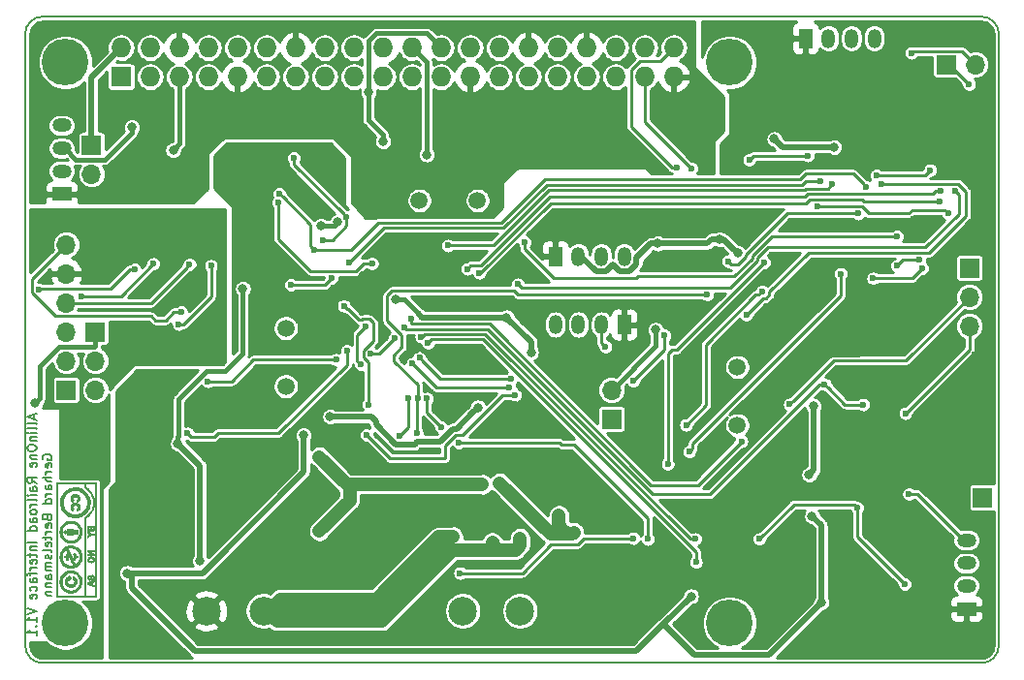
<source format=gbl>
G04 #@! TF.GenerationSoftware,KiCad,Pcbnew,5.1.2-f72e74a~84~ubuntu18.04.1*
G04 #@! TF.CreationDate,2019-06-19T19:43:24+02:00*
G04 #@! TF.ProjectId,AIOR,41494f52-2e6b-4696-9361-645f70636258,V1.1*
G04 #@! TF.SameCoordinates,Original*
G04 #@! TF.FileFunction,Copper,L2,Bot*
G04 #@! TF.FilePolarity,Positive*
%FSLAX46Y46*%
G04 Gerber Fmt 4.6, Leading zero omitted, Abs format (unit mm)*
G04 Created by KiCad (PCBNEW 5.1.2-f72e74a~84~ubuntu18.04.1) date 2019-06-19 19:43:24*
%MOMM*%
%LPD*%
G04 APERTURE LIST*
%ADD10C,0.150000*%
%ADD11C,0.002540*%
%ADD12C,1.500000*%
%ADD13O,1.699260X1.198880*%
%ADD14R,1.699260X1.198880*%
%ADD15O,1.700000X1.700000*%
%ADD16R,1.700000X1.700000*%
%ADD17R,1.727200X1.727200*%
%ADD18O,1.727200X1.727200*%
%ADD19C,4.064000*%
%ADD20C,2.500000*%
%ADD21O,1.198880X1.699260*%
%ADD22R,1.198880X1.699260*%
%ADD23C,0.800000*%
%ADD24C,0.600000*%
%ADD25C,1.200000*%
%ADD26C,0.508000*%
%ADD27C,0.381000*%
%ADD28C,0.250000*%
%ADD29C,1.160000*%
%ADD30C,0.254000*%
G04 APERTURE END LIST*
D10*
X128744333Y-106312904D02*
X128744333Y-106693857D01*
X128972904Y-106236714D02*
X128172904Y-106503380D01*
X128972904Y-106770047D01*
X128972904Y-107151000D02*
X128934809Y-107074809D01*
X128858619Y-107036714D01*
X128172904Y-107036714D01*
X128972904Y-107570047D02*
X128934809Y-107493857D01*
X128858619Y-107455761D01*
X128172904Y-107455761D01*
X128972904Y-107874809D02*
X128439571Y-107874809D01*
X128172904Y-107874809D02*
X128211000Y-107836714D01*
X128249095Y-107874809D01*
X128211000Y-107912904D01*
X128172904Y-107874809D01*
X128249095Y-107874809D01*
X128439571Y-108255761D02*
X128972904Y-108255761D01*
X128515761Y-108255761D02*
X128477666Y-108293857D01*
X128439571Y-108370047D01*
X128439571Y-108484333D01*
X128477666Y-108560523D01*
X128553857Y-108598619D01*
X128972904Y-108598619D01*
X128172904Y-109131952D02*
X128172904Y-109284333D01*
X128211000Y-109360523D01*
X128287190Y-109436714D01*
X128439571Y-109474809D01*
X128706238Y-109474809D01*
X128858619Y-109436714D01*
X128934809Y-109360523D01*
X128972904Y-109284333D01*
X128972904Y-109131952D01*
X128934809Y-109055761D01*
X128858619Y-108979571D01*
X128706238Y-108941476D01*
X128439571Y-108941476D01*
X128287190Y-108979571D01*
X128211000Y-109055761D01*
X128172904Y-109131952D01*
X128439571Y-109817666D02*
X128972904Y-109817666D01*
X128515761Y-109817666D02*
X128477666Y-109855761D01*
X128439571Y-109931952D01*
X128439571Y-110046238D01*
X128477666Y-110122428D01*
X128553857Y-110160523D01*
X128972904Y-110160523D01*
X128934809Y-110846238D02*
X128972904Y-110770047D01*
X128972904Y-110617666D01*
X128934809Y-110541476D01*
X128858619Y-110503380D01*
X128553857Y-110503380D01*
X128477666Y-110541476D01*
X128439571Y-110617666D01*
X128439571Y-110770047D01*
X128477666Y-110846238D01*
X128553857Y-110884333D01*
X128630047Y-110884333D01*
X128706238Y-110503380D01*
X128972904Y-112293857D02*
X128591952Y-112027190D01*
X128972904Y-111836714D02*
X128172904Y-111836714D01*
X128172904Y-112141476D01*
X128211000Y-112217666D01*
X128249095Y-112255761D01*
X128325285Y-112293857D01*
X128439571Y-112293857D01*
X128515761Y-112255761D01*
X128553857Y-112217666D01*
X128591952Y-112141476D01*
X128591952Y-111836714D01*
X128972904Y-112979571D02*
X128553857Y-112979571D01*
X128477666Y-112941476D01*
X128439571Y-112865285D01*
X128439571Y-112712904D01*
X128477666Y-112636714D01*
X128934809Y-112979571D02*
X128972904Y-112903380D01*
X128972904Y-112712904D01*
X128934809Y-112636714D01*
X128858619Y-112598619D01*
X128782428Y-112598619D01*
X128706238Y-112636714D01*
X128668142Y-112712904D01*
X128668142Y-112903380D01*
X128630047Y-112979571D01*
X128972904Y-113360523D02*
X128439571Y-113360523D01*
X128172904Y-113360523D02*
X128211000Y-113322428D01*
X128249095Y-113360523D01*
X128211000Y-113398619D01*
X128172904Y-113360523D01*
X128249095Y-113360523D01*
X128972904Y-113855761D02*
X128934809Y-113779571D01*
X128858619Y-113741476D01*
X128172904Y-113741476D01*
X128972904Y-114160523D02*
X128439571Y-114160523D01*
X128591952Y-114160523D02*
X128515761Y-114198619D01*
X128477666Y-114236714D01*
X128439571Y-114312904D01*
X128439571Y-114389095D01*
X128972904Y-114770047D02*
X128934809Y-114693857D01*
X128896714Y-114655761D01*
X128820523Y-114617666D01*
X128591952Y-114617666D01*
X128515761Y-114655761D01*
X128477666Y-114693857D01*
X128439571Y-114770047D01*
X128439571Y-114884333D01*
X128477666Y-114960523D01*
X128515761Y-114998619D01*
X128591952Y-115036714D01*
X128820523Y-115036714D01*
X128896714Y-114998619D01*
X128934809Y-114960523D01*
X128972904Y-114884333D01*
X128972904Y-114770047D01*
X128972904Y-115722428D02*
X128553857Y-115722428D01*
X128477666Y-115684333D01*
X128439571Y-115608142D01*
X128439571Y-115455761D01*
X128477666Y-115379571D01*
X128934809Y-115722428D02*
X128972904Y-115646238D01*
X128972904Y-115455761D01*
X128934809Y-115379571D01*
X128858619Y-115341476D01*
X128782428Y-115341476D01*
X128706238Y-115379571D01*
X128668142Y-115455761D01*
X128668142Y-115646238D01*
X128630047Y-115722428D01*
X128972904Y-116446238D02*
X128172904Y-116446238D01*
X128934809Y-116446238D02*
X128972904Y-116370047D01*
X128972904Y-116217666D01*
X128934809Y-116141476D01*
X128896714Y-116103380D01*
X128820523Y-116065285D01*
X128591952Y-116065285D01*
X128515761Y-116103380D01*
X128477666Y-116141476D01*
X128439571Y-116217666D01*
X128439571Y-116370047D01*
X128477666Y-116446238D01*
X128972904Y-117436714D02*
X128172904Y-117436714D01*
X128439571Y-117817666D02*
X128972904Y-117817666D01*
X128515761Y-117817666D02*
X128477666Y-117855761D01*
X128439571Y-117931952D01*
X128439571Y-118046238D01*
X128477666Y-118122428D01*
X128553857Y-118160523D01*
X128972904Y-118160523D01*
X128439571Y-118427190D02*
X128439571Y-118731952D01*
X128172904Y-118541476D02*
X128858619Y-118541476D01*
X128934809Y-118579571D01*
X128972904Y-118655761D01*
X128972904Y-118731952D01*
X128934809Y-119303380D02*
X128972904Y-119227190D01*
X128972904Y-119074809D01*
X128934809Y-118998619D01*
X128858619Y-118960523D01*
X128553857Y-118960523D01*
X128477666Y-118998619D01*
X128439571Y-119074809D01*
X128439571Y-119227190D01*
X128477666Y-119303380D01*
X128553857Y-119341476D01*
X128630047Y-119341476D01*
X128706238Y-118960523D01*
X128972904Y-119684333D02*
X128439571Y-119684333D01*
X128591952Y-119684333D02*
X128515761Y-119722428D01*
X128477666Y-119760523D01*
X128439571Y-119836714D01*
X128439571Y-119912904D01*
X128439571Y-120065285D02*
X128439571Y-120370047D01*
X128972904Y-120179571D02*
X128287190Y-120179571D01*
X128211000Y-120217666D01*
X128172904Y-120293857D01*
X128172904Y-120370047D01*
X128972904Y-120979571D02*
X128553857Y-120979571D01*
X128477666Y-120941476D01*
X128439571Y-120865285D01*
X128439571Y-120712904D01*
X128477666Y-120636714D01*
X128934809Y-120979571D02*
X128972904Y-120903380D01*
X128972904Y-120712904D01*
X128934809Y-120636714D01*
X128858619Y-120598619D01*
X128782428Y-120598619D01*
X128706238Y-120636714D01*
X128668142Y-120712904D01*
X128668142Y-120903380D01*
X128630047Y-120979571D01*
X128934809Y-121703380D02*
X128972904Y-121627190D01*
X128972904Y-121474809D01*
X128934809Y-121398619D01*
X128896714Y-121360523D01*
X128820523Y-121322428D01*
X128591952Y-121322428D01*
X128515761Y-121360523D01*
X128477666Y-121398619D01*
X128439571Y-121474809D01*
X128439571Y-121627190D01*
X128477666Y-121703380D01*
X128934809Y-122351000D02*
X128972904Y-122274809D01*
X128972904Y-122122428D01*
X128934809Y-122046238D01*
X128858619Y-122008142D01*
X128553857Y-122008142D01*
X128477666Y-122046238D01*
X128439571Y-122122428D01*
X128439571Y-122274809D01*
X128477666Y-122351000D01*
X128553857Y-122389095D01*
X128630047Y-122389095D01*
X128706238Y-122008142D01*
X128172904Y-123227190D02*
X128972904Y-123493857D01*
X128172904Y-123760523D01*
X128972904Y-124446238D02*
X128972904Y-123989095D01*
X128972904Y-124217666D02*
X128172904Y-124217666D01*
X128287190Y-124141476D01*
X128363380Y-124065285D01*
X128401476Y-123989095D01*
X128896714Y-124789095D02*
X128934809Y-124827190D01*
X128972904Y-124789095D01*
X128934809Y-124751000D01*
X128896714Y-124789095D01*
X128972904Y-124789095D01*
X128972904Y-125589095D02*
X128972904Y-125131952D01*
X128972904Y-125360523D02*
X128172904Y-125360523D01*
X128287190Y-125284333D01*
X128363380Y-125208142D01*
X128401476Y-125131952D01*
X129561000Y-110217666D02*
X129522904Y-110141476D01*
X129522904Y-110027190D01*
X129561000Y-109912904D01*
X129637190Y-109836714D01*
X129713380Y-109798619D01*
X129865761Y-109760523D01*
X129980047Y-109760523D01*
X130132428Y-109798619D01*
X130208619Y-109836714D01*
X130284809Y-109912904D01*
X130322904Y-110027190D01*
X130322904Y-110103380D01*
X130284809Y-110217666D01*
X130246714Y-110255761D01*
X129980047Y-110255761D01*
X129980047Y-110103380D01*
X130284809Y-110903380D02*
X130322904Y-110827190D01*
X130322904Y-110674809D01*
X130284809Y-110598619D01*
X130208619Y-110560523D01*
X129903857Y-110560523D01*
X129827666Y-110598619D01*
X129789571Y-110674809D01*
X129789571Y-110827190D01*
X129827666Y-110903380D01*
X129903857Y-110941476D01*
X129980047Y-110941476D01*
X130056238Y-110560523D01*
X130322904Y-111284333D02*
X129789571Y-111284333D01*
X129941952Y-111284333D02*
X129865761Y-111322428D01*
X129827666Y-111360523D01*
X129789571Y-111436714D01*
X129789571Y-111512904D01*
X130322904Y-111779571D02*
X129522904Y-111779571D01*
X130322904Y-112122428D02*
X129903857Y-112122428D01*
X129827666Y-112084333D01*
X129789571Y-112008142D01*
X129789571Y-111893857D01*
X129827666Y-111817666D01*
X129865761Y-111779571D01*
X130322904Y-112846238D02*
X129903857Y-112846238D01*
X129827666Y-112808142D01*
X129789571Y-112731952D01*
X129789571Y-112579571D01*
X129827666Y-112503380D01*
X130284809Y-112846238D02*
X130322904Y-112770047D01*
X130322904Y-112579571D01*
X130284809Y-112503380D01*
X130208619Y-112465285D01*
X130132428Y-112465285D01*
X130056238Y-112503380D01*
X130018142Y-112579571D01*
X130018142Y-112770047D01*
X129980047Y-112846238D01*
X130322904Y-113227190D02*
X129789571Y-113227190D01*
X129941952Y-113227190D02*
X129865761Y-113265285D01*
X129827666Y-113303380D01*
X129789571Y-113379571D01*
X129789571Y-113455761D01*
X130322904Y-114065285D02*
X129522904Y-114065285D01*
X130284809Y-114065285D02*
X130322904Y-113989095D01*
X130322904Y-113836714D01*
X130284809Y-113760523D01*
X130246714Y-113722428D01*
X130170523Y-113684333D01*
X129941952Y-113684333D01*
X129865761Y-113722428D01*
X129827666Y-113760523D01*
X129789571Y-113836714D01*
X129789571Y-113989095D01*
X129827666Y-114065285D01*
X129903857Y-115322428D02*
X129941952Y-115436714D01*
X129980047Y-115474809D01*
X130056238Y-115512904D01*
X130170523Y-115512904D01*
X130246714Y-115474809D01*
X130284809Y-115436714D01*
X130322904Y-115360523D01*
X130322904Y-115055761D01*
X129522904Y-115055761D01*
X129522904Y-115322428D01*
X129561000Y-115398619D01*
X129599095Y-115436714D01*
X129675285Y-115474809D01*
X129751476Y-115474809D01*
X129827666Y-115436714D01*
X129865761Y-115398619D01*
X129903857Y-115322428D01*
X129903857Y-115055761D01*
X130284809Y-116160523D02*
X130322904Y-116084333D01*
X130322904Y-115931952D01*
X130284809Y-115855761D01*
X130208619Y-115817666D01*
X129903857Y-115817666D01*
X129827666Y-115855761D01*
X129789571Y-115931952D01*
X129789571Y-116084333D01*
X129827666Y-116160523D01*
X129903857Y-116198619D01*
X129980047Y-116198619D01*
X130056238Y-115817666D01*
X130322904Y-116541476D02*
X129789571Y-116541476D01*
X129941952Y-116541476D02*
X129865761Y-116579571D01*
X129827666Y-116617666D01*
X129789571Y-116693857D01*
X129789571Y-116770047D01*
X129789571Y-116922428D02*
X129789571Y-117227190D01*
X129522904Y-117036714D02*
X130208619Y-117036714D01*
X130284809Y-117074809D01*
X130322904Y-117151000D01*
X130322904Y-117227190D01*
X130284809Y-117798619D02*
X130322904Y-117722428D01*
X130322904Y-117570047D01*
X130284809Y-117493857D01*
X130208619Y-117455761D01*
X129903857Y-117455761D01*
X129827666Y-117493857D01*
X129789571Y-117570047D01*
X129789571Y-117722428D01*
X129827666Y-117798619D01*
X129903857Y-117836714D01*
X129980047Y-117836714D01*
X130056238Y-117455761D01*
X130322904Y-118293857D02*
X130284809Y-118217666D01*
X130208619Y-118179571D01*
X129522904Y-118179571D01*
X130284809Y-118560523D02*
X130322904Y-118636714D01*
X130322904Y-118789095D01*
X130284809Y-118865285D01*
X130208619Y-118903380D01*
X130170523Y-118903380D01*
X130094333Y-118865285D01*
X130056238Y-118789095D01*
X130056238Y-118674809D01*
X130018142Y-118598619D01*
X129941952Y-118560523D01*
X129903857Y-118560523D01*
X129827666Y-118598619D01*
X129789571Y-118674809D01*
X129789571Y-118789095D01*
X129827666Y-118865285D01*
X130322904Y-119246238D02*
X129789571Y-119246238D01*
X129865761Y-119246238D02*
X129827666Y-119284333D01*
X129789571Y-119360523D01*
X129789571Y-119474809D01*
X129827666Y-119551000D01*
X129903857Y-119589095D01*
X130322904Y-119589095D01*
X129903857Y-119589095D02*
X129827666Y-119627190D01*
X129789571Y-119703380D01*
X129789571Y-119817666D01*
X129827666Y-119893857D01*
X129903857Y-119931952D01*
X130322904Y-119931952D01*
X130322904Y-120655761D02*
X129903857Y-120655761D01*
X129827666Y-120617666D01*
X129789571Y-120541476D01*
X129789571Y-120389095D01*
X129827666Y-120312904D01*
X130284809Y-120655761D02*
X130322904Y-120579571D01*
X130322904Y-120389095D01*
X130284809Y-120312904D01*
X130208619Y-120274809D01*
X130132428Y-120274809D01*
X130056238Y-120312904D01*
X130018142Y-120389095D01*
X130018142Y-120579571D01*
X129980047Y-120655761D01*
X129789571Y-121036714D02*
X130322904Y-121036714D01*
X129865761Y-121036714D02*
X129827666Y-121074809D01*
X129789571Y-121151000D01*
X129789571Y-121265285D01*
X129827666Y-121341476D01*
X129903857Y-121379571D01*
X130322904Y-121379571D01*
X129789571Y-121760523D02*
X130322904Y-121760523D01*
X129865761Y-121760523D02*
X129827666Y-121798619D01*
X129789571Y-121874809D01*
X129789571Y-121989095D01*
X129827666Y-122065285D01*
X129903857Y-122103380D01*
X130322904Y-122103380D01*
X129500000Y-71500000D02*
X211500000Y-71500000D01*
X128000000Y-126500000D02*
X128000000Y-73000000D01*
X211500000Y-128000000D02*
X129500000Y-128000000D01*
X213000000Y-73000000D02*
X213000000Y-126500000D01*
X129500000Y-71500000D02*
G75*
G03X128000000Y-73000000I0J-1500000D01*
G01*
X128000000Y-126500000D02*
G75*
G03X129500000Y-128000000I1500000J0D01*
G01*
X211500000Y-128000000D02*
G75*
G03X213000000Y-126500000I0J1500000D01*
G01*
X213000000Y-73000000D02*
G75*
G03X211500000Y-71500000I-1500000J0D01*
G01*
D11*
G36*
X134211060Y-122219720D02*
G01*
X134211060Y-122130820D01*
X133159500Y-122130820D01*
X132011420Y-122130820D01*
X130860800Y-122130820D01*
X130830320Y-122100340D01*
X130802380Y-122072400D01*
X130802380Y-117221000D01*
X130802380Y-112369600D01*
X130830320Y-112341660D01*
X130860800Y-112311180D01*
X132011420Y-112311180D01*
X133159500Y-112311180D01*
X133159500Y-112488980D01*
X133159500Y-112666780D01*
X133261100Y-112732820D01*
X133393180Y-112829340D01*
X133512560Y-112941100D01*
X133619240Y-113065560D01*
X133713220Y-113202720D01*
X133791960Y-113347500D01*
X133852920Y-113502440D01*
X133898640Y-113665000D01*
X133918960Y-113794540D01*
X133924040Y-113860580D01*
X133926580Y-113941860D01*
X133924040Y-114028220D01*
X133916420Y-114114580D01*
X133908800Y-114193320D01*
X133901180Y-114239040D01*
X133855460Y-114409220D01*
X133797040Y-114566700D01*
X133718300Y-114716560D01*
X133624320Y-114853720D01*
X133510020Y-114983260D01*
X133456680Y-115036600D01*
X133408420Y-115079780D01*
X133352540Y-115125500D01*
X133299200Y-115166140D01*
X133261100Y-115191540D01*
X133162040Y-115257580D01*
X133159500Y-118691660D01*
X133159500Y-122130820D01*
X134211060Y-122130820D01*
X134211060Y-122120660D01*
X134129780Y-122120660D01*
X133690360Y-122120660D01*
X133250940Y-122120660D01*
X133250940Y-118719600D01*
X133250940Y-115323620D01*
X133342380Y-115260120D01*
X133449060Y-115183920D01*
X133543040Y-115110260D01*
X133621780Y-115031520D01*
X133687820Y-114950240D01*
X133751320Y-114858800D01*
X133791960Y-114790220D01*
X133847840Y-114681000D01*
X133893560Y-114584480D01*
X133929120Y-114493040D01*
X133959600Y-114399060D01*
X133985000Y-114302540D01*
X133985000Y-114297460D01*
X134010400Y-114152680D01*
X134023100Y-114020600D01*
X134023100Y-113891060D01*
X134010400Y-113758980D01*
X133985000Y-113624360D01*
X133939280Y-113471960D01*
X133873240Y-113319560D01*
X133789420Y-113162080D01*
X133685280Y-113004600D01*
X133647180Y-112951260D01*
X133614160Y-112910620D01*
X133568440Y-112864900D01*
X133517640Y-112814100D01*
X133461760Y-112760760D01*
X133405880Y-112712500D01*
X133355080Y-112669320D01*
X133309360Y-112636300D01*
X133281420Y-112621060D01*
X133250940Y-112603280D01*
X133250940Y-112453420D01*
X133250940Y-112301020D01*
X133690360Y-112301020D01*
X134129780Y-112301020D01*
X134129780Y-117213380D01*
X134129780Y-122120660D01*
X134211060Y-122120660D01*
X134211060Y-117226080D01*
X134211060Y-112234980D01*
X134066280Y-112227360D01*
X134038340Y-112227360D01*
X133992620Y-112224820D01*
X133929120Y-112224820D01*
X133850380Y-112224820D01*
X133758940Y-112224820D01*
X133657340Y-112222280D01*
X133540500Y-112222280D01*
X133416040Y-112222280D01*
X133283960Y-112222280D01*
X133141720Y-112222280D01*
X132994400Y-112222280D01*
X132842000Y-112222280D01*
X132687060Y-112222280D01*
X132529580Y-112222280D01*
X132374640Y-112224820D01*
X132214620Y-112224820D01*
X132057140Y-112224820D01*
X131904740Y-112224820D01*
X131752340Y-112224820D01*
X131607560Y-112227360D01*
X131470400Y-112227360D01*
X131340860Y-112227360D01*
X131218940Y-112227360D01*
X131107180Y-112229900D01*
X131008120Y-112229900D01*
X130921760Y-112229900D01*
X130848100Y-112232440D01*
X130792220Y-112232440D01*
X130751580Y-112232440D01*
X130728720Y-112234980D01*
X130726180Y-112234980D01*
X130723640Y-112245140D01*
X130723640Y-112275620D01*
X130723640Y-112323880D01*
X130723640Y-112389920D01*
X130723640Y-112471200D01*
X130723640Y-112572800D01*
X130721100Y-112687100D01*
X130721100Y-112816640D01*
X130721100Y-112961420D01*
X130721100Y-113118900D01*
X130721100Y-113289080D01*
X130721100Y-113469420D01*
X130718560Y-113662460D01*
X130718560Y-113865660D01*
X130718560Y-114079020D01*
X130718560Y-114302540D01*
X130718560Y-114533680D01*
X130718560Y-114769900D01*
X130718560Y-115016280D01*
X130718560Y-115267740D01*
X130716020Y-115524280D01*
X130716020Y-115783360D01*
X130716020Y-116050060D01*
X130716020Y-116316760D01*
X130716020Y-116588540D01*
X130716020Y-116860320D01*
X130716020Y-117132100D01*
X130716020Y-117403880D01*
X130716020Y-117675660D01*
X130716020Y-117947440D01*
X130716020Y-118216680D01*
X130716020Y-118483380D01*
X130716020Y-118745000D01*
X130716020Y-119004080D01*
X130716020Y-119258080D01*
X130716020Y-119507000D01*
X130716020Y-119748300D01*
X130716020Y-119984520D01*
X130716020Y-120210580D01*
X130716020Y-120429020D01*
X130716020Y-120637300D01*
X130716020Y-120835420D01*
X130716020Y-121025920D01*
X130716020Y-121201180D01*
X130716020Y-121366280D01*
X130716020Y-121516140D01*
X130716020Y-121653300D01*
X130716020Y-121777760D01*
X130716020Y-121884440D01*
X130718560Y-121975880D01*
X130718560Y-122052080D01*
X130718560Y-122110500D01*
X130718560Y-122148600D01*
X130718560Y-122171460D01*
X130718560Y-122174000D01*
X130723640Y-122219720D01*
X132466080Y-122219720D01*
X134211060Y-122219720D01*
X134211060Y-122219720D01*
G37*
X134211060Y-122219720D02*
X134211060Y-122130820D01*
X133159500Y-122130820D01*
X132011420Y-122130820D01*
X130860800Y-122130820D01*
X130830320Y-122100340D01*
X130802380Y-122072400D01*
X130802380Y-117221000D01*
X130802380Y-112369600D01*
X130830320Y-112341660D01*
X130860800Y-112311180D01*
X132011420Y-112311180D01*
X133159500Y-112311180D01*
X133159500Y-112488980D01*
X133159500Y-112666780D01*
X133261100Y-112732820D01*
X133393180Y-112829340D01*
X133512560Y-112941100D01*
X133619240Y-113065560D01*
X133713220Y-113202720D01*
X133791960Y-113347500D01*
X133852920Y-113502440D01*
X133898640Y-113665000D01*
X133918960Y-113794540D01*
X133924040Y-113860580D01*
X133926580Y-113941860D01*
X133924040Y-114028220D01*
X133916420Y-114114580D01*
X133908800Y-114193320D01*
X133901180Y-114239040D01*
X133855460Y-114409220D01*
X133797040Y-114566700D01*
X133718300Y-114716560D01*
X133624320Y-114853720D01*
X133510020Y-114983260D01*
X133456680Y-115036600D01*
X133408420Y-115079780D01*
X133352540Y-115125500D01*
X133299200Y-115166140D01*
X133261100Y-115191540D01*
X133162040Y-115257580D01*
X133159500Y-118691660D01*
X133159500Y-122130820D01*
X134211060Y-122130820D01*
X134211060Y-122120660D01*
X134129780Y-122120660D01*
X133690360Y-122120660D01*
X133250940Y-122120660D01*
X133250940Y-118719600D01*
X133250940Y-115323620D01*
X133342380Y-115260120D01*
X133449060Y-115183920D01*
X133543040Y-115110260D01*
X133621780Y-115031520D01*
X133687820Y-114950240D01*
X133751320Y-114858800D01*
X133791960Y-114790220D01*
X133847840Y-114681000D01*
X133893560Y-114584480D01*
X133929120Y-114493040D01*
X133959600Y-114399060D01*
X133985000Y-114302540D01*
X133985000Y-114297460D01*
X134010400Y-114152680D01*
X134023100Y-114020600D01*
X134023100Y-113891060D01*
X134010400Y-113758980D01*
X133985000Y-113624360D01*
X133939280Y-113471960D01*
X133873240Y-113319560D01*
X133789420Y-113162080D01*
X133685280Y-113004600D01*
X133647180Y-112951260D01*
X133614160Y-112910620D01*
X133568440Y-112864900D01*
X133517640Y-112814100D01*
X133461760Y-112760760D01*
X133405880Y-112712500D01*
X133355080Y-112669320D01*
X133309360Y-112636300D01*
X133281420Y-112621060D01*
X133250940Y-112603280D01*
X133250940Y-112453420D01*
X133250940Y-112301020D01*
X133690360Y-112301020D01*
X134129780Y-112301020D01*
X134129780Y-117213380D01*
X134129780Y-122120660D01*
X134211060Y-122120660D01*
X134211060Y-117226080D01*
X134211060Y-112234980D01*
X134066280Y-112227360D01*
X134038340Y-112227360D01*
X133992620Y-112224820D01*
X133929120Y-112224820D01*
X133850380Y-112224820D01*
X133758940Y-112224820D01*
X133657340Y-112222280D01*
X133540500Y-112222280D01*
X133416040Y-112222280D01*
X133283960Y-112222280D01*
X133141720Y-112222280D01*
X132994400Y-112222280D01*
X132842000Y-112222280D01*
X132687060Y-112222280D01*
X132529580Y-112222280D01*
X132374640Y-112224820D01*
X132214620Y-112224820D01*
X132057140Y-112224820D01*
X131904740Y-112224820D01*
X131752340Y-112224820D01*
X131607560Y-112227360D01*
X131470400Y-112227360D01*
X131340860Y-112227360D01*
X131218940Y-112227360D01*
X131107180Y-112229900D01*
X131008120Y-112229900D01*
X130921760Y-112229900D01*
X130848100Y-112232440D01*
X130792220Y-112232440D01*
X130751580Y-112232440D01*
X130728720Y-112234980D01*
X130726180Y-112234980D01*
X130723640Y-112245140D01*
X130723640Y-112275620D01*
X130723640Y-112323880D01*
X130723640Y-112389920D01*
X130723640Y-112471200D01*
X130723640Y-112572800D01*
X130721100Y-112687100D01*
X130721100Y-112816640D01*
X130721100Y-112961420D01*
X130721100Y-113118900D01*
X130721100Y-113289080D01*
X130721100Y-113469420D01*
X130718560Y-113662460D01*
X130718560Y-113865660D01*
X130718560Y-114079020D01*
X130718560Y-114302540D01*
X130718560Y-114533680D01*
X130718560Y-114769900D01*
X130718560Y-115016280D01*
X130718560Y-115267740D01*
X130716020Y-115524280D01*
X130716020Y-115783360D01*
X130716020Y-116050060D01*
X130716020Y-116316760D01*
X130716020Y-116588540D01*
X130716020Y-116860320D01*
X130716020Y-117132100D01*
X130716020Y-117403880D01*
X130716020Y-117675660D01*
X130716020Y-117947440D01*
X130716020Y-118216680D01*
X130716020Y-118483380D01*
X130716020Y-118745000D01*
X130716020Y-119004080D01*
X130716020Y-119258080D01*
X130716020Y-119507000D01*
X130716020Y-119748300D01*
X130716020Y-119984520D01*
X130716020Y-120210580D01*
X130716020Y-120429020D01*
X130716020Y-120637300D01*
X130716020Y-120835420D01*
X130716020Y-121025920D01*
X130716020Y-121201180D01*
X130716020Y-121366280D01*
X130716020Y-121516140D01*
X130716020Y-121653300D01*
X130716020Y-121777760D01*
X130716020Y-121884440D01*
X130718560Y-121975880D01*
X130718560Y-122052080D01*
X130718560Y-122110500D01*
X130718560Y-122148600D01*
X130718560Y-122171460D01*
X130718560Y-122174000D01*
X130723640Y-122219720D01*
X132466080Y-122219720D01*
X134211060Y-122219720D01*
G36*
X133779260Y-119209820D02*
G01*
X133807200Y-119204740D01*
X133878320Y-119179340D01*
X133931660Y-119141240D01*
X133972300Y-119090440D01*
X133995160Y-119029480D01*
X134002780Y-118958360D01*
X133997700Y-118915180D01*
X133987540Y-118861840D01*
X133967220Y-118821200D01*
X133934200Y-118780560D01*
X133916420Y-118762780D01*
X133860540Y-118724680D01*
X133794500Y-118699280D01*
X133725920Y-118691660D01*
X133654800Y-118696740D01*
X133586220Y-118714520D01*
X133525260Y-118750080D01*
X133499860Y-118770400D01*
X133459220Y-118823740D01*
X133433820Y-118884700D01*
X133423660Y-118948200D01*
X133428740Y-119011700D01*
X133446520Y-119070120D01*
X133479540Y-119123460D01*
X133525260Y-119166640D01*
X133550660Y-119179340D01*
X133578600Y-119192040D01*
X133604000Y-119199660D01*
X133609080Y-119199660D01*
X133621780Y-119197120D01*
X133626860Y-119186960D01*
X133629400Y-119164100D01*
X133629400Y-119146320D01*
X133629400Y-119113300D01*
X133624320Y-119095520D01*
X133614160Y-119082820D01*
X133598920Y-119075200D01*
X133560820Y-119044720D01*
X133540500Y-119006620D01*
X133530340Y-118963440D01*
X133537960Y-118920260D01*
X133558280Y-118879620D01*
X133593840Y-118846600D01*
X133614160Y-118836440D01*
X133654800Y-118823740D01*
X133708140Y-118818660D01*
X133761480Y-118821200D01*
X133807200Y-118831360D01*
X133817360Y-118836440D01*
X133860540Y-118866920D01*
X133885940Y-118907560D01*
X133898640Y-118953280D01*
X133893560Y-118999000D01*
X133883400Y-119019320D01*
X133863080Y-119047260D01*
X133832600Y-119067580D01*
X133802120Y-119080280D01*
X133794500Y-119080280D01*
X133786880Y-119082820D01*
X133781800Y-119098060D01*
X133779260Y-119126000D01*
X133779260Y-119143780D01*
X133779260Y-119209820D01*
X133779260Y-119209820D01*
G37*
X133779260Y-119209820D02*
X133807200Y-119204740D01*
X133878320Y-119179340D01*
X133931660Y-119141240D01*
X133972300Y-119090440D01*
X133995160Y-119029480D01*
X134002780Y-118958360D01*
X133997700Y-118915180D01*
X133987540Y-118861840D01*
X133967220Y-118821200D01*
X133934200Y-118780560D01*
X133916420Y-118762780D01*
X133860540Y-118724680D01*
X133794500Y-118699280D01*
X133725920Y-118691660D01*
X133654800Y-118696740D01*
X133586220Y-118714520D01*
X133525260Y-118750080D01*
X133499860Y-118770400D01*
X133459220Y-118823740D01*
X133433820Y-118884700D01*
X133423660Y-118948200D01*
X133428740Y-119011700D01*
X133446520Y-119070120D01*
X133479540Y-119123460D01*
X133525260Y-119166640D01*
X133550660Y-119179340D01*
X133578600Y-119192040D01*
X133604000Y-119199660D01*
X133609080Y-119199660D01*
X133621780Y-119197120D01*
X133626860Y-119186960D01*
X133629400Y-119164100D01*
X133629400Y-119146320D01*
X133629400Y-119113300D01*
X133624320Y-119095520D01*
X133614160Y-119082820D01*
X133598920Y-119075200D01*
X133560820Y-119044720D01*
X133540500Y-119006620D01*
X133530340Y-118963440D01*
X133537960Y-118920260D01*
X133558280Y-118879620D01*
X133593840Y-118846600D01*
X133614160Y-118836440D01*
X133654800Y-118823740D01*
X133708140Y-118818660D01*
X133761480Y-118821200D01*
X133807200Y-118831360D01*
X133817360Y-118836440D01*
X133860540Y-118866920D01*
X133885940Y-118907560D01*
X133898640Y-118953280D01*
X133893560Y-118999000D01*
X133883400Y-119019320D01*
X133863080Y-119047260D01*
X133832600Y-119067580D01*
X133802120Y-119080280D01*
X133794500Y-119080280D01*
X133786880Y-119082820D01*
X133781800Y-119098060D01*
X133779260Y-119126000D01*
X133779260Y-119143780D01*
X133779260Y-119209820D01*
G36*
X133850380Y-120759220D02*
G01*
X133888480Y-120749060D01*
X133924040Y-120726200D01*
X133934200Y-120718580D01*
X133967220Y-120680480D01*
X133990080Y-120627140D01*
X134002780Y-120566180D01*
X134002780Y-120502680D01*
X134002780Y-120495060D01*
X133987540Y-120423940D01*
X133957060Y-120368060D01*
X133916420Y-120327420D01*
X133863080Y-120302020D01*
X133858000Y-120299480D01*
X133827520Y-120294400D01*
X133809740Y-120299480D01*
X133802120Y-120317260D01*
X133802120Y-120350280D01*
X133802120Y-120360440D01*
X133804660Y-120390920D01*
X133809740Y-120408700D01*
X133822440Y-120418860D01*
X133840220Y-120423940D01*
X133873240Y-120444260D01*
X133898640Y-120477280D01*
X133908800Y-120520460D01*
X133903720Y-120568720D01*
X133896100Y-120596660D01*
X133878320Y-120627140D01*
X133855460Y-120639840D01*
X133827520Y-120637300D01*
X133812280Y-120629680D01*
X133799580Y-120614440D01*
X133786880Y-120589040D01*
X133771640Y-120550940D01*
X133753860Y-120497600D01*
X133746240Y-120469660D01*
X133731000Y-120421400D01*
X133715760Y-120388380D01*
X133700520Y-120365520D01*
X133685280Y-120352820D01*
X133639560Y-120322340D01*
X133596380Y-120312180D01*
X133550660Y-120317260D01*
X133510020Y-120337580D01*
X133474460Y-120370600D01*
X133446520Y-120413780D01*
X133428740Y-120464580D01*
X133423660Y-120523000D01*
X133428740Y-120578880D01*
X133449060Y-120642380D01*
X133477000Y-120690640D01*
X133517640Y-120721120D01*
X133568440Y-120736360D01*
X133609080Y-120741440D01*
X133609080Y-120685560D01*
X133609080Y-120652540D01*
X133604000Y-120634760D01*
X133596380Y-120624600D01*
X133578600Y-120616980D01*
X133548120Y-120599200D01*
X133530340Y-120566180D01*
X133520180Y-120528080D01*
X133525260Y-120489980D01*
X133540500Y-120456960D01*
X133545580Y-120454420D01*
X133565900Y-120436640D01*
X133583680Y-120431560D01*
X133601460Y-120441720D01*
X133609080Y-120446800D01*
X133621780Y-120469660D01*
X133639560Y-120510300D01*
X133657340Y-120568720D01*
X133657340Y-120573800D01*
X133680200Y-120639840D01*
X133700520Y-120690640D01*
X133725920Y-120723660D01*
X133756400Y-120746520D01*
X133794500Y-120756680D01*
X133802120Y-120756680D01*
X133850380Y-120759220D01*
X133850380Y-120759220D01*
G37*
X133850380Y-120759220D02*
X133888480Y-120749060D01*
X133924040Y-120726200D01*
X133934200Y-120718580D01*
X133967220Y-120680480D01*
X133990080Y-120627140D01*
X134002780Y-120566180D01*
X134002780Y-120502680D01*
X134002780Y-120495060D01*
X133987540Y-120423940D01*
X133957060Y-120368060D01*
X133916420Y-120327420D01*
X133863080Y-120302020D01*
X133858000Y-120299480D01*
X133827520Y-120294400D01*
X133809740Y-120299480D01*
X133802120Y-120317260D01*
X133802120Y-120350280D01*
X133802120Y-120360440D01*
X133804660Y-120390920D01*
X133809740Y-120408700D01*
X133822440Y-120418860D01*
X133840220Y-120423940D01*
X133873240Y-120444260D01*
X133898640Y-120477280D01*
X133908800Y-120520460D01*
X133903720Y-120568720D01*
X133896100Y-120596660D01*
X133878320Y-120627140D01*
X133855460Y-120639840D01*
X133827520Y-120637300D01*
X133812280Y-120629680D01*
X133799580Y-120614440D01*
X133786880Y-120589040D01*
X133771640Y-120550940D01*
X133753860Y-120497600D01*
X133746240Y-120469660D01*
X133731000Y-120421400D01*
X133715760Y-120388380D01*
X133700520Y-120365520D01*
X133685280Y-120352820D01*
X133639560Y-120322340D01*
X133596380Y-120312180D01*
X133550660Y-120317260D01*
X133510020Y-120337580D01*
X133474460Y-120370600D01*
X133446520Y-120413780D01*
X133428740Y-120464580D01*
X133423660Y-120523000D01*
X133428740Y-120578880D01*
X133449060Y-120642380D01*
X133477000Y-120690640D01*
X133517640Y-120721120D01*
X133568440Y-120736360D01*
X133609080Y-120741440D01*
X133609080Y-120685560D01*
X133609080Y-120652540D01*
X133604000Y-120634760D01*
X133596380Y-120624600D01*
X133578600Y-120616980D01*
X133548120Y-120599200D01*
X133530340Y-120566180D01*
X133520180Y-120528080D01*
X133525260Y-120489980D01*
X133540500Y-120456960D01*
X133545580Y-120454420D01*
X133565900Y-120436640D01*
X133583680Y-120431560D01*
X133601460Y-120441720D01*
X133609080Y-120446800D01*
X133621780Y-120469660D01*
X133639560Y-120510300D01*
X133657340Y-120568720D01*
X133657340Y-120573800D01*
X133680200Y-120639840D01*
X133700520Y-120690640D01*
X133725920Y-120723660D01*
X133756400Y-120746520D01*
X133794500Y-120756680D01*
X133802120Y-120756680D01*
X133850380Y-120759220D01*
G36*
X133850380Y-116459000D02*
G01*
X133901180Y-116443760D01*
X133944360Y-116410740D01*
X133969760Y-116367560D01*
X133977380Y-116349780D01*
X133982460Y-116332000D01*
X133819900Y-116332000D01*
X133789420Y-116329460D01*
X133769100Y-116316760D01*
X133766560Y-116311680D01*
X133591300Y-116311680D01*
X133563360Y-116301520D01*
X133555740Y-116296440D01*
X133545580Y-116281200D01*
X133540500Y-116253260D01*
X133540500Y-116212620D01*
X133540500Y-116202460D01*
X133540500Y-116123720D01*
X133570980Y-116121180D01*
X133604000Y-116118640D01*
X133631940Y-116121180D01*
X133647180Y-116123720D01*
X133654800Y-116128800D01*
X133659880Y-116144040D01*
X133659880Y-116171980D01*
X133659880Y-116194840D01*
X133657340Y-116245640D01*
X133649720Y-116281200D01*
X133644640Y-116288820D01*
X133621780Y-116306600D01*
X133591300Y-116311680D01*
X133766560Y-116311680D01*
X133756400Y-116291360D01*
X133751320Y-116253260D01*
X133748780Y-116205000D01*
X133748780Y-116121180D01*
X133819900Y-116121180D01*
X133891020Y-116121180D01*
X133891020Y-116210080D01*
X133888480Y-116255800D01*
X133885940Y-116286280D01*
X133878320Y-116306600D01*
X133873240Y-116314220D01*
X133847840Y-116329460D01*
X133819900Y-116332000D01*
X133982460Y-116332000D01*
X133982460Y-116326920D01*
X133987540Y-116298980D01*
X133987540Y-116260880D01*
X133990080Y-116207540D01*
X133990080Y-116159280D01*
X133990080Y-115991640D01*
X133715760Y-115991640D01*
X133438900Y-115991640D01*
X133438900Y-116156740D01*
X133441440Y-116230400D01*
X133441440Y-116283740D01*
X133446520Y-116326920D01*
X133454140Y-116357400D01*
X133464300Y-116380260D01*
X133479540Y-116398040D01*
X133487160Y-116405660D01*
X133515100Y-116420900D01*
X133553200Y-116428520D01*
X133593840Y-116431060D01*
X133614160Y-116428520D01*
X133639560Y-116415820D01*
X133664960Y-116395500D01*
X133667500Y-116392960D01*
X133685280Y-116377720D01*
X133695440Y-116375180D01*
X133697980Y-116382800D01*
X133715760Y-116408200D01*
X133743700Y-116436140D01*
X133779260Y-116453920D01*
X133794500Y-116456460D01*
X133850380Y-116459000D01*
X133850380Y-116459000D01*
G37*
X133850380Y-116459000D02*
X133901180Y-116443760D01*
X133944360Y-116410740D01*
X133969760Y-116367560D01*
X133977380Y-116349780D01*
X133982460Y-116332000D01*
X133819900Y-116332000D01*
X133789420Y-116329460D01*
X133769100Y-116316760D01*
X133766560Y-116311680D01*
X133591300Y-116311680D01*
X133563360Y-116301520D01*
X133555740Y-116296440D01*
X133545580Y-116281200D01*
X133540500Y-116253260D01*
X133540500Y-116212620D01*
X133540500Y-116202460D01*
X133540500Y-116123720D01*
X133570980Y-116121180D01*
X133604000Y-116118640D01*
X133631940Y-116121180D01*
X133647180Y-116123720D01*
X133654800Y-116128800D01*
X133659880Y-116144040D01*
X133659880Y-116171980D01*
X133659880Y-116194840D01*
X133657340Y-116245640D01*
X133649720Y-116281200D01*
X133644640Y-116288820D01*
X133621780Y-116306600D01*
X133591300Y-116311680D01*
X133766560Y-116311680D01*
X133756400Y-116291360D01*
X133751320Y-116253260D01*
X133748780Y-116205000D01*
X133748780Y-116121180D01*
X133819900Y-116121180D01*
X133891020Y-116121180D01*
X133891020Y-116210080D01*
X133888480Y-116255800D01*
X133885940Y-116286280D01*
X133878320Y-116306600D01*
X133873240Y-116314220D01*
X133847840Y-116329460D01*
X133819900Y-116332000D01*
X133982460Y-116332000D01*
X133982460Y-116326920D01*
X133987540Y-116298980D01*
X133987540Y-116260880D01*
X133990080Y-116207540D01*
X133990080Y-116159280D01*
X133990080Y-115991640D01*
X133715760Y-115991640D01*
X133438900Y-115991640D01*
X133438900Y-116156740D01*
X133441440Y-116230400D01*
X133441440Y-116283740D01*
X133446520Y-116326920D01*
X133454140Y-116357400D01*
X133464300Y-116380260D01*
X133479540Y-116398040D01*
X133487160Y-116405660D01*
X133515100Y-116420900D01*
X133553200Y-116428520D01*
X133593840Y-116431060D01*
X133614160Y-116428520D01*
X133639560Y-116415820D01*
X133664960Y-116395500D01*
X133667500Y-116392960D01*
X133685280Y-116377720D01*
X133695440Y-116375180D01*
X133697980Y-116382800D01*
X133715760Y-116408200D01*
X133743700Y-116436140D01*
X133779260Y-116453920D01*
X133794500Y-116456460D01*
X133850380Y-116459000D01*
G36*
X133438900Y-117010180D02*
G01*
X133614160Y-116906040D01*
X133789420Y-116801900D01*
X133888480Y-116801900D01*
X133990080Y-116801900D01*
X133990080Y-116743480D01*
X133990080Y-116682520D01*
X133883400Y-116682520D01*
X133776720Y-116682520D01*
X133616700Y-116586000D01*
X133565900Y-116555520D01*
X133520180Y-116527580D01*
X133482080Y-116507260D01*
X133459220Y-116492020D01*
X133446520Y-116484400D01*
X133443980Y-116492020D01*
X133441440Y-116514880D01*
X133438900Y-116547900D01*
X133438900Y-116550440D01*
X133438900Y-116621560D01*
X133545580Y-116682520D01*
X133593840Y-116710460D01*
X133624320Y-116730780D01*
X133639560Y-116746020D01*
X133639560Y-116753640D01*
X133624320Y-116761260D01*
X133598920Y-116776500D01*
X133560820Y-116799360D01*
X133535420Y-116814600D01*
X133443980Y-116867940D01*
X133441440Y-116939060D01*
X133438900Y-117010180D01*
X133438900Y-117010180D01*
G37*
X133438900Y-117010180D02*
X133614160Y-116906040D01*
X133789420Y-116801900D01*
X133888480Y-116801900D01*
X133990080Y-116801900D01*
X133990080Y-116743480D01*
X133990080Y-116682520D01*
X133883400Y-116682520D01*
X133776720Y-116682520D01*
X133616700Y-116586000D01*
X133565900Y-116555520D01*
X133520180Y-116527580D01*
X133482080Y-116507260D01*
X133459220Y-116492020D01*
X133446520Y-116484400D01*
X133443980Y-116492020D01*
X133441440Y-116514880D01*
X133438900Y-116547900D01*
X133438900Y-116550440D01*
X133438900Y-116621560D01*
X133545580Y-116682520D01*
X133593840Y-116710460D01*
X133624320Y-116730780D01*
X133639560Y-116746020D01*
X133639560Y-116753640D01*
X133624320Y-116761260D01*
X133598920Y-116776500D01*
X133560820Y-116799360D01*
X133535420Y-116814600D01*
X133443980Y-116867940D01*
X133441440Y-116939060D01*
X133438900Y-117010180D01*
G36*
X133990080Y-118610380D02*
G01*
X133990080Y-118546880D01*
X133990080Y-118485920D01*
X133812280Y-118374160D01*
X133637020Y-118264940D01*
X133814820Y-118262400D01*
X133990080Y-118259860D01*
X133990080Y-118198900D01*
X133990080Y-118140480D01*
X133715760Y-118140480D01*
X133438900Y-118140480D01*
X133438900Y-118203980D01*
X133438900Y-118267480D01*
X133614160Y-118374160D01*
X133667500Y-118407180D01*
X133713220Y-118437660D01*
X133748780Y-118460520D01*
X133774180Y-118478300D01*
X133784340Y-118485920D01*
X133784340Y-118488460D01*
X133774180Y-118488460D01*
X133746240Y-118491000D01*
X133705600Y-118491000D01*
X133654800Y-118491000D01*
X133611620Y-118491000D01*
X133438900Y-118488460D01*
X133438900Y-118549420D01*
X133438900Y-118610380D01*
X133715760Y-118610380D01*
X133990080Y-118610380D01*
X133990080Y-118610380D01*
G37*
X133990080Y-118610380D02*
X133990080Y-118546880D01*
X133990080Y-118485920D01*
X133812280Y-118374160D01*
X133637020Y-118264940D01*
X133814820Y-118262400D01*
X133990080Y-118259860D01*
X133990080Y-118198900D01*
X133990080Y-118140480D01*
X133715760Y-118140480D01*
X133438900Y-118140480D01*
X133438900Y-118203980D01*
X133438900Y-118267480D01*
X133614160Y-118374160D01*
X133667500Y-118407180D01*
X133713220Y-118437660D01*
X133748780Y-118460520D01*
X133774180Y-118478300D01*
X133784340Y-118485920D01*
X133784340Y-118488460D01*
X133774180Y-118488460D01*
X133746240Y-118491000D01*
X133705600Y-118491000D01*
X133654800Y-118491000D01*
X133611620Y-118491000D01*
X133438900Y-118488460D01*
X133438900Y-118549420D01*
X133438900Y-118610380D01*
X133715760Y-118610380D01*
X133990080Y-118610380D01*
G36*
X133982460Y-121310400D02*
G01*
X133987540Y-121300240D01*
X133990080Y-121277380D01*
X133990080Y-121246900D01*
X133990080Y-121183400D01*
X133929120Y-121165620D01*
X133870700Y-121147840D01*
X133870700Y-121109740D01*
X133769100Y-121109740D01*
X133680200Y-121079260D01*
X133642100Y-121064020D01*
X133611620Y-121053860D01*
X133598920Y-121043700D01*
X133596380Y-121041160D01*
X133609080Y-121033540D01*
X133634480Y-121023380D01*
X133667500Y-121010680D01*
X133703060Y-120997980D01*
X133733540Y-120987820D01*
X133756400Y-120982740D01*
X133764020Y-120980200D01*
X133766560Y-120990360D01*
X133769100Y-121013220D01*
X133769100Y-121043700D01*
X133769100Y-121109740D01*
X133870700Y-121109740D01*
X133870700Y-121043700D01*
X133870700Y-120942100D01*
X133929120Y-120919240D01*
X133990080Y-120896380D01*
X133990080Y-120835420D01*
X133990080Y-120771920D01*
X133718300Y-120876060D01*
X133443980Y-120977660D01*
X133443980Y-121046240D01*
X133443980Y-121112280D01*
X133710680Y-121211340D01*
X133779260Y-121236740D01*
X133840220Y-121259600D01*
X133896100Y-121279920D01*
X133939280Y-121295160D01*
X133967220Y-121305320D01*
X133982460Y-121310400D01*
X133982460Y-121310400D01*
G37*
X133982460Y-121310400D02*
X133987540Y-121300240D01*
X133990080Y-121277380D01*
X133990080Y-121246900D01*
X133990080Y-121183400D01*
X133929120Y-121165620D01*
X133870700Y-121147840D01*
X133870700Y-121109740D01*
X133769100Y-121109740D01*
X133680200Y-121079260D01*
X133642100Y-121064020D01*
X133611620Y-121053860D01*
X133598920Y-121043700D01*
X133596380Y-121041160D01*
X133609080Y-121033540D01*
X133634480Y-121023380D01*
X133667500Y-121010680D01*
X133703060Y-120997980D01*
X133733540Y-120987820D01*
X133756400Y-120982740D01*
X133764020Y-120980200D01*
X133766560Y-120990360D01*
X133769100Y-121013220D01*
X133769100Y-121043700D01*
X133769100Y-121109740D01*
X133870700Y-121109740D01*
X133870700Y-121043700D01*
X133870700Y-120942100D01*
X133929120Y-120919240D01*
X133990080Y-120896380D01*
X133990080Y-120835420D01*
X133990080Y-120771920D01*
X133718300Y-120876060D01*
X133443980Y-120977660D01*
X133443980Y-121046240D01*
X133443980Y-121112280D01*
X133710680Y-121211340D01*
X133779260Y-121236740D01*
X133840220Y-121259600D01*
X133896100Y-121279920D01*
X133939280Y-121295160D01*
X133967220Y-121305320D01*
X133982460Y-121310400D01*
G36*
X132323840Y-115260120D02*
G01*
X132394960Y-115260120D01*
X132488940Y-115255040D01*
X132572760Y-115247420D01*
X132648960Y-115234720D01*
X132720080Y-115216940D01*
X132793740Y-115191540D01*
X132844540Y-115173760D01*
X132974080Y-115110260D01*
X133096000Y-115031520D01*
X133098540Y-115028980D01*
X132323840Y-115028980D01*
X132184140Y-115018820D01*
X132049520Y-114990880D01*
X131919980Y-114945160D01*
X131795520Y-114881660D01*
X131681220Y-114802920D01*
X131577080Y-114708940D01*
X131483100Y-114599720D01*
X131401820Y-114477800D01*
X131399280Y-114470180D01*
X131343400Y-114350800D01*
X131302760Y-114223800D01*
X131279900Y-114089180D01*
X131274820Y-113952020D01*
X131284980Y-113814860D01*
X131310380Y-113682780D01*
X131353560Y-113555780D01*
X131391660Y-113474500D01*
X131462780Y-113360200D01*
X131551680Y-113253520D01*
X131650740Y-113159540D01*
X131759960Y-113075720D01*
X131876800Y-113007140D01*
X131998720Y-112953800D01*
X132067300Y-112933480D01*
X132212080Y-112903000D01*
X132354320Y-112895380D01*
X132491480Y-112905540D01*
X132628640Y-112936020D01*
X132758180Y-112984280D01*
X132882640Y-113052860D01*
X133002020Y-113136680D01*
X133108700Y-113235740D01*
X133205220Y-113352580D01*
X133281420Y-113471960D01*
X133339840Y-113598960D01*
X133380480Y-113731040D01*
X133400800Y-113868200D01*
X133400800Y-114015520D01*
X133388100Y-114147600D01*
X133360160Y-114269520D01*
X133314440Y-114388900D01*
X133253480Y-114505740D01*
X133177280Y-114614960D01*
X133090920Y-114716560D01*
X132994400Y-114805460D01*
X132890260Y-114879120D01*
X132781040Y-114937540D01*
X132748020Y-114952780D01*
X132605780Y-114998500D01*
X132463540Y-115023900D01*
X132323840Y-115028980D01*
X133098540Y-115028980D01*
X133210300Y-114937540D01*
X133314440Y-114833400D01*
X133405880Y-114716560D01*
X133484620Y-114589560D01*
X133548120Y-114457480D01*
X133596380Y-114322860D01*
X133626860Y-114183160D01*
X133634480Y-114117120D01*
X133639560Y-114053620D01*
X133642100Y-114002820D01*
X133644640Y-113959640D01*
X133644640Y-113921540D01*
X133642100Y-113880900D01*
X133639560Y-113845340D01*
X133619240Y-113692940D01*
X133581140Y-113548160D01*
X133522720Y-113411000D01*
X133449060Y-113278920D01*
X133355080Y-113151920D01*
X133240780Y-113030000D01*
X133238240Y-113027460D01*
X133116320Y-112920780D01*
X132991860Y-112831880D01*
X132859780Y-112763300D01*
X132722620Y-112712500D01*
X132575300Y-112679480D01*
X132422900Y-112664240D01*
X132341620Y-112661700D01*
X132199380Y-112666780D01*
X132064760Y-112687100D01*
X131940300Y-112720120D01*
X131815840Y-112765840D01*
X131739640Y-112803940D01*
X131605020Y-112885220D01*
X131480560Y-112981740D01*
X131368800Y-113090960D01*
X131272280Y-113210340D01*
X131188460Y-113342420D01*
X131122420Y-113479580D01*
X131074160Y-113624360D01*
X131053840Y-113715800D01*
X131046220Y-113781840D01*
X131041140Y-113863120D01*
X131038600Y-113949480D01*
X131041140Y-114035840D01*
X131043680Y-114119660D01*
X131051300Y-114190780D01*
X131056380Y-114206020D01*
X131091940Y-114358420D01*
X131147820Y-114503200D01*
X131218940Y-114637820D01*
X131305300Y-114764820D01*
X131406900Y-114881660D01*
X131521200Y-114983260D01*
X131645660Y-115074700D01*
X131782820Y-115148360D01*
X131925060Y-115204240D01*
X131963160Y-115214400D01*
X132031740Y-115234720D01*
X132097780Y-115247420D01*
X132166360Y-115255040D01*
X132240020Y-115260120D01*
X132323840Y-115260120D01*
X132323840Y-115260120D01*
G37*
X132323840Y-115260120D02*
X132394960Y-115260120D01*
X132488940Y-115255040D01*
X132572760Y-115247420D01*
X132648960Y-115234720D01*
X132720080Y-115216940D01*
X132793740Y-115191540D01*
X132844540Y-115173760D01*
X132974080Y-115110260D01*
X133096000Y-115031520D01*
X133098540Y-115028980D01*
X132323840Y-115028980D01*
X132184140Y-115018820D01*
X132049520Y-114990880D01*
X131919980Y-114945160D01*
X131795520Y-114881660D01*
X131681220Y-114802920D01*
X131577080Y-114708940D01*
X131483100Y-114599720D01*
X131401820Y-114477800D01*
X131399280Y-114470180D01*
X131343400Y-114350800D01*
X131302760Y-114223800D01*
X131279900Y-114089180D01*
X131274820Y-113952020D01*
X131284980Y-113814860D01*
X131310380Y-113682780D01*
X131353560Y-113555780D01*
X131391660Y-113474500D01*
X131462780Y-113360200D01*
X131551680Y-113253520D01*
X131650740Y-113159540D01*
X131759960Y-113075720D01*
X131876800Y-113007140D01*
X131998720Y-112953800D01*
X132067300Y-112933480D01*
X132212080Y-112903000D01*
X132354320Y-112895380D01*
X132491480Y-112905540D01*
X132628640Y-112936020D01*
X132758180Y-112984280D01*
X132882640Y-113052860D01*
X133002020Y-113136680D01*
X133108700Y-113235740D01*
X133205220Y-113352580D01*
X133281420Y-113471960D01*
X133339840Y-113598960D01*
X133380480Y-113731040D01*
X133400800Y-113868200D01*
X133400800Y-114015520D01*
X133388100Y-114147600D01*
X133360160Y-114269520D01*
X133314440Y-114388900D01*
X133253480Y-114505740D01*
X133177280Y-114614960D01*
X133090920Y-114716560D01*
X132994400Y-114805460D01*
X132890260Y-114879120D01*
X132781040Y-114937540D01*
X132748020Y-114952780D01*
X132605780Y-114998500D01*
X132463540Y-115023900D01*
X132323840Y-115028980D01*
X133098540Y-115028980D01*
X133210300Y-114937540D01*
X133314440Y-114833400D01*
X133405880Y-114716560D01*
X133484620Y-114589560D01*
X133548120Y-114457480D01*
X133596380Y-114322860D01*
X133626860Y-114183160D01*
X133634480Y-114117120D01*
X133639560Y-114053620D01*
X133642100Y-114002820D01*
X133644640Y-113959640D01*
X133644640Y-113921540D01*
X133642100Y-113880900D01*
X133639560Y-113845340D01*
X133619240Y-113692940D01*
X133581140Y-113548160D01*
X133522720Y-113411000D01*
X133449060Y-113278920D01*
X133355080Y-113151920D01*
X133240780Y-113030000D01*
X133238240Y-113027460D01*
X133116320Y-112920780D01*
X132991860Y-112831880D01*
X132859780Y-112763300D01*
X132722620Y-112712500D01*
X132575300Y-112679480D01*
X132422900Y-112664240D01*
X132341620Y-112661700D01*
X132199380Y-112666780D01*
X132064760Y-112687100D01*
X131940300Y-112720120D01*
X131815840Y-112765840D01*
X131739640Y-112803940D01*
X131605020Y-112885220D01*
X131480560Y-112981740D01*
X131368800Y-113090960D01*
X131272280Y-113210340D01*
X131188460Y-113342420D01*
X131122420Y-113479580D01*
X131074160Y-113624360D01*
X131053840Y-113715800D01*
X131046220Y-113781840D01*
X131041140Y-113863120D01*
X131038600Y-113949480D01*
X131041140Y-114035840D01*
X131043680Y-114119660D01*
X131051300Y-114190780D01*
X131056380Y-114206020D01*
X131091940Y-114358420D01*
X131147820Y-114503200D01*
X131218940Y-114637820D01*
X131305300Y-114764820D01*
X131406900Y-114881660D01*
X131521200Y-114983260D01*
X131645660Y-115074700D01*
X131782820Y-115148360D01*
X131925060Y-115204240D01*
X131963160Y-115214400D01*
X132031740Y-115234720D01*
X132097780Y-115247420D01*
X132166360Y-115255040D01*
X132240020Y-115260120D01*
X132323840Y-115260120D01*
G36*
X131937760Y-117497860D02*
G01*
X132029200Y-117495320D01*
X132115560Y-117487700D01*
X132194300Y-117475000D01*
X132217160Y-117469920D01*
X132293360Y-117447060D01*
X132374640Y-117411500D01*
X132453380Y-117370860D01*
X132519420Y-117327680D01*
X132529580Y-117320060D01*
X131963160Y-117320060D01*
X131853940Y-117314980D01*
X131759960Y-117297200D01*
X131665980Y-117269260D01*
X131617720Y-117246400D01*
X131518660Y-117190520D01*
X131427220Y-117116860D01*
X131345940Y-117027960D01*
X131277360Y-116931440D01*
X131224020Y-116824760D01*
X131201160Y-116761260D01*
X131191000Y-116728240D01*
X131183380Y-116697760D01*
X131180840Y-116662200D01*
X131178300Y-116619020D01*
X131178300Y-116565680D01*
X131178300Y-116537740D01*
X131178300Y-116474240D01*
X131178300Y-116428520D01*
X131183380Y-116390420D01*
X131188460Y-116359940D01*
X131196080Y-116326920D01*
X131201160Y-116311680D01*
X131246880Y-116197380D01*
X131310380Y-116090700D01*
X131389120Y-115994180D01*
X131480560Y-115912900D01*
X131582160Y-115844320D01*
X131696460Y-115790980D01*
X131759960Y-115770660D01*
X131823460Y-115757960D01*
X131899660Y-115750340D01*
X131978400Y-115747800D01*
X132057140Y-115750340D01*
X132125720Y-115760500D01*
X132151120Y-115765580D01*
X132267960Y-115808760D01*
X132377180Y-115869720D01*
X132476240Y-115943380D01*
X132562600Y-116034820D01*
X132605780Y-116088160D01*
X132669280Y-116194840D01*
X132715000Y-116306600D01*
X132740400Y-116425980D01*
X132748020Y-116547900D01*
X132740400Y-116649500D01*
X132720080Y-116740940D01*
X132687060Y-116834920D01*
X132646420Y-116921280D01*
X132633720Y-116944140D01*
X132610860Y-116977160D01*
X132580380Y-117017800D01*
X132539740Y-117060980D01*
X132501640Y-117101620D01*
X132499100Y-117101620D01*
X132455920Y-117147340D01*
X132417820Y-117180360D01*
X132382260Y-117205760D01*
X132344160Y-117226080D01*
X132321300Y-117238780D01*
X132232400Y-117276880D01*
X132148580Y-117302280D01*
X132057140Y-117314980D01*
X131963160Y-117320060D01*
X132529580Y-117320060D01*
X132537200Y-117317520D01*
X132631180Y-117231160D01*
X132717540Y-117137180D01*
X132791200Y-117027960D01*
X132852160Y-116913660D01*
X132892800Y-116796820D01*
X132900420Y-116771420D01*
X132910580Y-116713000D01*
X132918200Y-116641880D01*
X132923280Y-116568220D01*
X132925820Y-116494560D01*
X132923280Y-116428520D01*
X132918200Y-116387880D01*
X132887720Y-116255800D01*
X132839460Y-116131340D01*
X132770880Y-116011960D01*
X132687060Y-115900200D01*
X132641340Y-115851940D01*
X132534660Y-115760500D01*
X132422900Y-115684300D01*
X132300980Y-115625880D01*
X132201920Y-115595400D01*
X132158740Y-115582700D01*
X132118100Y-115577620D01*
X132074920Y-115572540D01*
X132026660Y-115570000D01*
X131968240Y-115570000D01*
X131874260Y-115572540D01*
X131800600Y-115577620D01*
X131754880Y-115585240D01*
X131625340Y-115623340D01*
X131505960Y-115679220D01*
X131391660Y-115750340D01*
X131290060Y-115836700D01*
X131201160Y-115933220D01*
X131124960Y-116042440D01*
X131064000Y-116159280D01*
X131020820Y-116283740D01*
X131015740Y-116309140D01*
X131005580Y-116370100D01*
X130997960Y-116443760D01*
X130995420Y-116525040D01*
X130997960Y-116608860D01*
X131003040Y-116687600D01*
X131013200Y-116753640D01*
X131020820Y-116786660D01*
X131066540Y-116916200D01*
X131127500Y-117038120D01*
X131206240Y-117147340D01*
X131297680Y-117241320D01*
X131401820Y-117325140D01*
X131516120Y-117396260D01*
X131640580Y-117449600D01*
X131772660Y-117485160D01*
X131777740Y-117485160D01*
X131853940Y-117495320D01*
X131937760Y-117497860D01*
X131937760Y-117497860D01*
G37*
X131937760Y-117497860D02*
X132029200Y-117495320D01*
X132115560Y-117487700D01*
X132194300Y-117475000D01*
X132217160Y-117469920D01*
X132293360Y-117447060D01*
X132374640Y-117411500D01*
X132453380Y-117370860D01*
X132519420Y-117327680D01*
X132529580Y-117320060D01*
X131963160Y-117320060D01*
X131853940Y-117314980D01*
X131759960Y-117297200D01*
X131665980Y-117269260D01*
X131617720Y-117246400D01*
X131518660Y-117190520D01*
X131427220Y-117116860D01*
X131345940Y-117027960D01*
X131277360Y-116931440D01*
X131224020Y-116824760D01*
X131201160Y-116761260D01*
X131191000Y-116728240D01*
X131183380Y-116697760D01*
X131180840Y-116662200D01*
X131178300Y-116619020D01*
X131178300Y-116565680D01*
X131178300Y-116537740D01*
X131178300Y-116474240D01*
X131178300Y-116428520D01*
X131183380Y-116390420D01*
X131188460Y-116359940D01*
X131196080Y-116326920D01*
X131201160Y-116311680D01*
X131246880Y-116197380D01*
X131310380Y-116090700D01*
X131389120Y-115994180D01*
X131480560Y-115912900D01*
X131582160Y-115844320D01*
X131696460Y-115790980D01*
X131759960Y-115770660D01*
X131823460Y-115757960D01*
X131899660Y-115750340D01*
X131978400Y-115747800D01*
X132057140Y-115750340D01*
X132125720Y-115760500D01*
X132151120Y-115765580D01*
X132267960Y-115808760D01*
X132377180Y-115869720D01*
X132476240Y-115943380D01*
X132562600Y-116034820D01*
X132605780Y-116088160D01*
X132669280Y-116194840D01*
X132715000Y-116306600D01*
X132740400Y-116425980D01*
X132748020Y-116547900D01*
X132740400Y-116649500D01*
X132720080Y-116740940D01*
X132687060Y-116834920D01*
X132646420Y-116921280D01*
X132633720Y-116944140D01*
X132610860Y-116977160D01*
X132580380Y-117017800D01*
X132539740Y-117060980D01*
X132501640Y-117101620D01*
X132499100Y-117101620D01*
X132455920Y-117147340D01*
X132417820Y-117180360D01*
X132382260Y-117205760D01*
X132344160Y-117226080D01*
X132321300Y-117238780D01*
X132232400Y-117276880D01*
X132148580Y-117302280D01*
X132057140Y-117314980D01*
X131963160Y-117320060D01*
X132529580Y-117320060D01*
X132537200Y-117317520D01*
X132631180Y-117231160D01*
X132717540Y-117137180D01*
X132791200Y-117027960D01*
X132852160Y-116913660D01*
X132892800Y-116796820D01*
X132900420Y-116771420D01*
X132910580Y-116713000D01*
X132918200Y-116641880D01*
X132923280Y-116568220D01*
X132925820Y-116494560D01*
X132923280Y-116428520D01*
X132918200Y-116387880D01*
X132887720Y-116255800D01*
X132839460Y-116131340D01*
X132770880Y-116011960D01*
X132687060Y-115900200D01*
X132641340Y-115851940D01*
X132534660Y-115760500D01*
X132422900Y-115684300D01*
X132300980Y-115625880D01*
X132201920Y-115595400D01*
X132158740Y-115582700D01*
X132118100Y-115577620D01*
X132074920Y-115572540D01*
X132026660Y-115570000D01*
X131968240Y-115570000D01*
X131874260Y-115572540D01*
X131800600Y-115577620D01*
X131754880Y-115585240D01*
X131625340Y-115623340D01*
X131505960Y-115679220D01*
X131391660Y-115750340D01*
X131290060Y-115836700D01*
X131201160Y-115933220D01*
X131124960Y-116042440D01*
X131064000Y-116159280D01*
X131020820Y-116283740D01*
X131015740Y-116309140D01*
X131005580Y-116370100D01*
X130997960Y-116443760D01*
X130995420Y-116525040D01*
X130997960Y-116608860D01*
X131003040Y-116687600D01*
X131013200Y-116753640D01*
X131020820Y-116786660D01*
X131066540Y-116916200D01*
X131127500Y-117038120D01*
X131206240Y-117147340D01*
X131297680Y-117241320D01*
X131401820Y-117325140D01*
X131516120Y-117396260D01*
X131640580Y-117449600D01*
X131772660Y-117485160D01*
X131777740Y-117485160D01*
X131853940Y-117495320D01*
X131937760Y-117497860D01*
G36*
X131986020Y-119674640D02*
G01*
X132064760Y-119669560D01*
X132148580Y-119659400D01*
X132222240Y-119644160D01*
X132290820Y-119623840D01*
X132361940Y-119593360D01*
X132369560Y-119588280D01*
X132453380Y-119545100D01*
X132521960Y-119499380D01*
X131950460Y-119499380D01*
X131828540Y-119486680D01*
X131711700Y-119458740D01*
X131602480Y-119410480D01*
X131498340Y-119349520D01*
X131406900Y-119270780D01*
X131325620Y-119179340D01*
X131257040Y-119072660D01*
X131246880Y-119052340D01*
X131211320Y-118965980D01*
X131185920Y-118877080D01*
X131175760Y-118783100D01*
X131175760Y-118673880D01*
X131175760Y-118615460D01*
X131180840Y-118569740D01*
X131185920Y-118534180D01*
X131196080Y-118496080D01*
X131208780Y-118457980D01*
X131226560Y-118409720D01*
X131249420Y-118361460D01*
X131269740Y-118320820D01*
X131274820Y-118313200D01*
X131292600Y-118282720D01*
X131323080Y-118247160D01*
X131358640Y-118206520D01*
X131396740Y-118163340D01*
X131434840Y-118125240D01*
X131470400Y-118092220D01*
X131498340Y-118069360D01*
X131511040Y-118061740D01*
X131526280Y-118054120D01*
X131536440Y-118061740D01*
X131546600Y-118082060D01*
X131556760Y-118102380D01*
X131569460Y-118137940D01*
X131589780Y-118181120D01*
X131612640Y-118234460D01*
X131625340Y-118262400D01*
X131691380Y-118409720D01*
X131648200Y-118435120D01*
X131602480Y-118470680D01*
X131564380Y-118521480D01*
X131538980Y-118579900D01*
X131531360Y-118605300D01*
X131518660Y-118658640D01*
X131445000Y-118658640D01*
X131371340Y-118658640D01*
X131371340Y-118714520D01*
X131371340Y-118770400D01*
X131445000Y-118770400D01*
X131518660Y-118770400D01*
X131528820Y-118831360D01*
X131538980Y-118869460D01*
X131554220Y-118910100D01*
X131569460Y-118948200D01*
X131587240Y-118981220D01*
X131599940Y-119001540D01*
X131607560Y-119006620D01*
X131617720Y-119001540D01*
X131640580Y-118986300D01*
X131668520Y-118963440D01*
X131681220Y-118953280D01*
X131744720Y-118894860D01*
X131716780Y-118836440D01*
X131699000Y-118785640D01*
X131688840Y-118734840D01*
X131691380Y-118689120D01*
X131704080Y-118651020D01*
X131724400Y-118625620D01*
X131752340Y-118615460D01*
X131754880Y-118615460D01*
X131762500Y-118615460D01*
X131770120Y-118618000D01*
X131777740Y-118625620D01*
X131785360Y-118638320D01*
X131798060Y-118658640D01*
X131810760Y-118686580D01*
X131831080Y-118724680D01*
X131853940Y-118775480D01*
X131881880Y-118836440D01*
X131917440Y-118915180D01*
X131960620Y-119009160D01*
X131970780Y-119034560D01*
X132008880Y-119120920D01*
X132046980Y-119202200D01*
X132077460Y-119275860D01*
X132107940Y-119339360D01*
X132130800Y-119392700D01*
X132146040Y-119433340D01*
X132158740Y-119458740D01*
X132161280Y-119466360D01*
X132151120Y-119473980D01*
X132125720Y-119481600D01*
X132085080Y-119489220D01*
X132074920Y-119489220D01*
X131950460Y-119499380D01*
X132521960Y-119499380D01*
X132527040Y-119494300D01*
X132600700Y-119433340D01*
X132648960Y-119385080D01*
X132354320Y-119385080D01*
X132339080Y-119374920D01*
X132323840Y-119349520D01*
X132303520Y-119308880D01*
X132278120Y-119253000D01*
X132265420Y-119222520D01*
X132186680Y-119044720D01*
X132247640Y-119014240D01*
X132306060Y-118976140D01*
X132349240Y-118922800D01*
X132379720Y-118856760D01*
X132382260Y-118846600D01*
X132392420Y-118811040D01*
X132405120Y-118788180D01*
X132422900Y-118778020D01*
X132450840Y-118772940D01*
X132473700Y-118772940D01*
X132539740Y-118767860D01*
X132539740Y-118714520D01*
X132539740Y-118658640D01*
X132471160Y-118658640D01*
X132438140Y-118658640D01*
X132415280Y-118658640D01*
X132402580Y-118648480D01*
X132397500Y-118630700D01*
X132389880Y-118597680D01*
X132387340Y-118574820D01*
X132377180Y-118539260D01*
X132359400Y-118493540D01*
X132336540Y-118445280D01*
X132313680Y-118407180D01*
X132300980Y-118389400D01*
X132280660Y-118366540D01*
X132214620Y-118432580D01*
X132181600Y-118468140D01*
X132161280Y-118491000D01*
X132156200Y-118506240D01*
X132156200Y-118513860D01*
X132191760Y-118564660D01*
X132214620Y-118610380D01*
X132227320Y-118651020D01*
X132232400Y-118699280D01*
X132232400Y-118706900D01*
X132224780Y-118762780D01*
X132207000Y-118803420D01*
X132176520Y-118828820D01*
X132173980Y-118828820D01*
X132143500Y-118836440D01*
X132115560Y-118831360D01*
X132113020Y-118831360D01*
X132105400Y-118826280D01*
X132097780Y-118818660D01*
X132087620Y-118805960D01*
X132077460Y-118785640D01*
X132062220Y-118757700D01*
X132041900Y-118719600D01*
X132019040Y-118668800D01*
X131991100Y-118605300D01*
X131955540Y-118529100D01*
X131914900Y-118435120D01*
X131894580Y-118391940D01*
X131856480Y-118305580D01*
X131820920Y-118224300D01*
X131790440Y-118150640D01*
X131762500Y-118087140D01*
X131739640Y-118033800D01*
X131724400Y-117993160D01*
X131714240Y-117967760D01*
X131711700Y-117957600D01*
X131726940Y-117949980D01*
X131759960Y-117939820D01*
X131803140Y-117932200D01*
X131853940Y-117924580D01*
X131904740Y-117922040D01*
X131955540Y-117919500D01*
X131968240Y-117919500D01*
X132085080Y-117929660D01*
X132199380Y-117955060D01*
X132306060Y-118000780D01*
X132405120Y-118059200D01*
X132491480Y-118130320D01*
X132570220Y-118214140D01*
X132636260Y-118305580D01*
X132687060Y-118407180D01*
X132725160Y-118516400D01*
X132745480Y-118630700D01*
X132748020Y-118747540D01*
X132740400Y-118821200D01*
X132709920Y-118943120D01*
X132661660Y-119059960D01*
X132598160Y-119166640D01*
X132516880Y-119263160D01*
X132453380Y-119324120D01*
X132417820Y-119352060D01*
X132389880Y-119374920D01*
X132369560Y-119385080D01*
X132354320Y-119385080D01*
X132648960Y-119385080D01*
X132654040Y-119380000D01*
X132745480Y-119270780D01*
X132816600Y-119156480D01*
X132872480Y-119034560D01*
X132905500Y-118917720D01*
X132915660Y-118859300D01*
X132920740Y-118788180D01*
X132925820Y-118714520D01*
X132925820Y-118643400D01*
X132920740Y-118584980D01*
X132920740Y-118572280D01*
X132892800Y-118442740D01*
X132847080Y-118318280D01*
X132783580Y-118201440D01*
X132702300Y-118092220D01*
X132615940Y-118003320D01*
X132514340Y-117916960D01*
X132415280Y-117850920D01*
X132308600Y-117800120D01*
X132194300Y-117767100D01*
X132069840Y-117746780D01*
X131996180Y-117744240D01*
X131932680Y-117741700D01*
X131881880Y-117741700D01*
X131838700Y-117744240D01*
X131795520Y-117751860D01*
X131762500Y-117756940D01*
X131632960Y-117795040D01*
X131508500Y-117848380D01*
X131394200Y-117919500D01*
X131290060Y-118005860D01*
X131198620Y-118104920D01*
X131122420Y-118216680D01*
X131081780Y-118290340D01*
X131043680Y-118379240D01*
X131018280Y-118468140D01*
X131003040Y-118564660D01*
X130995420Y-118658640D01*
X130997960Y-118803420D01*
X131018280Y-118938040D01*
X131053840Y-119062500D01*
X131109720Y-119181880D01*
X131183380Y-119293640D01*
X131254500Y-119374920D01*
X131353560Y-119468900D01*
X131465320Y-119545100D01*
X131584700Y-119603520D01*
X131711700Y-119646700D01*
X131846320Y-119669560D01*
X131986020Y-119674640D01*
X131986020Y-119674640D01*
G37*
X131986020Y-119674640D02*
X132064760Y-119669560D01*
X132148580Y-119659400D01*
X132222240Y-119644160D01*
X132290820Y-119623840D01*
X132361940Y-119593360D01*
X132369560Y-119588280D01*
X132453380Y-119545100D01*
X132521960Y-119499380D01*
X131950460Y-119499380D01*
X131828540Y-119486680D01*
X131711700Y-119458740D01*
X131602480Y-119410480D01*
X131498340Y-119349520D01*
X131406900Y-119270780D01*
X131325620Y-119179340D01*
X131257040Y-119072660D01*
X131246880Y-119052340D01*
X131211320Y-118965980D01*
X131185920Y-118877080D01*
X131175760Y-118783100D01*
X131175760Y-118673880D01*
X131175760Y-118615460D01*
X131180840Y-118569740D01*
X131185920Y-118534180D01*
X131196080Y-118496080D01*
X131208780Y-118457980D01*
X131226560Y-118409720D01*
X131249420Y-118361460D01*
X131269740Y-118320820D01*
X131274820Y-118313200D01*
X131292600Y-118282720D01*
X131323080Y-118247160D01*
X131358640Y-118206520D01*
X131396740Y-118163340D01*
X131434840Y-118125240D01*
X131470400Y-118092220D01*
X131498340Y-118069360D01*
X131511040Y-118061740D01*
X131526280Y-118054120D01*
X131536440Y-118061740D01*
X131546600Y-118082060D01*
X131556760Y-118102380D01*
X131569460Y-118137940D01*
X131589780Y-118181120D01*
X131612640Y-118234460D01*
X131625340Y-118262400D01*
X131691380Y-118409720D01*
X131648200Y-118435120D01*
X131602480Y-118470680D01*
X131564380Y-118521480D01*
X131538980Y-118579900D01*
X131531360Y-118605300D01*
X131518660Y-118658640D01*
X131445000Y-118658640D01*
X131371340Y-118658640D01*
X131371340Y-118714520D01*
X131371340Y-118770400D01*
X131445000Y-118770400D01*
X131518660Y-118770400D01*
X131528820Y-118831360D01*
X131538980Y-118869460D01*
X131554220Y-118910100D01*
X131569460Y-118948200D01*
X131587240Y-118981220D01*
X131599940Y-119001540D01*
X131607560Y-119006620D01*
X131617720Y-119001540D01*
X131640580Y-118986300D01*
X131668520Y-118963440D01*
X131681220Y-118953280D01*
X131744720Y-118894860D01*
X131716780Y-118836440D01*
X131699000Y-118785640D01*
X131688840Y-118734840D01*
X131691380Y-118689120D01*
X131704080Y-118651020D01*
X131724400Y-118625620D01*
X131752340Y-118615460D01*
X131754880Y-118615460D01*
X131762500Y-118615460D01*
X131770120Y-118618000D01*
X131777740Y-118625620D01*
X131785360Y-118638320D01*
X131798060Y-118658640D01*
X131810760Y-118686580D01*
X131831080Y-118724680D01*
X131853940Y-118775480D01*
X131881880Y-118836440D01*
X131917440Y-118915180D01*
X131960620Y-119009160D01*
X131970780Y-119034560D01*
X132008880Y-119120920D01*
X132046980Y-119202200D01*
X132077460Y-119275860D01*
X132107940Y-119339360D01*
X132130800Y-119392700D01*
X132146040Y-119433340D01*
X132158740Y-119458740D01*
X132161280Y-119466360D01*
X132151120Y-119473980D01*
X132125720Y-119481600D01*
X132085080Y-119489220D01*
X132074920Y-119489220D01*
X131950460Y-119499380D01*
X132521960Y-119499380D01*
X132527040Y-119494300D01*
X132600700Y-119433340D01*
X132648960Y-119385080D01*
X132354320Y-119385080D01*
X132339080Y-119374920D01*
X132323840Y-119349520D01*
X132303520Y-119308880D01*
X132278120Y-119253000D01*
X132265420Y-119222520D01*
X132186680Y-119044720D01*
X132247640Y-119014240D01*
X132306060Y-118976140D01*
X132349240Y-118922800D01*
X132379720Y-118856760D01*
X132382260Y-118846600D01*
X132392420Y-118811040D01*
X132405120Y-118788180D01*
X132422900Y-118778020D01*
X132450840Y-118772940D01*
X132473700Y-118772940D01*
X132539740Y-118767860D01*
X132539740Y-118714520D01*
X132539740Y-118658640D01*
X132471160Y-118658640D01*
X132438140Y-118658640D01*
X132415280Y-118658640D01*
X132402580Y-118648480D01*
X132397500Y-118630700D01*
X132389880Y-118597680D01*
X132387340Y-118574820D01*
X132377180Y-118539260D01*
X132359400Y-118493540D01*
X132336540Y-118445280D01*
X132313680Y-118407180D01*
X132300980Y-118389400D01*
X132280660Y-118366540D01*
X132214620Y-118432580D01*
X132181600Y-118468140D01*
X132161280Y-118491000D01*
X132156200Y-118506240D01*
X132156200Y-118513860D01*
X132191760Y-118564660D01*
X132214620Y-118610380D01*
X132227320Y-118651020D01*
X132232400Y-118699280D01*
X132232400Y-118706900D01*
X132224780Y-118762780D01*
X132207000Y-118803420D01*
X132176520Y-118828820D01*
X132173980Y-118828820D01*
X132143500Y-118836440D01*
X132115560Y-118831360D01*
X132113020Y-118831360D01*
X132105400Y-118826280D01*
X132097780Y-118818660D01*
X132087620Y-118805960D01*
X132077460Y-118785640D01*
X132062220Y-118757700D01*
X132041900Y-118719600D01*
X132019040Y-118668800D01*
X131991100Y-118605300D01*
X131955540Y-118529100D01*
X131914900Y-118435120D01*
X131894580Y-118391940D01*
X131856480Y-118305580D01*
X131820920Y-118224300D01*
X131790440Y-118150640D01*
X131762500Y-118087140D01*
X131739640Y-118033800D01*
X131724400Y-117993160D01*
X131714240Y-117967760D01*
X131711700Y-117957600D01*
X131726940Y-117949980D01*
X131759960Y-117939820D01*
X131803140Y-117932200D01*
X131853940Y-117924580D01*
X131904740Y-117922040D01*
X131955540Y-117919500D01*
X131968240Y-117919500D01*
X132085080Y-117929660D01*
X132199380Y-117955060D01*
X132306060Y-118000780D01*
X132405120Y-118059200D01*
X132491480Y-118130320D01*
X132570220Y-118214140D01*
X132636260Y-118305580D01*
X132687060Y-118407180D01*
X132725160Y-118516400D01*
X132745480Y-118630700D01*
X132748020Y-118747540D01*
X132740400Y-118821200D01*
X132709920Y-118943120D01*
X132661660Y-119059960D01*
X132598160Y-119166640D01*
X132516880Y-119263160D01*
X132453380Y-119324120D01*
X132417820Y-119352060D01*
X132389880Y-119374920D01*
X132369560Y-119385080D01*
X132354320Y-119385080D01*
X132648960Y-119385080D01*
X132654040Y-119380000D01*
X132745480Y-119270780D01*
X132816600Y-119156480D01*
X132872480Y-119034560D01*
X132905500Y-118917720D01*
X132915660Y-118859300D01*
X132920740Y-118788180D01*
X132925820Y-118714520D01*
X132925820Y-118643400D01*
X132920740Y-118584980D01*
X132920740Y-118572280D01*
X132892800Y-118442740D01*
X132847080Y-118318280D01*
X132783580Y-118201440D01*
X132702300Y-118092220D01*
X132615940Y-118003320D01*
X132514340Y-117916960D01*
X132415280Y-117850920D01*
X132308600Y-117800120D01*
X132194300Y-117767100D01*
X132069840Y-117746780D01*
X131996180Y-117744240D01*
X131932680Y-117741700D01*
X131881880Y-117741700D01*
X131838700Y-117744240D01*
X131795520Y-117751860D01*
X131762500Y-117756940D01*
X131632960Y-117795040D01*
X131508500Y-117848380D01*
X131394200Y-117919500D01*
X131290060Y-118005860D01*
X131198620Y-118104920D01*
X131122420Y-118216680D01*
X131081780Y-118290340D01*
X131043680Y-118379240D01*
X131018280Y-118468140D01*
X131003040Y-118564660D01*
X130995420Y-118658640D01*
X130997960Y-118803420D01*
X131018280Y-118938040D01*
X131053840Y-119062500D01*
X131109720Y-119181880D01*
X131183380Y-119293640D01*
X131254500Y-119374920D01*
X131353560Y-119468900D01*
X131465320Y-119545100D01*
X131584700Y-119603520D01*
X131711700Y-119646700D01*
X131846320Y-119669560D01*
X131986020Y-119674640D01*
G36*
X131983480Y-121846340D02*
G01*
X132062220Y-121843800D01*
X132130800Y-121838720D01*
X132186680Y-121828560D01*
X132194300Y-121828560D01*
X132326380Y-121785380D01*
X132448300Y-121724420D01*
X132524500Y-121668540D01*
X131991100Y-121668540D01*
X131932680Y-121668540D01*
X131851400Y-121663460D01*
X131782820Y-121653300D01*
X131721860Y-121638060D01*
X131660900Y-121615200D01*
X131607560Y-121589800D01*
X131505960Y-121528840D01*
X131414520Y-121452640D01*
X131333240Y-121361200D01*
X131267200Y-121262140D01*
X131216400Y-121155460D01*
X131203700Y-121122440D01*
X131188460Y-121051320D01*
X131175760Y-120970040D01*
X131173220Y-120881140D01*
X131175760Y-120797320D01*
X131185920Y-120721120D01*
X131185920Y-120713500D01*
X131221480Y-120599200D01*
X131274820Y-120489980D01*
X131343400Y-120390920D01*
X131427220Y-120302020D01*
X131523740Y-120228360D01*
X131632960Y-120164860D01*
X131721860Y-120129300D01*
X131762500Y-120114060D01*
X131792980Y-120106440D01*
X131823460Y-120101360D01*
X131859020Y-120096280D01*
X131902200Y-120096280D01*
X131958080Y-120096280D01*
X132044440Y-120098820D01*
X132115560Y-120106440D01*
X132181600Y-120121680D01*
X132245100Y-120144540D01*
X132295900Y-120167400D01*
X132374640Y-120213120D01*
X132455920Y-120274080D01*
X132527040Y-120342660D01*
X132590540Y-120416320D01*
X132638800Y-120484900D01*
X132689600Y-120586500D01*
X132725160Y-120700800D01*
X132742940Y-120817640D01*
X132745480Y-120934480D01*
X132727700Y-121051320D01*
X132720080Y-121089420D01*
X132679440Y-121196100D01*
X132626100Y-121297700D01*
X132557520Y-121391680D01*
X132476240Y-121475500D01*
X132392420Y-121546620D01*
X132298440Y-121599960D01*
X132285740Y-121605040D01*
X132194300Y-121640600D01*
X132097780Y-121660920D01*
X131991100Y-121668540D01*
X132524500Y-121668540D01*
X132557520Y-121645680D01*
X132659120Y-121551700D01*
X132730240Y-121467880D01*
X132806440Y-121351040D01*
X132864860Y-121226580D01*
X132902960Y-121097040D01*
X132923280Y-120959880D01*
X132925820Y-120820180D01*
X132915660Y-120721120D01*
X132885180Y-120594120D01*
X132836920Y-120469660D01*
X132770880Y-120355360D01*
X132687060Y-120246140D01*
X132588000Y-120147080D01*
X132570220Y-120134380D01*
X132461000Y-120053100D01*
X132344160Y-119992140D01*
X132219700Y-119946420D01*
X132090160Y-119918480D01*
X131958080Y-119910860D01*
X131823460Y-119921020D01*
X131693920Y-119948960D01*
X131564380Y-119997220D01*
X131536440Y-120009920D01*
X131419600Y-120078500D01*
X131315460Y-120159780D01*
X131221480Y-120256300D01*
X131140200Y-120362980D01*
X131076700Y-120479820D01*
X131028440Y-120601740D01*
X131020820Y-120629680D01*
X131010660Y-120665240D01*
X131005580Y-120698260D01*
X131000500Y-120736360D01*
X131000500Y-120779540D01*
X130997960Y-120835420D01*
X130997960Y-120886220D01*
X130997960Y-120952260D01*
X131000500Y-121005600D01*
X131003040Y-121048780D01*
X131008120Y-121084340D01*
X131015740Y-121117360D01*
X131020820Y-121135140D01*
X131048760Y-121216420D01*
X131084320Y-121302780D01*
X131127500Y-121384060D01*
X131165600Y-121445020D01*
X131201160Y-121488200D01*
X131246880Y-121536460D01*
X131295140Y-121587260D01*
X131348480Y-121635520D01*
X131394200Y-121673620D01*
X131414520Y-121688860D01*
X131475480Y-121724420D01*
X131546600Y-121759980D01*
X131620260Y-121793000D01*
X131691380Y-121818400D01*
X131706620Y-121820940D01*
X131759960Y-121833640D01*
X131828540Y-121838720D01*
X131904740Y-121843800D01*
X131983480Y-121846340D01*
X131983480Y-121846340D01*
G37*
X131983480Y-121846340D02*
X132062220Y-121843800D01*
X132130800Y-121838720D01*
X132186680Y-121828560D01*
X132194300Y-121828560D01*
X132326380Y-121785380D01*
X132448300Y-121724420D01*
X132524500Y-121668540D01*
X131991100Y-121668540D01*
X131932680Y-121668540D01*
X131851400Y-121663460D01*
X131782820Y-121653300D01*
X131721860Y-121638060D01*
X131660900Y-121615200D01*
X131607560Y-121589800D01*
X131505960Y-121528840D01*
X131414520Y-121452640D01*
X131333240Y-121361200D01*
X131267200Y-121262140D01*
X131216400Y-121155460D01*
X131203700Y-121122440D01*
X131188460Y-121051320D01*
X131175760Y-120970040D01*
X131173220Y-120881140D01*
X131175760Y-120797320D01*
X131185920Y-120721120D01*
X131185920Y-120713500D01*
X131221480Y-120599200D01*
X131274820Y-120489980D01*
X131343400Y-120390920D01*
X131427220Y-120302020D01*
X131523740Y-120228360D01*
X131632960Y-120164860D01*
X131721860Y-120129300D01*
X131762500Y-120114060D01*
X131792980Y-120106440D01*
X131823460Y-120101360D01*
X131859020Y-120096280D01*
X131902200Y-120096280D01*
X131958080Y-120096280D01*
X132044440Y-120098820D01*
X132115560Y-120106440D01*
X132181600Y-120121680D01*
X132245100Y-120144540D01*
X132295900Y-120167400D01*
X132374640Y-120213120D01*
X132455920Y-120274080D01*
X132527040Y-120342660D01*
X132590540Y-120416320D01*
X132638800Y-120484900D01*
X132689600Y-120586500D01*
X132725160Y-120700800D01*
X132742940Y-120817640D01*
X132745480Y-120934480D01*
X132727700Y-121051320D01*
X132720080Y-121089420D01*
X132679440Y-121196100D01*
X132626100Y-121297700D01*
X132557520Y-121391680D01*
X132476240Y-121475500D01*
X132392420Y-121546620D01*
X132298440Y-121599960D01*
X132285740Y-121605040D01*
X132194300Y-121640600D01*
X132097780Y-121660920D01*
X131991100Y-121668540D01*
X132524500Y-121668540D01*
X132557520Y-121645680D01*
X132659120Y-121551700D01*
X132730240Y-121467880D01*
X132806440Y-121351040D01*
X132864860Y-121226580D01*
X132902960Y-121097040D01*
X132923280Y-120959880D01*
X132925820Y-120820180D01*
X132915660Y-120721120D01*
X132885180Y-120594120D01*
X132836920Y-120469660D01*
X132770880Y-120355360D01*
X132687060Y-120246140D01*
X132588000Y-120147080D01*
X132570220Y-120134380D01*
X132461000Y-120053100D01*
X132344160Y-119992140D01*
X132219700Y-119946420D01*
X132090160Y-119918480D01*
X131958080Y-119910860D01*
X131823460Y-119921020D01*
X131693920Y-119948960D01*
X131564380Y-119997220D01*
X131536440Y-120009920D01*
X131419600Y-120078500D01*
X131315460Y-120159780D01*
X131221480Y-120256300D01*
X131140200Y-120362980D01*
X131076700Y-120479820D01*
X131028440Y-120601740D01*
X131020820Y-120629680D01*
X131010660Y-120665240D01*
X131005580Y-120698260D01*
X131000500Y-120736360D01*
X131000500Y-120779540D01*
X130997960Y-120835420D01*
X130997960Y-120886220D01*
X130997960Y-120952260D01*
X131000500Y-121005600D01*
X131003040Y-121048780D01*
X131008120Y-121084340D01*
X131015740Y-121117360D01*
X131020820Y-121135140D01*
X131048760Y-121216420D01*
X131084320Y-121302780D01*
X131127500Y-121384060D01*
X131165600Y-121445020D01*
X131201160Y-121488200D01*
X131246880Y-121536460D01*
X131295140Y-121587260D01*
X131348480Y-121635520D01*
X131394200Y-121673620D01*
X131414520Y-121688860D01*
X131475480Y-121724420D01*
X131546600Y-121759980D01*
X131620260Y-121793000D01*
X131691380Y-121818400D01*
X131706620Y-121820940D01*
X131759960Y-121833640D01*
X131828540Y-121838720D01*
X131904740Y-121843800D01*
X131983480Y-121846340D01*
G36*
X132542280Y-113952020D02*
G01*
X132570220Y-113934240D01*
X132608320Y-113906300D01*
X132646420Y-113868200D01*
X132681980Y-113825020D01*
X132707380Y-113784380D01*
X132712460Y-113774220D01*
X132732780Y-113703100D01*
X132740400Y-113619280D01*
X132737860Y-113555780D01*
X132722620Y-113471960D01*
X132689600Y-113395760D01*
X132641340Y-113334800D01*
X132580380Y-113284000D01*
X132506720Y-113248440D01*
X132425440Y-113228120D01*
X132328920Y-113223040D01*
X132303520Y-113225580D01*
X132217160Y-113238280D01*
X132143500Y-113263680D01*
X132077460Y-113306860D01*
X132057140Y-113324640D01*
X132001260Y-113388140D01*
X131963160Y-113461800D01*
X131940300Y-113543080D01*
X131937760Y-113634520D01*
X131942840Y-113672620D01*
X131950460Y-113718340D01*
X131965700Y-113766600D01*
X131978400Y-113799620D01*
X131996180Y-113830100D01*
X132021580Y-113863120D01*
X132052060Y-113893600D01*
X132080000Y-113921540D01*
X132105400Y-113936780D01*
X132118100Y-113941860D01*
X132128260Y-113934240D01*
X132143500Y-113911380D01*
X132163820Y-113878360D01*
X132171440Y-113863120D01*
X132212080Y-113781840D01*
X132161280Y-113733580D01*
X132135880Y-113708180D01*
X132120640Y-113687860D01*
X132113020Y-113667540D01*
X132113020Y-113642140D01*
X132113020Y-113629440D01*
X132120640Y-113573560D01*
X132146040Y-113527840D01*
X132186680Y-113489740D01*
X132191760Y-113487200D01*
X132227320Y-113474500D01*
X132275580Y-113466880D01*
X132331460Y-113461800D01*
X132387340Y-113464340D01*
X132438140Y-113469420D01*
X132461000Y-113477040D01*
X132509260Y-113499900D01*
X132542280Y-113532920D01*
X132560060Y-113578640D01*
X132565140Y-113626900D01*
X132560060Y-113680240D01*
X132542280Y-113720880D01*
X132511800Y-113751360D01*
X132491480Y-113766600D01*
X132471160Y-113781840D01*
X132461000Y-113794540D01*
X132463540Y-113807240D01*
X132476240Y-113832640D01*
X132494020Y-113865660D01*
X132501640Y-113878360D01*
X132542280Y-113952020D01*
X132542280Y-113952020D01*
G37*
X132542280Y-113952020D02*
X132570220Y-113934240D01*
X132608320Y-113906300D01*
X132646420Y-113868200D01*
X132681980Y-113825020D01*
X132707380Y-113784380D01*
X132712460Y-113774220D01*
X132732780Y-113703100D01*
X132740400Y-113619280D01*
X132737860Y-113555780D01*
X132722620Y-113471960D01*
X132689600Y-113395760D01*
X132641340Y-113334800D01*
X132580380Y-113284000D01*
X132506720Y-113248440D01*
X132425440Y-113228120D01*
X132328920Y-113223040D01*
X132303520Y-113225580D01*
X132217160Y-113238280D01*
X132143500Y-113263680D01*
X132077460Y-113306860D01*
X132057140Y-113324640D01*
X132001260Y-113388140D01*
X131963160Y-113461800D01*
X131940300Y-113543080D01*
X131937760Y-113634520D01*
X131942840Y-113672620D01*
X131950460Y-113718340D01*
X131965700Y-113766600D01*
X131978400Y-113799620D01*
X131996180Y-113830100D01*
X132021580Y-113863120D01*
X132052060Y-113893600D01*
X132080000Y-113921540D01*
X132105400Y-113936780D01*
X132118100Y-113941860D01*
X132128260Y-113934240D01*
X132143500Y-113911380D01*
X132163820Y-113878360D01*
X132171440Y-113863120D01*
X132212080Y-113781840D01*
X132161280Y-113733580D01*
X132135880Y-113708180D01*
X132120640Y-113687860D01*
X132113020Y-113667540D01*
X132113020Y-113642140D01*
X132113020Y-113629440D01*
X132120640Y-113573560D01*
X132146040Y-113527840D01*
X132186680Y-113489740D01*
X132191760Y-113487200D01*
X132227320Y-113474500D01*
X132275580Y-113466880D01*
X132331460Y-113461800D01*
X132387340Y-113464340D01*
X132438140Y-113469420D01*
X132461000Y-113477040D01*
X132509260Y-113499900D01*
X132542280Y-113532920D01*
X132560060Y-113578640D01*
X132565140Y-113626900D01*
X132560060Y-113680240D01*
X132542280Y-113720880D01*
X132511800Y-113751360D01*
X132491480Y-113766600D01*
X132471160Y-113781840D01*
X132461000Y-113794540D01*
X132463540Y-113807240D01*
X132476240Y-113832640D01*
X132494020Y-113865660D01*
X132501640Y-113878360D01*
X132542280Y-113952020D01*
G36*
X132539740Y-114696240D02*
G01*
X132552440Y-114696240D01*
X132575300Y-114683540D01*
X132593080Y-114670840D01*
X132656580Y-114612420D01*
X132699760Y-114548920D01*
X132727700Y-114477800D01*
X132740400Y-114396520D01*
X132737860Y-114305080D01*
X132725160Y-114228880D01*
X132697220Y-114165380D01*
X132656580Y-114104420D01*
X132646420Y-114094260D01*
X132585460Y-114043460D01*
X132511800Y-114005360D01*
X132430520Y-113982500D01*
X132412740Y-113979960D01*
X132321300Y-113977420D01*
X132234940Y-113987580D01*
X132153660Y-114012980D01*
X132082540Y-114053620D01*
X132024120Y-114104420D01*
X131980940Y-114167920D01*
X131963160Y-114206020D01*
X131942840Y-114282220D01*
X131937760Y-114366040D01*
X131945380Y-114452400D01*
X131968240Y-114528600D01*
X131970780Y-114538760D01*
X131993640Y-114574320D01*
X132021580Y-114612420D01*
X132054600Y-114650520D01*
X132087620Y-114678460D01*
X132102860Y-114686080D01*
X132115560Y-114693700D01*
X132123180Y-114693700D01*
X132133340Y-114683540D01*
X132146040Y-114665760D01*
X132163820Y-114630200D01*
X132171440Y-114614960D01*
X132212080Y-114531140D01*
X132161280Y-114482880D01*
X132135880Y-114457480D01*
X132120640Y-114437160D01*
X132113020Y-114419380D01*
X132113020Y-114391440D01*
X132113020Y-114381280D01*
X132118100Y-114325400D01*
X132140960Y-114282220D01*
X132181600Y-114246660D01*
X132207000Y-114231420D01*
X132257800Y-114216180D01*
X132321300Y-114206020D01*
X132384800Y-114208560D01*
X132445760Y-114218720D01*
X132471160Y-114228880D01*
X132516880Y-114259360D01*
X132549900Y-114300000D01*
X132565140Y-114348260D01*
X132567680Y-114399060D01*
X132552440Y-114447320D01*
X132521960Y-114493040D01*
X132496560Y-114513360D01*
X132476240Y-114531140D01*
X132468620Y-114533680D01*
X132463540Y-114538760D01*
X132466080Y-114554000D01*
X132476240Y-114576860D01*
X132494020Y-114612420D01*
X132511800Y-114647980D01*
X132529580Y-114675920D01*
X132539740Y-114693700D01*
X132539740Y-114696240D01*
X132539740Y-114696240D01*
G37*
X132539740Y-114696240D02*
X132552440Y-114696240D01*
X132575300Y-114683540D01*
X132593080Y-114670840D01*
X132656580Y-114612420D01*
X132699760Y-114548920D01*
X132727700Y-114477800D01*
X132740400Y-114396520D01*
X132737860Y-114305080D01*
X132725160Y-114228880D01*
X132697220Y-114165380D01*
X132656580Y-114104420D01*
X132646420Y-114094260D01*
X132585460Y-114043460D01*
X132511800Y-114005360D01*
X132430520Y-113982500D01*
X132412740Y-113979960D01*
X132321300Y-113977420D01*
X132234940Y-113987580D01*
X132153660Y-114012980D01*
X132082540Y-114053620D01*
X132024120Y-114104420D01*
X131980940Y-114167920D01*
X131963160Y-114206020D01*
X131942840Y-114282220D01*
X131937760Y-114366040D01*
X131945380Y-114452400D01*
X131968240Y-114528600D01*
X131970780Y-114538760D01*
X131993640Y-114574320D01*
X132021580Y-114612420D01*
X132054600Y-114650520D01*
X132087620Y-114678460D01*
X132102860Y-114686080D01*
X132115560Y-114693700D01*
X132123180Y-114693700D01*
X132133340Y-114683540D01*
X132146040Y-114665760D01*
X132163820Y-114630200D01*
X132171440Y-114614960D01*
X132212080Y-114531140D01*
X132161280Y-114482880D01*
X132135880Y-114457480D01*
X132120640Y-114437160D01*
X132113020Y-114419380D01*
X132113020Y-114391440D01*
X132113020Y-114381280D01*
X132118100Y-114325400D01*
X132140960Y-114282220D01*
X132181600Y-114246660D01*
X132207000Y-114231420D01*
X132257800Y-114216180D01*
X132321300Y-114206020D01*
X132384800Y-114208560D01*
X132445760Y-114218720D01*
X132471160Y-114228880D01*
X132516880Y-114259360D01*
X132549900Y-114300000D01*
X132565140Y-114348260D01*
X132567680Y-114399060D01*
X132552440Y-114447320D01*
X132521960Y-114493040D01*
X132496560Y-114513360D01*
X132476240Y-114531140D01*
X132468620Y-114533680D01*
X132463540Y-114538760D01*
X132466080Y-114554000D01*
X132476240Y-114576860D01*
X132494020Y-114612420D01*
X132511800Y-114647980D01*
X132529580Y-114675920D01*
X132539740Y-114693700D01*
X132539740Y-114696240D01*
G36*
X131752340Y-116794280D02*
G01*
X131782820Y-116794280D01*
X131826000Y-116794280D01*
X131879340Y-116794280D01*
X131932680Y-116794280D01*
X132110480Y-116791740D01*
X132113020Y-116740940D01*
X132118100Y-116687600D01*
X132349240Y-116685060D01*
X132580380Y-116682520D01*
X132580380Y-116532660D01*
X132580380Y-116382800D01*
X132346700Y-116382800D01*
X132110480Y-116382800D01*
X132113020Y-116339620D01*
X132113020Y-116309140D01*
X132113020Y-116288820D01*
X132113020Y-116283740D01*
X132107940Y-116281200D01*
X132092700Y-116276120D01*
X132064760Y-116273580D01*
X132019040Y-116273580D01*
X131960620Y-116273580D01*
X131909820Y-116273580D01*
X131838700Y-116273580D01*
X131782820Y-116273580D01*
X131744720Y-116276120D01*
X131716780Y-116278660D01*
X131699000Y-116281200D01*
X131686300Y-116286280D01*
X131683760Y-116288820D01*
X131676140Y-116293900D01*
X131671060Y-116301520D01*
X131668520Y-116311680D01*
X131665980Y-116329460D01*
X131663440Y-116357400D01*
X131663440Y-116395500D01*
X131660900Y-116448840D01*
X131660900Y-116519960D01*
X131660900Y-116532660D01*
X131663440Y-116611400D01*
X131663440Y-116672360D01*
X131665980Y-116718080D01*
X131668520Y-116751100D01*
X131676140Y-116773960D01*
X131686300Y-116786660D01*
X131699000Y-116791740D01*
X131716780Y-116794280D01*
X131737100Y-116794280D01*
X131752340Y-116794280D01*
X131752340Y-116794280D01*
G37*
X131752340Y-116794280D02*
X131782820Y-116794280D01*
X131826000Y-116794280D01*
X131879340Y-116794280D01*
X131932680Y-116794280D01*
X132110480Y-116791740D01*
X132113020Y-116740940D01*
X132118100Y-116687600D01*
X132349240Y-116685060D01*
X132580380Y-116682520D01*
X132580380Y-116532660D01*
X132580380Y-116382800D01*
X132346700Y-116382800D01*
X132110480Y-116382800D01*
X132113020Y-116339620D01*
X132113020Y-116309140D01*
X132113020Y-116288820D01*
X132113020Y-116283740D01*
X132107940Y-116281200D01*
X132092700Y-116276120D01*
X132064760Y-116273580D01*
X132019040Y-116273580D01*
X131960620Y-116273580D01*
X131909820Y-116273580D01*
X131838700Y-116273580D01*
X131782820Y-116273580D01*
X131744720Y-116276120D01*
X131716780Y-116278660D01*
X131699000Y-116281200D01*
X131686300Y-116286280D01*
X131683760Y-116288820D01*
X131676140Y-116293900D01*
X131671060Y-116301520D01*
X131668520Y-116311680D01*
X131665980Y-116329460D01*
X131663440Y-116357400D01*
X131663440Y-116395500D01*
X131660900Y-116448840D01*
X131660900Y-116519960D01*
X131660900Y-116532660D01*
X131663440Y-116611400D01*
X131663440Y-116672360D01*
X131665980Y-116718080D01*
X131668520Y-116751100D01*
X131676140Y-116773960D01*
X131686300Y-116786660D01*
X131699000Y-116791740D01*
X131716780Y-116794280D01*
X131737100Y-116794280D01*
X131752340Y-116794280D01*
G36*
X131483100Y-116667280D02*
G01*
X131523740Y-116659660D01*
X131559300Y-116639340D01*
X131587240Y-116606320D01*
X131605020Y-116560600D01*
X131605020Y-116558060D01*
X131605020Y-116527580D01*
X131599940Y-116494560D01*
X131597400Y-116486940D01*
X131587240Y-116461540D01*
X131582160Y-116446300D01*
X131574540Y-116438680D01*
X131556760Y-116428520D01*
X131549140Y-116423440D01*
X131500880Y-116403120D01*
X131452620Y-116403120D01*
X131409440Y-116415820D01*
X131373880Y-116443760D01*
X131351020Y-116481860D01*
X131340860Y-116532660D01*
X131338320Y-116540280D01*
X131348480Y-116586000D01*
X131371340Y-116624100D01*
X131401820Y-116649500D01*
X131439920Y-116664740D01*
X131483100Y-116667280D01*
X131483100Y-116667280D01*
G37*
X131483100Y-116667280D02*
X131523740Y-116659660D01*
X131559300Y-116639340D01*
X131587240Y-116606320D01*
X131605020Y-116560600D01*
X131605020Y-116558060D01*
X131605020Y-116527580D01*
X131599940Y-116494560D01*
X131597400Y-116486940D01*
X131587240Y-116461540D01*
X131582160Y-116446300D01*
X131574540Y-116438680D01*
X131556760Y-116428520D01*
X131549140Y-116423440D01*
X131500880Y-116403120D01*
X131452620Y-116403120D01*
X131409440Y-116415820D01*
X131373880Y-116443760D01*
X131351020Y-116481860D01*
X131340860Y-116532660D01*
X131338320Y-116540280D01*
X131348480Y-116586000D01*
X131371340Y-116624100D01*
X131401820Y-116649500D01*
X131439920Y-116664740D01*
X131483100Y-116667280D01*
G36*
X131955540Y-121371360D02*
G01*
X132052060Y-121366280D01*
X132146040Y-121345960D01*
X132232400Y-121312940D01*
X132265420Y-121292620D01*
X132306060Y-121262140D01*
X132344160Y-121231660D01*
X132346700Y-121226580D01*
X132410200Y-121150380D01*
X132453380Y-121066560D01*
X132478780Y-120972580D01*
X132488940Y-120876060D01*
X132478780Y-120777000D01*
X132478780Y-120771920D01*
X132455920Y-120688100D01*
X132412740Y-120611900D01*
X132354320Y-120550940D01*
X132280660Y-120497600D01*
X132191760Y-120462040D01*
X132140960Y-120446800D01*
X132113020Y-120439180D01*
X132113020Y-120563640D01*
X132113020Y-120688100D01*
X132153660Y-120695720D01*
X132194300Y-120708420D01*
X132232400Y-120736360D01*
X132260340Y-120766840D01*
X132262880Y-120771920D01*
X132270500Y-120792240D01*
X132278120Y-120825260D01*
X132283200Y-120848120D01*
X132285740Y-120916700D01*
X132270500Y-120977660D01*
X132237480Y-121028460D01*
X132189220Y-121069100D01*
X132123180Y-121099580D01*
X132041900Y-121119900D01*
X131970780Y-121124980D01*
X131897120Y-121122440D01*
X131826000Y-121107200D01*
X131767580Y-121086880D01*
X131762500Y-121084340D01*
X131714240Y-121051320D01*
X131681220Y-121005600D01*
X131660900Y-120959880D01*
X131655820Y-120896380D01*
X131663440Y-120835420D01*
X131683760Y-120782080D01*
X131716780Y-120736360D01*
X131754880Y-120710960D01*
X131787900Y-120695720D01*
X131808220Y-120693180D01*
X131818380Y-120698260D01*
X131820920Y-120721120D01*
X131823460Y-120728740D01*
X131823460Y-120764300D01*
X131919980Y-120667780D01*
X132016500Y-120571260D01*
X131919980Y-120472200D01*
X131823460Y-120375680D01*
X131823460Y-120411240D01*
X131818380Y-120441720D01*
X131800600Y-120456960D01*
X131772660Y-120459500D01*
X131749800Y-120464580D01*
X131714240Y-120479820D01*
X131671060Y-120502680D01*
X131630420Y-120525540D01*
X131592320Y-120550940D01*
X131566920Y-120573800D01*
X131516120Y-120639840D01*
X131480560Y-120716040D01*
X131457700Y-120799860D01*
X131450080Y-120888760D01*
X131460240Y-120977660D01*
X131485640Y-121069100D01*
X131508500Y-121122440D01*
X131554220Y-121193560D01*
X131615180Y-121254520D01*
X131688840Y-121302780D01*
X131772660Y-121338340D01*
X131861560Y-121361200D01*
X131955540Y-121371360D01*
X131955540Y-121371360D01*
G37*
X131955540Y-121371360D02*
X132052060Y-121366280D01*
X132146040Y-121345960D01*
X132232400Y-121312940D01*
X132265420Y-121292620D01*
X132306060Y-121262140D01*
X132344160Y-121231660D01*
X132346700Y-121226580D01*
X132410200Y-121150380D01*
X132453380Y-121066560D01*
X132478780Y-120972580D01*
X132488940Y-120876060D01*
X132478780Y-120777000D01*
X132478780Y-120771920D01*
X132455920Y-120688100D01*
X132412740Y-120611900D01*
X132354320Y-120550940D01*
X132280660Y-120497600D01*
X132191760Y-120462040D01*
X132140960Y-120446800D01*
X132113020Y-120439180D01*
X132113020Y-120563640D01*
X132113020Y-120688100D01*
X132153660Y-120695720D01*
X132194300Y-120708420D01*
X132232400Y-120736360D01*
X132260340Y-120766840D01*
X132262880Y-120771920D01*
X132270500Y-120792240D01*
X132278120Y-120825260D01*
X132283200Y-120848120D01*
X132285740Y-120916700D01*
X132270500Y-120977660D01*
X132237480Y-121028460D01*
X132189220Y-121069100D01*
X132123180Y-121099580D01*
X132041900Y-121119900D01*
X131970780Y-121124980D01*
X131897120Y-121122440D01*
X131826000Y-121107200D01*
X131767580Y-121086880D01*
X131762500Y-121084340D01*
X131714240Y-121051320D01*
X131681220Y-121005600D01*
X131660900Y-120959880D01*
X131655820Y-120896380D01*
X131663440Y-120835420D01*
X131683760Y-120782080D01*
X131716780Y-120736360D01*
X131754880Y-120710960D01*
X131787900Y-120695720D01*
X131808220Y-120693180D01*
X131818380Y-120698260D01*
X131820920Y-120721120D01*
X131823460Y-120728740D01*
X131823460Y-120764300D01*
X131919980Y-120667780D01*
X132016500Y-120571260D01*
X131919980Y-120472200D01*
X131823460Y-120375680D01*
X131823460Y-120411240D01*
X131818380Y-120441720D01*
X131800600Y-120456960D01*
X131772660Y-120459500D01*
X131749800Y-120464580D01*
X131714240Y-120479820D01*
X131671060Y-120502680D01*
X131630420Y-120525540D01*
X131592320Y-120550940D01*
X131566920Y-120573800D01*
X131516120Y-120639840D01*
X131480560Y-120716040D01*
X131457700Y-120799860D01*
X131450080Y-120888760D01*
X131460240Y-120977660D01*
X131485640Y-121069100D01*
X131508500Y-121122440D01*
X131554220Y-121193560D01*
X131615180Y-121254520D01*
X131688840Y-121302780D01*
X131772660Y-121338340D01*
X131861560Y-121361200D01*
X131955540Y-121371360D01*
D12*
X162407600Y-87579200D03*
X167487600Y-87579200D03*
D13*
X131191000Y-81010760D03*
X131191000Y-83009740D03*
X131191000Y-85011260D03*
D14*
X131191000Y-87010240D03*
D15*
X133794500Y-85280500D03*
D16*
X133794500Y-82740500D03*
D17*
X136372600Y-76758800D03*
D18*
X136372600Y-74218800D03*
X138912600Y-76758800D03*
X138912600Y-74218800D03*
X141452600Y-76758800D03*
X141452600Y-74218800D03*
X143992600Y-76758800D03*
X143992600Y-74218800D03*
X146532600Y-76758800D03*
X146532600Y-74218800D03*
X149072600Y-76758800D03*
X149072600Y-74218800D03*
X151612600Y-76758800D03*
X151612600Y-74218800D03*
X154152600Y-76758800D03*
X154152600Y-74218800D03*
X156692600Y-76758800D03*
X156692600Y-74218800D03*
X159232600Y-76758800D03*
X159232600Y-74218800D03*
X161772600Y-76758800D03*
X161772600Y-74218800D03*
X164312600Y-76758800D03*
X164312600Y-74218800D03*
X166852600Y-76758800D03*
X166852600Y-74218800D03*
X169392600Y-76758800D03*
X169392600Y-74218800D03*
X171932600Y-76758800D03*
X171932600Y-74218800D03*
X174472600Y-76758800D03*
X174472600Y-74218800D03*
X177012600Y-76758800D03*
X177012600Y-74218800D03*
X179552600Y-76758800D03*
X179552600Y-74218800D03*
X182092600Y-76758800D03*
X182092600Y-74218800D03*
X184632600Y-76758800D03*
X184632600Y-74218800D03*
D19*
X189500000Y-75500000D03*
X131500000Y-75500000D03*
X189500000Y-124500000D03*
X131500000Y-124500000D03*
D16*
X208407000Y-75692000D03*
D15*
X210947000Y-75692000D03*
D16*
X211582000Y-113538000D03*
X131572000Y-104140000D03*
D15*
X131572000Y-101600000D03*
X131572000Y-99060000D03*
X131572000Y-96520000D03*
X131572000Y-93980000D03*
X131572000Y-91440000D03*
X134112000Y-104140000D03*
X134112000Y-101600000D03*
D16*
X134112000Y-99060000D03*
X210439000Y-93472000D03*
D15*
X210439000Y-96012000D03*
X210439000Y-98552000D03*
X179197000Y-104140000D03*
D16*
X179197000Y-106680000D03*
D12*
X150749000Y-98742500D03*
X150749000Y-103822500D03*
X190169800Y-107213400D03*
X190169800Y-102133400D03*
D20*
X143804000Y-123444000D03*
X148804000Y-123444000D03*
X171196000Y-123444000D03*
X166196000Y-123444000D03*
D21*
X180291740Y-92456000D03*
X176291240Y-92456000D03*
X178292760Y-92456000D03*
D22*
X174289720Y-92456000D03*
X196133720Y-73406000D03*
D21*
X200136760Y-73406000D03*
X198135240Y-73406000D03*
X202135740Y-73406000D03*
X174292260Y-98425000D03*
X178292760Y-98425000D03*
X176291240Y-98425000D03*
D22*
X180294280Y-98425000D03*
D14*
X210185000Y-123271280D03*
D13*
X210185000Y-119268240D03*
X210185000Y-121269760D03*
X210185000Y-117269260D03*
D23*
X169926000Y-84201000D03*
X156972000Y-87122000D03*
X170307000Y-81788000D03*
X139573000Y-83312000D03*
X156260800Y-80518000D03*
X181623854Y-83348990D03*
X140919200Y-83159600D03*
X159258000Y-82423000D03*
X157978499Y-78114501D03*
X137312400Y-81178400D03*
X163068000Y-83566000D03*
D24*
X174040800Y-110439200D03*
X202946000Y-121158000D03*
X201295000Y-124714000D03*
X137500000Y-109200000D03*
X138500000Y-109200000D03*
X140700000Y-107000000D03*
X208350000Y-106000000D03*
X210000000Y-110000000D03*
X198650000Y-119100000D03*
X186150000Y-105450000D03*
X147320000Y-103276400D03*
X146050000Y-105359200D03*
X201574400Y-100279200D03*
X210870800Y-101041200D03*
X187769026Y-98919026D03*
X184810400Y-110185200D03*
X187198000Y-110185200D03*
X175260000Y-109626400D03*
X184704285Y-111820790D03*
X204241400Y-81026000D03*
X211709000Y-80746600D03*
X205538899Y-89205780D03*
X203784200Y-89611200D03*
X195630800Y-79375000D03*
X195630800Y-77444600D03*
X170711915Y-105379094D03*
X196418200Y-99923600D03*
X205333600Y-115925600D03*
X166827200Y-104749600D03*
X151892000Y-98094800D03*
X162966400Y-107391200D03*
X154940000Y-108305600D03*
X157886400Y-107289600D03*
X186200000Y-92200000D03*
X183700000Y-90300000D03*
X186200000Y-90500000D03*
X166200000Y-102400000D03*
X162600000Y-109400000D03*
X164000000Y-109500000D03*
X162431899Y-100462754D03*
X155179250Y-99120750D03*
X156519286Y-98284387D03*
X144197212Y-107625010D03*
X136601200Y-112674400D03*
X137795000Y-112649000D03*
X149862551Y-91589849D03*
X148958534Y-95059266D03*
X161053549Y-101546451D03*
X175103806Y-108263395D03*
X153949400Y-83769200D03*
X159867500Y-93885427D03*
X161782590Y-94603743D03*
X186009069Y-93471490D03*
X155854400Y-95427800D03*
D23*
X183032400Y-98874621D03*
D24*
X181102000Y-103352600D03*
X183819800Y-99364800D03*
D23*
X152298400Y-108102400D03*
X136906000Y-120142000D03*
X186131200Y-122174000D03*
X197510400Y-122732800D03*
X196697600Y-115163600D03*
X196443600Y-111556800D03*
X196850000Y-105562400D03*
X198628000Y-82905600D03*
X154617840Y-106484840D03*
X183235600Y-91338400D03*
X167507658Y-105662038D03*
X193400000Y-82200000D03*
X190203583Y-92183219D03*
X188620400Y-90957400D03*
D25*
X165354000Y-116967000D03*
X171196000Y-117094000D03*
X168783000Y-117475000D03*
D23*
X141325600Y-108813600D03*
X143256000Y-119075200D03*
X147000000Y-95300000D03*
D24*
X197402004Y-85867410D03*
X156248550Y-93027950D03*
X151206200Y-94945200D03*
X154753889Y-94376410D03*
X204809801Y-121116801D03*
X192087500Y-117157500D03*
X200660000Y-114444410D03*
X186499500Y-117157500D03*
X162568301Y-99494208D03*
X139903200Y-97434400D03*
X145050000Y-93450000D03*
X197205600Y-88097190D03*
X208589295Y-88721631D03*
X158267400Y-93065600D03*
X150103851Y-87767149D03*
X185699400Y-107188000D03*
X192343817Y-95516991D03*
X157988000Y-105410000D03*
X155814753Y-96782313D03*
X210413600Y-77419200D03*
X205384400Y-74676000D03*
X129184400Y-95351600D03*
X137541000Y-93599000D03*
X139192000Y-93116400D03*
X132883889Y-95925810D03*
X142345251Y-93170851D03*
X141603223Y-97322651D03*
X194743545Y-105395961D03*
X204851000Y-106172000D03*
X198475600Y-86182200D03*
X164922200Y-91516200D03*
X186156600Y-84759800D03*
X184912000Y-84734400D03*
X170777906Y-104581809D03*
X157807847Y-108089130D03*
X178663600Y-100370810D03*
X205168500Y-113220500D03*
X153228210Y-91864218D03*
X202031600Y-94386400D03*
X201412010Y-86368967D03*
X206307559Y-93522034D03*
X150190200Y-86969600D03*
X204102535Y-90718957D03*
X151460200Y-83845400D03*
X154000200Y-91033600D03*
X156037221Y-89009768D03*
X171621484Y-91212614D03*
X196322175Y-83659610D03*
X191208595Y-84038155D03*
X199186800Y-93980000D03*
X181102000Y-117094000D03*
X165963600Y-120142000D03*
X185967969Y-109535841D03*
X160712084Y-108127992D03*
X161455632Y-104849948D03*
X162179000Y-107873800D03*
X162255200Y-104876600D03*
X187546043Y-95819409D03*
X184099200Y-110591600D03*
X192514904Y-93018413D03*
X182346600Y-117170200D03*
X165862000Y-108737400D03*
X164338000Y-107391200D03*
X163073439Y-104895823D03*
X207019010Y-84921210D03*
X202311000Y-85369400D03*
X204131850Y-93282560D03*
X206084945Y-92753619D03*
X170287948Y-103949386D03*
X158170188Y-100983032D03*
X161799274Y-101836128D03*
X160255171Y-99625771D03*
X170434000Y-103149400D03*
X157293925Y-101897370D03*
X157749906Y-98574990D03*
X162417262Y-101327076D03*
X186563000Y-119189500D03*
X163169234Y-100022317D03*
X207924400Y-86756410D03*
X166596784Y-93557215D03*
X207822800Y-87630000D03*
X167643842Y-93908747D03*
X209201946Y-86756410D03*
X171018200Y-94894400D03*
X190525400Y-108635800D03*
X161721800Y-97917000D03*
X201168000Y-105410000D03*
X197801029Y-103646639D03*
X161120438Y-98682136D03*
X142163800Y-107925010D03*
X156079544Y-100707544D03*
X143955961Y-103384299D03*
X155142470Y-101498400D03*
X200736200Y-88722200D03*
X189365620Y-92882382D03*
X190957200Y-97586800D03*
X202742800Y-86131400D03*
X141395948Y-98386965D03*
X144219903Y-93279736D03*
D25*
X167894000Y-112395000D03*
X153670000Y-109982000D03*
X153670000Y-116459000D03*
X169418000Y-112268000D03*
X175895000Y-116586000D03*
X174600000Y-115100000D03*
D23*
X172161200Y-100838000D03*
X170027600Y-97790000D03*
X153822400Y-89763600D03*
X155272411Y-89484200D03*
X160338178Y-96229512D03*
X128879600Y-105257600D03*
D26*
X133794500Y-76796900D02*
X136372600Y-74218800D01*
X133794500Y-82740500D02*
X133794500Y-76796900D01*
D27*
X141452600Y-82626200D02*
X141452600Y-76758800D01*
X140919200Y-83159600D02*
X141452600Y-82626200D01*
X163058499Y-72964699D02*
X163449001Y-73355201D01*
X159258000Y-81857315D02*
X157978499Y-80577814D01*
X159258000Y-82423000D02*
X159258000Y-81857315D01*
X158630631Y-72964699D02*
X163058499Y-72964699D01*
X157978499Y-73616831D02*
X158630631Y-72964699D01*
X163449001Y-73355201D02*
X164312600Y-74218800D01*
X157978499Y-80577814D02*
X157978499Y-78114501D01*
X157978499Y-78114501D02*
X157978499Y-73616831D01*
X132421630Y-83990180D02*
X134947722Y-83990180D01*
X131441190Y-83009740D02*
X132421630Y-83990180D01*
X137312400Y-81625502D02*
X137312400Y-81178400D01*
X134947722Y-83990180D02*
X137312400Y-81625502D01*
X131191000Y-83009740D02*
X131441190Y-83009740D01*
X162636199Y-75082399D02*
X161772600Y-74218800D01*
X163058499Y-75504699D02*
X162636199Y-75082399D01*
X163058499Y-82990814D02*
X163058499Y-75504699D01*
X163068000Y-83000315D02*
X163058499Y-82990814D01*
X163068000Y-83566000D02*
X163068000Y-83000315D01*
D28*
X137500000Y-109200000D02*
X138500000Y-109200000D01*
X140700000Y-107000000D02*
X138500000Y-109200000D01*
X208350000Y-106000000D02*
X210000000Y-107650000D01*
X210000000Y-107650000D02*
X210000000Y-110000000D01*
X200708000Y-121158000D02*
X202946000Y-121158000D01*
X198650000Y-119100000D02*
X200708000Y-121158000D01*
X147320000Y-105410000D02*
X147320000Y-103276400D01*
X146380200Y-106349800D02*
X146380200Y-105689400D01*
X146380200Y-105689400D02*
X146050000Y-105359200D01*
X146380200Y-106349800D02*
X147320000Y-105410000D01*
X186150000Y-105450000D02*
X186150000Y-100538052D01*
X186150000Y-100538052D02*
X187469027Y-99219025D01*
X187469027Y-99219025D02*
X187769026Y-98919026D01*
X184810400Y-110185200D02*
X185978800Y-110185200D01*
X185978800Y-110185200D02*
X187198000Y-110185200D01*
X174040800Y-110439200D02*
X174447200Y-110439200D01*
X174447200Y-110439200D02*
X175260000Y-109626400D01*
X184810400Y-110185200D02*
X184810400Y-111714675D01*
X184810400Y-111714675D02*
X184704285Y-111820790D01*
X204241400Y-81026000D02*
X211429600Y-81026000D01*
X211429600Y-81026000D02*
X211709000Y-80746600D01*
X205538899Y-89205780D02*
X204189620Y-89205780D01*
X204189620Y-89205780D02*
X203784200Y-89611200D01*
X195630800Y-79375000D02*
X195630800Y-77444600D01*
X196842464Y-99923600D02*
X198010864Y-101092000D01*
X196418200Y-99923600D02*
X196842464Y-99923600D01*
X200761600Y-101092000D02*
X201574400Y-100279200D01*
X198010864Y-101092000D02*
X200761600Y-101092000D01*
X155956000Y-107289600D02*
X157886400Y-107289600D01*
X154940000Y-108305600D02*
X155956000Y-107289600D01*
X183700000Y-90300000D02*
X186000000Y-90300000D01*
X186000000Y-90300000D02*
X186200000Y-90500000D01*
X162600000Y-109400000D02*
X163900000Y-109400000D01*
X163900000Y-109400000D02*
X164000000Y-109500000D01*
X155682923Y-99120750D02*
X155679250Y-99120750D01*
X155679250Y-99120750D02*
X155179250Y-99120750D01*
X156519286Y-98284387D02*
X155682923Y-99120750D01*
X145472422Y-106349800D02*
X144497211Y-107325011D01*
X144497211Y-107325011D02*
X144197212Y-107625010D01*
X146380200Y-106349800D02*
X145472422Y-106349800D01*
X151892000Y-98094800D02*
X148958534Y-95161334D01*
X148958534Y-95161334D02*
X148958534Y-95059266D01*
X162777941Y-100762753D02*
X162731898Y-100762753D01*
X162731898Y-100762753D02*
X162431899Y-100462754D01*
X161837247Y-100762753D02*
X161053549Y-101546451D01*
X164415188Y-102400000D02*
X162777941Y-100762753D01*
X166200000Y-102400000D02*
X164415188Y-102400000D01*
X162431899Y-100462754D02*
X162131900Y-100762753D01*
X162131900Y-100762753D02*
X161837247Y-100762753D01*
X161482591Y-94303744D02*
X161782590Y-94603743D01*
X161064274Y-93885427D02*
X161482591Y-94303744D01*
X159867500Y-93885427D02*
X161064274Y-93885427D01*
X186200000Y-93280559D02*
X186009069Y-93471490D01*
X186200000Y-92200000D02*
X186200000Y-93280559D01*
X157396773Y-93885427D02*
X155854400Y-95427800D01*
X159867500Y-93885427D02*
X157396773Y-93885427D01*
D27*
X183032400Y-99440306D02*
X183032400Y-98874621D01*
X183032400Y-100304600D02*
X183032400Y-99440306D01*
X179197000Y-104140000D02*
X183032400Y-100304600D01*
D28*
X181102000Y-103352600D02*
X183819800Y-100634800D01*
X183819800Y-100634800D02*
X183819800Y-99364800D01*
D26*
X137305999Y-120541999D02*
X136906000Y-120142000D01*
X137305999Y-121456399D02*
X137305999Y-120541999D01*
X142835601Y-126986001D02*
X137305999Y-121456399D01*
X181319199Y-126986001D02*
X142835601Y-126986001D01*
X197510400Y-122732800D02*
X192938400Y-127304800D01*
X192938400Y-127304800D02*
X186385200Y-127304800D01*
X186385200Y-127304800D02*
X183692800Y-124612400D01*
X186131200Y-122174000D02*
X183692800Y-124612400D01*
X183692800Y-124612400D02*
X181319199Y-126986001D01*
X197510400Y-122732800D02*
X197510400Y-115976400D01*
X197510400Y-115976400D02*
X196697600Y-115163600D01*
X196443600Y-111556800D02*
X196850000Y-111150400D01*
X196850000Y-111150400D02*
X196850000Y-105562400D01*
X152298400Y-111296724D02*
X143453124Y-120142000D01*
X152298400Y-108102400D02*
X152298400Y-111296724D01*
X143453124Y-120142000D02*
X137471685Y-120142000D01*
X137471685Y-120142000D02*
X136906000Y-120142000D01*
X179855387Y-93759640D02*
X180728093Y-93759640D01*
X179292250Y-93196503D02*
X179855387Y-93759640D01*
X181345190Y-93142543D02*
X181345190Y-92613589D01*
X176552767Y-92456000D02*
X177856407Y-93759640D01*
X181345190Y-92613589D02*
X182620379Y-91338400D01*
X182620379Y-91338400D02*
X183235600Y-91338400D01*
X180728093Y-93759640D02*
X181345190Y-93142543D01*
X178729113Y-93759640D02*
X179292250Y-93196503D01*
X177856407Y-93759640D02*
X178729113Y-93759640D01*
X176291240Y-92456000D02*
X176552767Y-92456000D01*
X198628000Y-82905600D02*
X197805600Y-82905600D01*
X194105600Y-82905600D02*
X193400000Y-82200000D01*
X197805600Y-82905600D02*
X194105600Y-82905600D01*
X189803584Y-91783220D02*
X190203583Y-92183219D01*
X188978086Y-90957722D02*
X189803584Y-91783220D01*
X188978086Y-90957722D02*
X188620722Y-90957722D01*
X188620722Y-90957722D02*
X188620400Y-90957400D01*
X188620400Y-90957400D02*
X187934600Y-90957400D01*
X187553600Y-91338400D02*
X183235600Y-91338400D01*
X187934600Y-90957400D02*
X187553600Y-91338400D01*
X160350162Y-108881994D02*
X162002084Y-108881994D01*
X164209552Y-108645999D02*
X165322164Y-107533387D01*
X162238079Y-108645999D02*
X164209552Y-108645999D01*
X165636309Y-107533387D02*
X167107659Y-106062037D01*
X165322164Y-107533387D02*
X165636309Y-107533387D01*
X167107659Y-106062037D02*
X167507658Y-105662038D01*
X158640402Y-107172234D02*
X160350162Y-108881994D01*
X158197564Y-106484840D02*
X158640402Y-106927678D01*
X162002084Y-108881994D02*
X162238079Y-108645999D01*
X158640402Y-106927678D02*
X158640402Y-107172234D01*
X154617840Y-106484840D02*
X158197564Y-106484840D01*
D29*
X148804000Y-123444000D02*
X158496000Y-123444000D01*
X158496000Y-123444000D02*
X164973000Y-116967000D01*
X164973000Y-116967000D02*
X165354000Y-116967000D01*
X148804000Y-123444000D02*
X149098000Y-123444000D01*
X149098000Y-123444000D02*
X149987000Y-124333000D01*
X149987000Y-124333000D02*
X159131000Y-124333000D01*
X159131000Y-124333000D02*
X165354000Y-118110000D01*
X170815000Y-118110000D02*
X171196000Y-117729000D01*
X171196000Y-117729000D02*
X171196000Y-117094000D01*
X148804000Y-123444000D02*
X149225000Y-123444000D01*
X149225000Y-123444000D02*
X150241000Y-122428000D01*
X150241000Y-122428000D02*
X158623000Y-122428000D01*
X158623000Y-122428000D02*
X164084000Y-116967000D01*
X164084000Y-116967000D02*
X164973000Y-116967000D01*
X168910000Y-117602000D02*
X168783000Y-117475000D01*
X168910000Y-118110000D02*
X168910000Y-117602000D01*
X165354000Y-118110000D02*
X168910000Y-118110000D01*
X168910000Y-118110000D02*
X170815000Y-118110000D01*
D26*
X141325600Y-108813600D02*
X143256000Y-110744000D01*
X143256000Y-110744000D02*
X143256000Y-119075200D01*
D27*
X141325600Y-108813600D02*
X141325600Y-108247915D01*
X141325600Y-108247915D02*
X141390501Y-108183014D01*
X147000000Y-100929042D02*
X147000000Y-95865685D01*
X147000000Y-95865685D02*
X147000000Y-95300000D01*
X143813532Y-102515510D02*
X145413532Y-102515510D01*
X141390501Y-108183014D02*
X141390501Y-104938541D01*
X141390501Y-104938541D02*
X143813532Y-102515510D01*
X145413532Y-102515510D02*
X147000000Y-100929042D01*
D28*
X154185099Y-94945200D02*
X154453890Y-94676409D01*
X154453890Y-94676409D02*
X154753889Y-94376410D01*
X151206200Y-94945200D02*
X154185099Y-94945200D01*
X156248550Y-93027950D02*
X159316889Y-89959611D01*
X196177012Y-85867410D02*
X196977740Y-85867410D01*
X196977740Y-85867410D02*
X197402004Y-85867410D01*
X195851200Y-86193222D02*
X196177012Y-85867410D01*
X169777969Y-89959611D02*
X173544358Y-86193222D01*
X173544358Y-86193222D02*
X195851200Y-86193222D01*
X159316889Y-89959611D02*
X169777969Y-89959611D01*
X204809801Y-121116801D02*
X200660000Y-116967000D01*
X200660000Y-116967000D02*
X200660000Y-114868674D01*
X192087500Y-117157500D02*
X195100589Y-114144411D01*
X195100589Y-114144411D02*
X200360001Y-114144411D01*
X200360001Y-114144411D02*
X200660000Y-114444410D01*
X200660000Y-114868674D02*
X200660000Y-114444410D01*
X162666220Y-99494208D02*
X162568301Y-99494208D01*
X186054315Y-117157500D02*
X168165848Y-99269033D01*
X162891395Y-99269033D02*
X162666220Y-99494208D01*
X186499500Y-117157500D02*
X186054315Y-117157500D01*
X168165848Y-99269033D02*
X162891395Y-99269033D01*
X144800000Y-92600000D02*
X145050000Y-92850000D01*
X143800000Y-92600000D02*
X144800000Y-92600000D01*
X139903200Y-97434400D02*
X139903200Y-96496800D01*
X145050000Y-92850000D02*
X145050000Y-93450000D01*
X139903200Y-96496800D02*
X143800000Y-92600000D01*
X208289296Y-88421632D02*
X208589295Y-88721631D01*
X197205600Y-88097190D02*
X201036192Y-88097190D01*
X205139600Y-88721631D02*
X205439599Y-88421632D01*
X201660633Y-88721631D02*
X205139600Y-88721631D01*
X201036192Y-88097190D02*
X201660633Y-88721631D01*
X205439599Y-88421632D02*
X208289296Y-88421632D01*
X156894390Y-93751400D02*
X152908000Y-93751400D01*
X157580190Y-93065600D02*
X156894390Y-93751400D01*
X150103851Y-90947251D02*
X150103851Y-88191413D01*
X158267400Y-93065600D02*
X157580190Y-93065600D01*
X150103851Y-88191413D02*
X150103851Y-87767149D01*
X152908000Y-93751400D02*
X150103851Y-90947251D01*
X191773457Y-95816990D02*
X192043818Y-95816990D01*
X192043818Y-95816990D02*
X192343817Y-95516991D01*
X185699400Y-107188000D02*
X187401200Y-105486200D01*
X187401200Y-100189247D02*
X191773457Y-95816990D01*
X187401200Y-105486200D02*
X187401200Y-100189247D01*
X158049908Y-97949988D02*
X157449904Y-97949988D01*
X158374908Y-98274988D02*
X158049908Y-97949988D01*
X157125001Y-97999999D02*
X156207314Y-97082312D01*
X156114752Y-97082312D02*
X155814753Y-96782313D01*
X157988000Y-105410000D02*
X157988000Y-101707546D01*
X157545186Y-101264732D02*
X157545186Y-100684441D01*
X157449904Y-97949988D02*
X157399893Y-97999999D01*
X157399893Y-97999999D02*
X157125001Y-97999999D01*
X156207314Y-97082312D02*
X156114752Y-97082312D01*
X157988000Y-101707546D02*
X157545186Y-101264732D01*
X158374908Y-99854719D02*
X158374908Y-98274988D01*
X157545186Y-100684441D02*
X158374908Y-99854719D01*
X208686400Y-75692000D02*
X208407000Y-75692000D01*
X210413600Y-77419200D02*
X208686400Y-75692000D01*
X205543401Y-74516999D02*
X205384400Y-74676000D01*
X210947000Y-75692000D02*
X209771999Y-74516999D01*
X209771999Y-74516999D02*
X205543401Y-74516999D01*
X137116736Y-93599000D02*
X137541000Y-93599000D01*
X135414936Y-95300800D02*
X137116736Y-93599000D01*
X129235200Y-95300800D02*
X135414936Y-95300800D01*
X129184400Y-95351600D02*
X129235200Y-95300800D01*
X136382590Y-95925810D02*
X133308153Y-95925810D01*
X139192000Y-93116400D02*
X136382590Y-95925810D01*
X133308153Y-95925810D02*
X132883889Y-95925810D01*
X138965290Y-96550812D02*
X142045252Y-93470850D01*
X131572000Y-96520000D02*
X131602812Y-96550812D01*
X131602812Y-96550812D02*
X138965290Y-96550812D01*
X142045252Y-93470850D02*
X142345251Y-93170851D01*
X128559398Y-95651602D02*
X130602797Y-97695001D01*
X130602797Y-97695001D02*
X138984799Y-97695001D01*
X138984799Y-97695001D02*
X139349199Y-98059401D01*
X131572000Y-91440000D02*
X128559398Y-94452602D01*
X139349199Y-98059401D02*
X140239009Y-98059401D01*
X140239009Y-98059401D02*
X140975759Y-97322651D01*
X140975759Y-97322651D02*
X141178959Y-97322651D01*
X141178959Y-97322651D02*
X141603223Y-97322651D01*
X128559398Y-94452602D02*
X128559398Y-95651602D01*
X210439000Y-96012000D02*
X204908989Y-101542011D01*
X195043544Y-105095962D02*
X194743545Y-105395961D01*
X204908989Y-101542011D02*
X198597495Y-101542011D01*
X198597495Y-101542011D02*
X195043544Y-105095962D01*
X210439000Y-100584000D02*
X210439000Y-98552000D01*
X204851000Y-106172000D02*
X210439000Y-100584000D01*
X198116169Y-86541631D02*
X196139202Y-86541631D01*
X168857790Y-91516200D02*
X165346464Y-91516200D01*
X198475600Y-86182200D02*
X198116169Y-86541631D01*
X173730757Y-86643233D02*
X168857790Y-91516200D01*
X165346464Y-91516200D02*
X164922200Y-91516200D01*
X196139202Y-86541631D02*
X196037600Y-86643233D01*
X196037600Y-86643233D02*
X173730757Y-86643233D01*
X182168800Y-80772000D02*
X186156600Y-84759800D01*
X182092600Y-76758800D02*
X182092600Y-80695800D01*
X182092600Y-80695800D02*
X182168800Y-80772000D01*
X181684869Y-75407401D02*
X183443999Y-75407401D01*
X180903999Y-81150663D02*
X180903999Y-76188271D01*
X183443999Y-75407401D02*
X184632600Y-74218800D01*
X180903999Y-76188271D02*
X181684869Y-75407401D01*
X184487736Y-84734400D02*
X180903999Y-81150663D01*
X184912000Y-84734400D02*
X184487736Y-84734400D01*
X170777906Y-104581809D02*
X169692591Y-104581809D01*
X166162002Y-108112398D02*
X165561998Y-108112398D01*
X165561998Y-108112398D02*
X164641732Y-109032664D01*
X164641732Y-110125002D02*
X159843719Y-110125002D01*
X169692591Y-104581809D02*
X166162002Y-108112398D01*
X164641732Y-109032664D02*
X164641732Y-110125002D01*
X158107846Y-108389129D02*
X157807847Y-108089130D01*
X159843719Y-110125002D02*
X158107846Y-108389129D01*
X178292760Y-99999970D02*
X178363601Y-100070811D01*
X178363601Y-100070811D02*
X178663600Y-100370810D01*
X178292760Y-98425000D02*
X178292760Y-99999970D01*
X209934810Y-117269260D02*
X210185000Y-117269260D01*
X205168500Y-113220500D02*
X205886050Y-113220500D01*
X205886050Y-113220500D02*
X209934810Y-117269260D01*
X206007560Y-93822033D02*
X206307559Y-93522034D01*
X205443193Y-94386400D02*
X206007560Y-93822033D01*
X202031600Y-94386400D02*
X205443193Y-94386400D01*
X153212800Y-91848808D02*
X153228210Y-91864218D01*
X153228210Y-91864218D02*
X152928211Y-91564219D01*
X150490199Y-87269599D02*
X150190200Y-86969600D01*
X152928211Y-91564219D02*
X152928211Y-89707611D01*
X152928211Y-89707611D02*
X150490199Y-87269599D01*
X173357958Y-85743211D02*
X195664800Y-85743211D01*
X158800800Y-89509600D02*
X169591569Y-89509600D01*
X195664800Y-85743211D02*
X196191011Y-85217000D01*
X169591569Y-89509600D02*
X173357958Y-85743211D01*
X200260043Y-85217000D02*
X201112011Y-86068968D01*
X196191011Y-85217000D02*
X200260043Y-85217000D01*
X201112011Y-86068968D02*
X201412010Y-86368967D01*
X153228210Y-91864218D02*
X156446182Y-91864218D01*
X156446182Y-91864218D02*
X158800800Y-89509600D01*
X154000200Y-91033600D02*
X154796015Y-91033600D01*
X151460200Y-83845400D02*
X151460200Y-84432747D01*
X156037221Y-89792394D02*
X156037221Y-89434032D01*
X151460200Y-84432747D02*
X155737222Y-88709769D01*
X154796015Y-91033600D02*
X156037221Y-89792394D01*
X156037221Y-89434032D02*
X156037221Y-89009768D01*
X155737222Y-88709769D02*
X156037221Y-89009768D01*
X181351539Y-94338651D02*
X174114241Y-94338651D01*
X171621484Y-91845894D02*
X171621484Y-91636878D01*
X181499799Y-94190391D02*
X181351539Y-94338651D01*
X204102535Y-90718957D02*
X193159056Y-90718957D01*
X174114241Y-94338651D02*
X171621484Y-91845894D01*
X171621484Y-91636878D02*
X171621484Y-91212614D01*
X189916222Y-94190391D02*
X181499799Y-94190391D01*
X191471812Y-92634801D02*
X189916222Y-94190391D01*
X193159056Y-90718957D02*
X191471812Y-92406201D01*
X191471812Y-92406201D02*
X191471812Y-92634801D01*
X196322175Y-83659610D02*
X191587140Y-83659610D01*
X191587140Y-83659610D02*
X191508594Y-83738156D01*
X191508594Y-83738156D02*
X191208595Y-84038155D01*
X173923191Y-117618010D02*
X171399200Y-120142000D01*
X176231992Y-117618010D02*
X173923191Y-117618010D01*
X181102000Y-117094000D02*
X176756002Y-117094000D01*
X176756002Y-117094000D02*
X176231992Y-117618010D01*
X171399200Y-120142000D02*
X165963600Y-120142000D01*
X199186800Y-95894198D02*
X186267968Y-108813030D01*
X186267968Y-108813030D02*
X186267968Y-109235842D01*
X186267968Y-109235842D02*
X185967969Y-109535841D01*
X199186800Y-93980000D02*
X199186800Y-95894198D01*
X160712084Y-108127992D02*
X161455632Y-107384444D01*
X161455632Y-107384444D02*
X161455632Y-105274212D01*
X161455632Y-105274212D02*
X161455632Y-104849948D01*
X162179000Y-107873800D02*
X162179000Y-104952800D01*
X162179000Y-104952800D02*
X162255200Y-104876600D01*
X160883591Y-100406209D02*
X160883591Y-99370293D01*
X160197800Y-101615704D02*
X160197800Y-101092000D01*
X171018207Y-95819409D02*
X187121779Y-95819409D01*
X170679481Y-95480683D02*
X171018207Y-95819409D01*
X159613176Y-98099878D02*
X159613176Y-95881510D01*
X160883591Y-99370293D02*
X159613176Y-98099878D01*
X162255200Y-104876600D02*
X162255200Y-103673104D01*
X159613176Y-95881510D02*
X160014003Y-95480683D01*
X162255200Y-103673104D02*
X160197800Y-101615704D01*
X160014003Y-95480683D02*
X170679481Y-95480683D01*
X160197800Y-101092000D02*
X160883591Y-100406209D01*
X187121779Y-95819409D02*
X187546043Y-95819409D01*
X184887108Y-100646209D02*
X192214905Y-93318412D01*
X184444802Y-100646209D02*
X184887108Y-100646209D01*
X192214905Y-93318412D02*
X192514904Y-93018413D01*
X184099200Y-110591600D02*
X184099200Y-100991811D01*
X184099200Y-100991811D02*
X184444802Y-100646209D01*
X163073439Y-106126639D02*
X163073439Y-105320087D01*
X164338000Y-107391200D02*
X163073439Y-106126639D01*
X163073439Y-105320087D02*
X163073439Y-104895823D01*
X175902888Y-108917588D02*
X174832997Y-108917588D01*
X166286264Y-108737400D02*
X165862000Y-108737400D01*
X182346600Y-115361300D02*
X175902888Y-108917588D01*
X182346600Y-117170200D02*
X182346600Y-115361300D01*
X174832997Y-108917588D02*
X174652809Y-108737400D01*
X174652809Y-108737400D02*
X166286264Y-108737400D01*
X202735264Y-85369400D02*
X202311000Y-85369400D01*
X206570820Y-85369400D02*
X202735264Y-85369400D01*
X207019010Y-84921210D02*
X206570820Y-85369400D01*
X204131850Y-93282560D02*
X204660791Y-92753619D01*
X204660791Y-92753619D02*
X205660681Y-92753619D01*
X205660681Y-92753619D02*
X206084945Y-92753619D01*
X163912532Y-103949386D02*
X162099273Y-102136127D01*
X162099273Y-102136127D02*
X161799274Y-101836128D01*
X170287948Y-103949386D02*
X163912532Y-103949386D01*
X158897910Y-100983032D02*
X159955172Y-99925770D01*
X158170188Y-100983032D02*
X158897910Y-100983032D01*
X159955172Y-99925770D02*
X160255171Y-99625771D01*
X157293925Y-101897370D02*
X156993926Y-101597371D01*
X156993926Y-99330970D02*
X157449907Y-98874989D01*
X157449907Y-98874989D02*
X157749906Y-98574990D01*
X156993926Y-101597371D02*
X156993926Y-99330970D01*
X170434000Y-103149400D02*
X164239586Y-103149400D01*
X162717261Y-101627075D02*
X162417262Y-101327076D01*
X164239586Y-103149400D02*
X162717261Y-101627075D01*
X186563000Y-118302596D02*
X167982722Y-99722318D01*
X163469233Y-99722318D02*
X163169234Y-100022317D01*
X186563000Y-119189500D02*
X186563000Y-118302596D01*
X167982722Y-99722318D02*
X163469233Y-99722318D01*
X207924400Y-86756410D02*
X207500136Y-86756410D01*
X196323267Y-86993977D02*
X196071602Y-87245642D01*
X207500136Y-86756410D02*
X207262569Y-86993977D01*
X207262569Y-86993977D02*
X196323267Y-86993977D01*
X196071602Y-87245642D02*
X174145758Y-87245642D01*
X174145758Y-87245642D02*
X173997590Y-87245642D01*
X174145758Y-87245642D02*
X173764758Y-87245642D01*
X166896783Y-93257216D02*
X166596784Y-93557215D01*
X173764758Y-87245642D02*
X167753184Y-93257216D01*
X167753184Y-93257216D02*
X166896783Y-93257216D01*
X167740344Y-93908747D02*
X167643842Y-93908747D01*
X201091855Y-87467053D02*
X196486602Y-87467053D01*
X201254802Y-87630000D02*
X201091855Y-87467053D01*
X196486602Y-87467053D02*
X196156402Y-87797253D01*
X173851838Y-87797253D02*
X167740344Y-93908747D01*
X207822800Y-87630000D02*
X201254802Y-87630000D01*
X196156402Y-87797253D02*
X173851838Y-87797253D01*
X206578805Y-91678599D02*
X192835825Y-91678599D01*
X209501945Y-88755459D02*
X206578805Y-91678599D01*
X191921823Y-92592601D02*
X191921823Y-92821201D01*
X209201946Y-86756410D02*
X209501945Y-87056409D01*
X192835825Y-91678599D02*
X191921823Y-92592601D01*
X209501945Y-87056409D02*
X209501945Y-88755459D01*
X189548625Y-95194399D02*
X189869512Y-94873512D01*
X171018200Y-94894400D02*
X171318199Y-95194399D01*
X191921823Y-92821201D02*
X189869512Y-94873512D01*
X171318199Y-95194399D02*
X189548625Y-95194399D01*
X168538648Y-98369011D02*
X162238681Y-98369011D01*
X186715400Y-112445800D02*
X182615437Y-112445800D01*
X182615437Y-112445800D02*
X168538648Y-98369011D01*
X190525400Y-108635800D02*
X186715400Y-112445800D01*
X162238681Y-98369011D02*
X161732316Y-98369011D01*
X161732316Y-97927516D02*
X161721800Y-97917000D01*
X161732316Y-98369011D02*
X161732316Y-97927516D01*
X201168000Y-105410000D02*
X199564390Y-105410000D01*
X198101028Y-103946638D02*
X197801029Y-103646639D01*
X199564390Y-105410000D02*
X198101028Y-103946638D01*
X161257324Y-98819022D02*
X161120438Y-98682136D01*
X182766426Y-113233200D02*
X168352248Y-98819022D01*
X197376765Y-103646639D02*
X187790204Y-113233200D01*
X187790204Y-113233200D02*
X182766426Y-113233200D01*
X197801029Y-103646639D02*
X197376765Y-103646639D01*
X168352248Y-98819022D02*
X161257324Y-98819022D01*
X156079544Y-101131808D02*
X156079544Y-100707544D01*
X156079544Y-101933656D02*
X156079544Y-101131808D01*
X142488801Y-108250011D02*
X144497213Y-108250011D01*
X144497213Y-108250011D02*
X144822213Y-107925010D01*
X144822213Y-107925010D02*
X150088190Y-107925010D01*
X150088190Y-107925010D02*
X156079544Y-101933656D01*
X142163800Y-107925010D02*
X142488801Y-108250011D01*
X147930642Y-101498400D02*
X154718206Y-101498400D01*
X143955961Y-103384299D02*
X146044743Y-103384299D01*
X146044743Y-103384299D02*
X147930642Y-101498400D01*
X154718206Y-101498400D02*
X155142470Y-101498400D01*
X190928585Y-92313017D02*
X190928585Y-92507593D01*
X189665619Y-93182381D02*
X189365620Y-92882382D01*
X194519402Y-88722200D02*
X190928585Y-92313017D01*
X190928585Y-92507593D02*
X190253797Y-93182381D01*
X200736200Y-88722200D02*
X194519402Y-88722200D01*
X190253797Y-93182381D02*
X189665619Y-93182381D01*
X192402008Y-96141992D02*
X192643818Y-96141992D01*
X190957200Y-97586800D02*
X192402008Y-96141992D01*
X192968818Y-95816992D02*
X192968818Y-95575182D01*
X192643818Y-96141992D02*
X192968818Y-95816992D01*
X192968818Y-95575182D02*
X196415391Y-92128609D01*
X196415391Y-92128609D02*
X206930991Y-92128609D01*
X206930991Y-92128609D02*
X210159600Y-88900000D01*
X210159600Y-88900000D02*
X210159600Y-86817200D01*
X210159600Y-86817200D02*
X209473800Y-86131400D01*
X209473800Y-86131400D02*
X202742800Y-86131400D01*
X144219903Y-93704000D02*
X144219903Y-93279736D01*
X141820212Y-98386965D02*
X144219903Y-95987274D01*
X144219903Y-95987274D02*
X144219903Y-93704000D01*
X141395948Y-98386965D02*
X141820212Y-98386965D01*
D29*
X167894000Y-112395000D02*
X156083000Y-112395000D01*
X156083000Y-112395000D02*
X153670000Y-109982000D01*
X153670000Y-116459000D02*
X156337000Y-113792000D01*
X169418000Y-112268000D02*
X173863000Y-116713000D01*
X175768000Y-116713000D02*
X175895000Y-116586000D01*
X175133000Y-116545528D02*
X174965528Y-116713000D01*
X174965528Y-116713000D02*
X174752000Y-116713000D01*
X173863000Y-116713000D02*
X174752000Y-116713000D01*
X174752000Y-116713000D02*
X175768000Y-116713000D01*
X156337000Y-112649000D02*
X156083000Y-112395000D01*
X156337000Y-113792000D02*
X156337000Y-112649000D01*
X174752000Y-116100528D02*
X174752000Y-116713000D01*
X174600000Y-115948528D02*
X174752000Y-116100528D01*
X174600000Y-115100000D02*
X174600000Y-115948528D01*
D26*
X172161200Y-99923600D02*
X170027600Y-97790000D01*
X172161200Y-100838000D02*
X172161200Y-99923600D01*
D27*
X153822400Y-89763600D02*
X154993011Y-89763600D01*
X154993011Y-89763600D02*
X155272411Y-89484200D01*
D26*
X162665952Y-97790000D02*
X162308281Y-97432329D01*
X170027600Y-97790000D02*
X162665952Y-97790000D01*
D27*
X162308281Y-97432329D02*
X161105464Y-96229512D01*
X161105464Y-96229512D02*
X160903863Y-96229512D01*
X160903863Y-96229512D02*
X160338178Y-96229512D01*
X134112000Y-100291000D02*
X134112000Y-99060000D01*
X134043501Y-100359499D02*
X134112000Y-100291000D01*
X130976559Y-100359499D02*
X134043501Y-100359499D01*
X129279599Y-102056459D02*
X130976559Y-100359499D01*
X129279599Y-104857601D02*
X129279599Y-102056459D01*
X128879600Y-105257600D02*
X129279599Y-104857601D01*
D30*
G36*
X186436000Y-75946000D02*
G01*
X186438440Y-75970776D01*
X186445667Y-75994601D01*
X186457403Y-76016557D01*
X186473197Y-76035803D01*
X188976000Y-78538606D01*
X188976000Y-81481394D01*
X188124197Y-82333197D01*
X188108403Y-82352443D01*
X188096667Y-82374399D01*
X188089440Y-82398224D01*
X188087000Y-82423000D01*
X188087000Y-85237211D01*
X186642268Y-85237211D01*
X186685567Y-85193912D01*
X186760094Y-85082374D01*
X186811429Y-84958440D01*
X186837600Y-84826873D01*
X186837600Y-84692727D01*
X186811429Y-84561160D01*
X186760094Y-84437226D01*
X186685567Y-84325688D01*
X186590712Y-84230833D01*
X186479174Y-84156306D01*
X186355240Y-84104971D01*
X186223673Y-84078800D01*
X186191192Y-84078800D01*
X182598600Y-80486209D01*
X182598600Y-77899574D01*
X182787408Y-77798654D01*
X182976923Y-77643123D01*
X183132454Y-77453608D01*
X183227132Y-77276479D01*
X183349916Y-77533744D01*
X183525746Y-77769093D01*
X183744112Y-77965617D01*
X183996622Y-78115764D01*
X184273573Y-78213763D01*
X184505600Y-78093264D01*
X184505600Y-76885800D01*
X184759600Y-76885800D01*
X184759600Y-78093264D01*
X184991627Y-78213763D01*
X185268578Y-78115764D01*
X185521088Y-77965617D01*
X185739454Y-77769093D01*
X185915284Y-77533744D01*
X186041822Y-77268614D01*
X186087558Y-77117826D01*
X185966417Y-76885800D01*
X184759600Y-76885800D01*
X184505600Y-76885800D01*
X184485600Y-76885800D01*
X184485600Y-76631800D01*
X184505600Y-76631800D01*
X184505600Y-76611800D01*
X184759600Y-76611800D01*
X184759600Y-76631800D01*
X185966417Y-76631800D01*
X186087558Y-76399774D01*
X186041822Y-76248986D01*
X185915284Y-75983856D01*
X185739454Y-75748507D01*
X185521088Y-75551983D01*
X185268578Y-75401836D01*
X185142800Y-75357329D01*
X185327408Y-75258654D01*
X185516923Y-75103123D01*
X185672454Y-74913608D01*
X185788024Y-74697392D01*
X185859192Y-74462784D01*
X185883222Y-74218800D01*
X185859192Y-73974816D01*
X185788024Y-73740208D01*
X185672454Y-73523992D01*
X185516923Y-73334477D01*
X185327408Y-73178946D01*
X185111192Y-73063376D01*
X184876584Y-72992208D01*
X184693743Y-72974200D01*
X184571457Y-72974200D01*
X184388616Y-72992208D01*
X184154008Y-73063376D01*
X183937792Y-73178946D01*
X183748277Y-73334477D01*
X183592746Y-73523992D01*
X183477176Y-73740208D01*
X183406008Y-73974816D01*
X183381978Y-74218800D01*
X183406008Y-74462784D01*
X183468155Y-74667654D01*
X183234408Y-74901401D01*
X183138979Y-74901401D01*
X183248024Y-74697392D01*
X183319192Y-74462784D01*
X183343222Y-74218800D01*
X183319192Y-73974816D01*
X183248024Y-73740208D01*
X183132454Y-73523992D01*
X182976923Y-73334477D01*
X182787408Y-73178946D01*
X182571192Y-73063376D01*
X182336584Y-72992208D01*
X182153743Y-72974200D01*
X182031457Y-72974200D01*
X181848616Y-72992208D01*
X181614008Y-73063376D01*
X181397792Y-73178946D01*
X181208277Y-73334477D01*
X181052746Y-73523992D01*
X180937176Y-73740208D01*
X180866008Y-73974816D01*
X180841978Y-74218800D01*
X180866008Y-74462784D01*
X180937176Y-74697392D01*
X181052746Y-74913608D01*
X181208277Y-75103123D01*
X181244131Y-75132547D01*
X180563779Y-75812900D01*
X180544473Y-75828744D01*
X180481241Y-75905792D01*
X180481088Y-75906079D01*
X180473898Y-75919531D01*
X180436923Y-75874477D01*
X180247408Y-75718946D01*
X180031192Y-75603376D01*
X179796584Y-75532208D01*
X179613743Y-75514200D01*
X179491457Y-75514200D01*
X179308616Y-75532208D01*
X179074008Y-75603376D01*
X178857792Y-75718946D01*
X178668277Y-75874477D01*
X178512746Y-76063992D01*
X178397176Y-76280208D01*
X178326008Y-76514816D01*
X178301978Y-76758800D01*
X178326008Y-77002784D01*
X178397176Y-77237392D01*
X178512746Y-77453608D01*
X178668277Y-77643123D01*
X178857792Y-77798654D01*
X179074008Y-77914224D01*
X179308616Y-77985392D01*
X179491457Y-78003400D01*
X179613743Y-78003400D01*
X179796584Y-77985392D01*
X180031192Y-77914224D01*
X180247408Y-77798654D01*
X180398000Y-77675067D01*
X180397999Y-81125817D01*
X180395552Y-81150663D01*
X180397999Y-81175509D01*
X180397999Y-81175516D01*
X180405321Y-81249855D01*
X180434254Y-81345237D01*
X180481240Y-81433142D01*
X180544472Y-81510190D01*
X180563784Y-81526039D01*
X184112364Y-85074620D01*
X184128209Y-85093927D01*
X184205257Y-85157159D01*
X184293161Y-85204145D01*
X184366343Y-85226344D01*
X184388542Y-85233078D01*
X184398430Y-85234052D01*
X184430505Y-85237211D01*
X182720869Y-85237211D01*
X182068433Y-84735337D01*
X182047307Y-84722164D01*
X182024017Y-84713367D01*
X181991000Y-84709000D01*
X171069000Y-84709000D01*
X171044224Y-84711440D01*
X171020399Y-84718667D01*
X170998443Y-84730403D01*
X170984005Y-84741635D01*
X169715005Y-85884635D01*
X169698228Y-85903030D01*
X169685362Y-85924344D01*
X169676902Y-85947759D01*
X169673000Y-85979000D01*
X169673000Y-88147394D01*
X168816794Y-89003600D01*
X158825654Y-89003600D01*
X158800800Y-89001152D01*
X158775946Y-89003600D01*
X158701607Y-89010922D01*
X158606225Y-89039855D01*
X158544216Y-89073000D01*
X157755381Y-89073000D01*
X156527000Y-87750128D01*
X156527000Y-87467806D01*
X161276600Y-87467806D01*
X161276600Y-87690594D01*
X161320064Y-87909100D01*
X161405321Y-88114929D01*
X161529095Y-88300170D01*
X161686630Y-88457705D01*
X161871871Y-88581479D01*
X162077700Y-88666736D01*
X162296206Y-88710200D01*
X162518994Y-88710200D01*
X162737500Y-88666736D01*
X162943329Y-88581479D01*
X163128570Y-88457705D01*
X163286105Y-88300170D01*
X163409879Y-88114929D01*
X163495136Y-87909100D01*
X163538600Y-87690594D01*
X163538600Y-87467806D01*
X166356600Y-87467806D01*
X166356600Y-87690594D01*
X166400064Y-87909100D01*
X166485321Y-88114929D01*
X166609095Y-88300170D01*
X166766630Y-88457705D01*
X166951871Y-88581479D01*
X167157700Y-88666736D01*
X167376206Y-88710200D01*
X167598994Y-88710200D01*
X167817500Y-88666736D01*
X168023329Y-88581479D01*
X168208570Y-88457705D01*
X168366105Y-88300170D01*
X168489879Y-88114929D01*
X168575136Y-87909100D01*
X168618600Y-87690594D01*
X168618600Y-87467806D01*
X168575136Y-87249300D01*
X168489879Y-87043471D01*
X168366105Y-86858230D01*
X168208570Y-86700695D01*
X168023329Y-86576921D01*
X167817500Y-86491664D01*
X167598994Y-86448200D01*
X167376206Y-86448200D01*
X167157700Y-86491664D01*
X166951871Y-86576921D01*
X166766630Y-86700695D01*
X166609095Y-86858230D01*
X166485321Y-87043471D01*
X166400064Y-87249300D01*
X166356600Y-87467806D01*
X163538600Y-87467806D01*
X163495136Y-87249300D01*
X163409879Y-87043471D01*
X163286105Y-86858230D01*
X163128570Y-86700695D01*
X162943329Y-86576921D01*
X162737500Y-86491664D01*
X162518994Y-86448200D01*
X162296206Y-86448200D01*
X162077700Y-86491664D01*
X161871871Y-86576921D01*
X161686630Y-86700695D01*
X161529095Y-86858230D01*
X161405321Y-87043471D01*
X161320064Y-87249300D01*
X161276600Y-87467806D01*
X156527000Y-87467806D01*
X156527000Y-83800000D01*
X156524560Y-83775224D01*
X156517333Y-83751399D01*
X156505597Y-83729443D01*
X156490168Y-83710564D01*
X154903168Y-82110564D01*
X154883988Y-82094692D01*
X154862079Y-82082867D01*
X154838284Y-82075542D01*
X154813000Y-82073000D01*
X145400000Y-82073000D01*
X145375224Y-82075440D01*
X145351399Y-82082667D01*
X145329443Y-82094403D01*
X145311308Y-82109100D01*
X143911308Y-83475100D01*
X143895279Y-83494150D01*
X143883274Y-83515961D01*
X143875754Y-83539694D01*
X143873000Y-83566000D01*
X143873000Y-86547394D01*
X142647394Y-87773000D01*
X132654661Y-87773000D01*
X132666442Y-87734162D01*
X132678702Y-87609680D01*
X132675630Y-87295990D01*
X132516880Y-87137240D01*
X131318000Y-87137240D01*
X131318000Y-87157240D01*
X131064000Y-87157240D01*
X131064000Y-87137240D01*
X129865120Y-87137240D01*
X129706370Y-87295990D01*
X129703298Y-87609680D01*
X129715558Y-87734162D01*
X129727339Y-87773000D01*
X128456000Y-87773000D01*
X128456000Y-81010760D01*
X129955627Y-81010760D01*
X129974557Y-81202960D01*
X130030620Y-81387773D01*
X130121660Y-81558098D01*
X130244180Y-81707390D01*
X130393472Y-81829910D01*
X130563797Y-81920950D01*
X130748610Y-81977013D01*
X130892653Y-81991200D01*
X131489347Y-81991200D01*
X131633390Y-81977013D01*
X131818203Y-81920950D01*
X131988528Y-81829910D01*
X132137820Y-81707390D01*
X132260340Y-81558098D01*
X132351380Y-81387773D01*
X132407443Y-81202960D01*
X132426373Y-81010760D01*
X132407443Y-80818560D01*
X132351380Y-80633747D01*
X132260340Y-80463422D01*
X132137820Y-80314130D01*
X131988528Y-80191610D01*
X131818203Y-80100570D01*
X131633390Y-80044507D01*
X131489347Y-80030320D01*
X130892653Y-80030320D01*
X130748610Y-80044507D01*
X130563797Y-80100570D01*
X130393472Y-80191610D01*
X130244180Y-80314130D01*
X130121660Y-80463422D01*
X130030620Y-80633747D01*
X129974557Y-80818560D01*
X129955627Y-81010760D01*
X128456000Y-81010760D01*
X128456000Y-75262340D01*
X129087000Y-75262340D01*
X129087000Y-75737660D01*
X129179731Y-76203846D01*
X129361628Y-76642984D01*
X129625701Y-77038198D01*
X129961802Y-77374299D01*
X130357016Y-77638372D01*
X130796154Y-77820269D01*
X131262340Y-77913000D01*
X131737660Y-77913000D01*
X132203846Y-77820269D01*
X132642984Y-77638372D01*
X133038198Y-77374299D01*
X133159501Y-77252996D01*
X133159500Y-81507657D01*
X132944500Y-81507657D01*
X132869811Y-81515013D01*
X132797992Y-81536799D01*
X132731804Y-81572178D01*
X132673789Y-81619789D01*
X132626178Y-81677804D01*
X132590799Y-81743992D01*
X132569013Y-81815811D01*
X132561657Y-81890500D01*
X132561657Y-83321984D01*
X132410507Y-83170834D01*
X132426373Y-83009740D01*
X132407443Y-82817540D01*
X132351380Y-82632727D01*
X132260340Y-82462402D01*
X132137820Y-82313110D01*
X131988528Y-82190590D01*
X131818203Y-82099550D01*
X131633390Y-82043487D01*
X131489347Y-82029300D01*
X130892653Y-82029300D01*
X130748610Y-82043487D01*
X130563797Y-82099550D01*
X130393472Y-82190590D01*
X130244180Y-82313110D01*
X130121660Y-82462402D01*
X130030620Y-82632727D01*
X129974557Y-82817540D01*
X129955627Y-83009740D01*
X129974557Y-83201940D01*
X130030620Y-83386753D01*
X130121660Y-83557078D01*
X130244180Y-83706370D01*
X130393472Y-83828890D01*
X130563797Y-83919930D01*
X130748610Y-83975993D01*
X130892653Y-83990180D01*
X131489347Y-83990180D01*
X131602284Y-83979057D01*
X131683407Y-84060180D01*
X131633390Y-84045007D01*
X131489347Y-84030820D01*
X130892653Y-84030820D01*
X130748610Y-84045007D01*
X130563797Y-84101070D01*
X130393472Y-84192110D01*
X130244180Y-84314630D01*
X130121660Y-84463922D01*
X130030620Y-84634247D01*
X129974557Y-84819060D01*
X129955627Y-85011260D01*
X129974557Y-85203460D01*
X130030620Y-85388273D01*
X130121660Y-85558598D01*
X130244180Y-85707890D01*
X130325134Y-85774327D01*
X130216888Y-85784988D01*
X130097190Y-85821298D01*
X129986876Y-85880263D01*
X129890185Y-85959615D01*
X129810833Y-86056306D01*
X129751868Y-86166620D01*
X129715558Y-86286318D01*
X129703298Y-86410800D01*
X129706370Y-86724490D01*
X129865120Y-86883240D01*
X131064000Y-86883240D01*
X131064000Y-86863240D01*
X131318000Y-86863240D01*
X131318000Y-86883240D01*
X132516880Y-86883240D01*
X132675630Y-86724490D01*
X132678702Y-86410800D01*
X132666442Y-86286318D01*
X132630132Y-86166620D01*
X132571167Y-86056306D01*
X132491815Y-85959615D01*
X132395124Y-85880263D01*
X132284810Y-85821298D01*
X132165112Y-85784988D01*
X132056866Y-85774327D01*
X132137820Y-85707890D01*
X132260340Y-85558598D01*
X132351380Y-85388273D01*
X132407443Y-85203460D01*
X132426373Y-85011260D01*
X132407443Y-84819060D01*
X132351380Y-84634247D01*
X132307897Y-84552896D01*
X132309596Y-84553411D01*
X132393556Y-84561680D01*
X132421630Y-84564445D01*
X132449704Y-84561680D01*
X132791946Y-84561680D01*
X132766009Y-84593284D01*
X132651702Y-84807137D01*
X132581312Y-85039182D01*
X132557544Y-85280500D01*
X132581312Y-85521818D01*
X132651702Y-85753863D01*
X132766009Y-85967716D01*
X132919840Y-86155160D01*
X133107284Y-86308991D01*
X133321137Y-86423298D01*
X133553182Y-86493688D01*
X133734028Y-86511500D01*
X133854972Y-86511500D01*
X134035818Y-86493688D01*
X134267863Y-86423298D01*
X134481716Y-86308991D01*
X134669160Y-86155160D01*
X134822991Y-85967716D01*
X134937298Y-85753863D01*
X135007688Y-85521818D01*
X135031456Y-85280500D01*
X135007688Y-85039182D01*
X134937298Y-84807137D01*
X134822991Y-84593284D01*
X134797054Y-84561680D01*
X134919648Y-84561680D01*
X134947722Y-84564445D01*
X134975796Y-84561680D01*
X135059756Y-84553411D01*
X135167484Y-84520732D01*
X135266767Y-84467664D01*
X135353789Y-84396247D01*
X135371692Y-84374432D01*
X137696658Y-82049467D01*
X137718467Y-82031569D01*
X137789884Y-81944547D01*
X137842952Y-81845264D01*
X137875631Y-81737536D01*
X137877583Y-81717718D01*
X137919042Y-81676259D01*
X138004513Y-81548342D01*
X138063387Y-81406209D01*
X138093400Y-81255322D01*
X138093400Y-81101478D01*
X138063387Y-80950591D01*
X138004513Y-80808458D01*
X137919042Y-80680541D01*
X137810259Y-80571758D01*
X137682342Y-80486287D01*
X137540209Y-80427413D01*
X137389322Y-80397400D01*
X137235478Y-80397400D01*
X137084591Y-80427413D01*
X136942458Y-80486287D01*
X136814541Y-80571758D01*
X136705758Y-80680541D01*
X136620287Y-80808458D01*
X136561413Y-80950591D01*
X136531400Y-81101478D01*
X136531400Y-81255322D01*
X136561413Y-81406209D01*
X136608879Y-81520800D01*
X135027343Y-83102337D01*
X135027343Y-81890500D01*
X135019987Y-81815811D01*
X134998201Y-81743992D01*
X134962822Y-81677804D01*
X134915211Y-81619789D01*
X134857196Y-81572178D01*
X134791008Y-81536799D01*
X134719189Y-81515013D01*
X134644500Y-81507657D01*
X134429500Y-81507657D01*
X134429500Y-77059924D01*
X135126157Y-76363267D01*
X135126157Y-77622400D01*
X135133513Y-77697089D01*
X135155299Y-77768908D01*
X135190678Y-77835096D01*
X135238289Y-77893111D01*
X135296304Y-77940722D01*
X135362492Y-77976101D01*
X135434311Y-77997887D01*
X135509000Y-78005243D01*
X137236200Y-78005243D01*
X137310889Y-77997887D01*
X137382708Y-77976101D01*
X137448896Y-77940722D01*
X137506911Y-77893111D01*
X137554522Y-77835096D01*
X137589901Y-77768908D01*
X137611687Y-77697089D01*
X137619043Y-77622400D01*
X137619043Y-76758800D01*
X137661978Y-76758800D01*
X137686008Y-77002784D01*
X137757176Y-77237392D01*
X137872746Y-77453608D01*
X138028277Y-77643123D01*
X138217792Y-77798654D01*
X138434008Y-77914224D01*
X138668616Y-77985392D01*
X138851457Y-78003400D01*
X138973743Y-78003400D01*
X139156584Y-77985392D01*
X139391192Y-77914224D01*
X139607408Y-77798654D01*
X139796923Y-77643123D01*
X139952454Y-77453608D01*
X140068024Y-77237392D01*
X140139192Y-77002784D01*
X140163222Y-76758800D01*
X140139192Y-76514816D01*
X140068024Y-76280208D01*
X139952454Y-76063992D01*
X139796923Y-75874477D01*
X139607408Y-75718946D01*
X139391192Y-75603376D01*
X139156584Y-75532208D01*
X138973743Y-75514200D01*
X138851457Y-75514200D01*
X138668616Y-75532208D01*
X138434008Y-75603376D01*
X138217792Y-75718946D01*
X138028277Y-75874477D01*
X137872746Y-76063992D01*
X137757176Y-76280208D01*
X137686008Y-76514816D01*
X137661978Y-76758800D01*
X137619043Y-76758800D01*
X137619043Y-75895200D01*
X137611687Y-75820511D01*
X137589901Y-75748692D01*
X137554522Y-75682504D01*
X137506911Y-75624489D01*
X137448896Y-75576878D01*
X137382708Y-75541499D01*
X137310889Y-75519713D01*
X137236200Y-75512357D01*
X135977068Y-75512357D01*
X136063719Y-75425706D01*
X136128616Y-75445392D01*
X136311457Y-75463400D01*
X136433743Y-75463400D01*
X136616584Y-75445392D01*
X136851192Y-75374224D01*
X137067408Y-75258654D01*
X137256923Y-75103123D01*
X137412454Y-74913608D01*
X137528024Y-74697392D01*
X137599192Y-74462784D01*
X137623222Y-74218800D01*
X137661978Y-74218800D01*
X137686008Y-74462784D01*
X137757176Y-74697392D01*
X137872746Y-74913608D01*
X138028277Y-75103123D01*
X138217792Y-75258654D01*
X138434008Y-75374224D01*
X138668616Y-75445392D01*
X138851457Y-75463400D01*
X138973743Y-75463400D01*
X139156584Y-75445392D01*
X139391192Y-75374224D01*
X139607408Y-75258654D01*
X139796923Y-75103123D01*
X139952454Y-74913608D01*
X140047132Y-74736479D01*
X140169916Y-74993744D01*
X140345746Y-75229093D01*
X140564112Y-75425617D01*
X140816622Y-75575764D01*
X140942400Y-75620271D01*
X140757792Y-75718946D01*
X140568277Y-75874477D01*
X140412746Y-76063992D01*
X140297176Y-76280208D01*
X140226008Y-76514816D01*
X140201978Y-76758800D01*
X140226008Y-77002784D01*
X140297176Y-77237392D01*
X140412746Y-77453608D01*
X140568277Y-77643123D01*
X140757792Y-77798654D01*
X140881101Y-77864564D01*
X140881100Y-82378600D01*
X140842278Y-82378600D01*
X140691391Y-82408613D01*
X140549258Y-82467487D01*
X140421341Y-82552958D01*
X140312558Y-82661741D01*
X140227087Y-82789658D01*
X140168213Y-82931791D01*
X140138200Y-83082678D01*
X140138200Y-83236522D01*
X140168213Y-83387409D01*
X140227087Y-83529542D01*
X140312558Y-83657459D01*
X140421341Y-83766242D01*
X140549258Y-83851713D01*
X140691391Y-83910587D01*
X140842278Y-83940600D01*
X140996122Y-83940600D01*
X141147009Y-83910587D01*
X141289142Y-83851713D01*
X141417059Y-83766242D01*
X141525842Y-83657459D01*
X141611313Y-83529542D01*
X141670187Y-83387409D01*
X141700200Y-83236522D01*
X141700200Y-83186823D01*
X141836858Y-83050165D01*
X141858667Y-83032267D01*
X141930084Y-82945245D01*
X141983152Y-82845962D01*
X142015831Y-82738234D01*
X142024100Y-82654274D01*
X142024100Y-82654273D01*
X142026865Y-82626200D01*
X142024100Y-82598126D01*
X142024100Y-77864564D01*
X142147408Y-77798654D01*
X142336923Y-77643123D01*
X142492454Y-77453608D01*
X142608024Y-77237392D01*
X142679192Y-77002784D01*
X142703222Y-76758800D01*
X142741978Y-76758800D01*
X142766008Y-77002784D01*
X142837176Y-77237392D01*
X142952746Y-77453608D01*
X143108277Y-77643123D01*
X143297792Y-77798654D01*
X143514008Y-77914224D01*
X143748616Y-77985392D01*
X143931457Y-78003400D01*
X144053743Y-78003400D01*
X144236584Y-77985392D01*
X144471192Y-77914224D01*
X144687408Y-77798654D01*
X144876923Y-77643123D01*
X145032454Y-77453608D01*
X145127132Y-77276479D01*
X145249916Y-77533744D01*
X145425746Y-77769093D01*
X145644112Y-77965617D01*
X145896622Y-78115764D01*
X146173573Y-78213763D01*
X146405600Y-78093264D01*
X146405600Y-76885800D01*
X146385600Y-76885800D01*
X146385600Y-76631800D01*
X146405600Y-76631800D01*
X146405600Y-76611800D01*
X146659600Y-76611800D01*
X146659600Y-76631800D01*
X146679600Y-76631800D01*
X146679600Y-76885800D01*
X146659600Y-76885800D01*
X146659600Y-78093264D01*
X146891627Y-78213763D01*
X147168578Y-78115764D01*
X147421088Y-77965617D01*
X147639454Y-77769093D01*
X147815284Y-77533744D01*
X147938068Y-77276479D01*
X148032746Y-77453608D01*
X148188277Y-77643123D01*
X148377792Y-77798654D01*
X148594008Y-77914224D01*
X148828616Y-77985392D01*
X149011457Y-78003400D01*
X149133743Y-78003400D01*
X149316584Y-77985392D01*
X149551192Y-77914224D01*
X149767408Y-77798654D01*
X149956923Y-77643123D01*
X150112454Y-77453608D01*
X150228024Y-77237392D01*
X150299192Y-77002784D01*
X150323222Y-76758800D01*
X150299192Y-76514816D01*
X150228024Y-76280208D01*
X150112454Y-76063992D01*
X149956923Y-75874477D01*
X149767408Y-75718946D01*
X149551192Y-75603376D01*
X149316584Y-75532208D01*
X149133743Y-75514200D01*
X149011457Y-75514200D01*
X148828616Y-75532208D01*
X148594008Y-75603376D01*
X148377792Y-75718946D01*
X148188277Y-75874477D01*
X148032746Y-76063992D01*
X147938068Y-76241121D01*
X147815284Y-75983856D01*
X147639454Y-75748507D01*
X147421088Y-75551983D01*
X147168578Y-75401836D01*
X147042800Y-75357329D01*
X147227408Y-75258654D01*
X147416923Y-75103123D01*
X147572454Y-74913608D01*
X147688024Y-74697392D01*
X147759192Y-74462784D01*
X147783222Y-74218800D01*
X147821978Y-74218800D01*
X147846008Y-74462784D01*
X147917176Y-74697392D01*
X148032746Y-74913608D01*
X148188277Y-75103123D01*
X148377792Y-75258654D01*
X148594008Y-75374224D01*
X148828616Y-75445392D01*
X149011457Y-75463400D01*
X149133743Y-75463400D01*
X149316584Y-75445392D01*
X149551192Y-75374224D01*
X149767408Y-75258654D01*
X149956923Y-75103123D01*
X150112454Y-74913608D01*
X150207132Y-74736479D01*
X150329916Y-74993744D01*
X150505746Y-75229093D01*
X150724112Y-75425617D01*
X150976622Y-75575764D01*
X151102400Y-75620271D01*
X150917792Y-75718946D01*
X150728277Y-75874477D01*
X150572746Y-76063992D01*
X150457176Y-76280208D01*
X150386008Y-76514816D01*
X150361978Y-76758800D01*
X150386008Y-77002784D01*
X150457176Y-77237392D01*
X150572746Y-77453608D01*
X150728277Y-77643123D01*
X150917792Y-77798654D01*
X151134008Y-77914224D01*
X151368616Y-77985392D01*
X151551457Y-78003400D01*
X151673743Y-78003400D01*
X151856584Y-77985392D01*
X152091192Y-77914224D01*
X152307408Y-77798654D01*
X152496923Y-77643123D01*
X152652454Y-77453608D01*
X152768024Y-77237392D01*
X152839192Y-77002784D01*
X152863222Y-76758800D01*
X152901978Y-76758800D01*
X152926008Y-77002784D01*
X152997176Y-77237392D01*
X153112746Y-77453608D01*
X153268277Y-77643123D01*
X153457792Y-77798654D01*
X153674008Y-77914224D01*
X153908616Y-77985392D01*
X154091457Y-78003400D01*
X154213743Y-78003400D01*
X154396584Y-77985392D01*
X154631192Y-77914224D01*
X154847408Y-77798654D01*
X155036923Y-77643123D01*
X155192454Y-77453608D01*
X155308024Y-77237392D01*
X155379192Y-77002784D01*
X155403222Y-76758800D01*
X155379192Y-76514816D01*
X155308024Y-76280208D01*
X155192454Y-76063992D01*
X155036923Y-75874477D01*
X154847408Y-75718946D01*
X154631192Y-75603376D01*
X154396584Y-75532208D01*
X154213743Y-75514200D01*
X154091457Y-75514200D01*
X153908616Y-75532208D01*
X153674008Y-75603376D01*
X153457792Y-75718946D01*
X153268277Y-75874477D01*
X153112746Y-76063992D01*
X152997176Y-76280208D01*
X152926008Y-76514816D01*
X152901978Y-76758800D01*
X152863222Y-76758800D01*
X152839192Y-76514816D01*
X152768024Y-76280208D01*
X152652454Y-76063992D01*
X152496923Y-75874477D01*
X152307408Y-75718946D01*
X152122800Y-75620271D01*
X152248578Y-75575764D01*
X152501088Y-75425617D01*
X152719454Y-75229093D01*
X152895284Y-74993744D01*
X153018068Y-74736479D01*
X153112746Y-74913608D01*
X153268277Y-75103123D01*
X153457792Y-75258654D01*
X153674008Y-75374224D01*
X153908616Y-75445392D01*
X154091457Y-75463400D01*
X154213743Y-75463400D01*
X154396584Y-75445392D01*
X154631192Y-75374224D01*
X154847408Y-75258654D01*
X155036923Y-75103123D01*
X155192454Y-74913608D01*
X155308024Y-74697392D01*
X155379192Y-74462784D01*
X155403222Y-74218800D01*
X155441978Y-74218800D01*
X155466008Y-74462784D01*
X155537176Y-74697392D01*
X155652746Y-74913608D01*
X155808277Y-75103123D01*
X155997792Y-75258654D01*
X156214008Y-75374224D01*
X156448616Y-75445392D01*
X156631457Y-75463400D01*
X156753743Y-75463400D01*
X156936584Y-75445392D01*
X157171192Y-75374224D01*
X157387408Y-75258654D01*
X157407000Y-75242576D01*
X157407000Y-75735024D01*
X157387408Y-75718946D01*
X157171192Y-75603376D01*
X156936584Y-75532208D01*
X156753743Y-75514200D01*
X156631457Y-75514200D01*
X156448616Y-75532208D01*
X156214008Y-75603376D01*
X155997792Y-75718946D01*
X155808277Y-75874477D01*
X155652746Y-76063992D01*
X155537176Y-76280208D01*
X155466008Y-76514816D01*
X155441978Y-76758800D01*
X155466008Y-77002784D01*
X155537176Y-77237392D01*
X155652746Y-77453608D01*
X155808277Y-77643123D01*
X155997792Y-77798654D01*
X156214008Y-77914224D01*
X156448616Y-77985392D01*
X156631457Y-78003400D01*
X156753743Y-78003400D01*
X156936584Y-77985392D01*
X157171192Y-77914224D01*
X157228880Y-77883389D01*
X157227512Y-77886692D01*
X157197499Y-78037579D01*
X157197499Y-78191423D01*
X157227512Y-78342310D01*
X157286386Y-78484443D01*
X157371857Y-78612360D01*
X157407000Y-78647503D01*
X157406999Y-80549740D01*
X157404234Y-80577814D01*
X157406999Y-80605887D01*
X157415268Y-80689847D01*
X157447947Y-80797575D01*
X157501015Y-80896858D01*
X157572432Y-80983881D01*
X157594247Y-81001784D01*
X158597783Y-82005321D01*
X158565887Y-82053058D01*
X158507013Y-82195191D01*
X158477000Y-82346078D01*
X158477000Y-82499922D01*
X158507013Y-82650809D01*
X158565887Y-82792942D01*
X158651358Y-82920859D01*
X158760141Y-83029642D01*
X158888058Y-83115113D01*
X159030191Y-83173987D01*
X159181078Y-83204000D01*
X159334922Y-83204000D01*
X159485809Y-83173987D01*
X159627942Y-83115113D01*
X159755859Y-83029642D01*
X159864642Y-82920859D01*
X159950113Y-82792942D01*
X160008987Y-82650809D01*
X160039000Y-82499922D01*
X160039000Y-82346078D01*
X160008987Y-82195191D01*
X159950113Y-82053058D01*
X159864642Y-81925141D01*
X159829500Y-81889999D01*
X159829500Y-81885389D01*
X159832265Y-81857315D01*
X159821231Y-81745281D01*
X159788552Y-81637553D01*
X159735484Y-81538270D01*
X159734277Y-81536799D01*
X159664067Y-81451248D01*
X159642257Y-81433349D01*
X158549999Y-80341092D01*
X158549999Y-78647502D01*
X158585141Y-78612360D01*
X158670612Y-78484443D01*
X158729486Y-78342310D01*
X158759499Y-78191423D01*
X158759499Y-78037579D01*
X158732697Y-77902833D01*
X158754008Y-77914224D01*
X158988616Y-77985392D01*
X159171457Y-78003400D01*
X159293743Y-78003400D01*
X159476584Y-77985392D01*
X159711192Y-77914224D01*
X159927408Y-77798654D01*
X160116923Y-77643123D01*
X160272454Y-77453608D01*
X160388024Y-77237392D01*
X160459192Y-77002784D01*
X160483222Y-76758800D01*
X160459192Y-76514816D01*
X160388024Y-76280208D01*
X160272454Y-76063992D01*
X160116923Y-75874477D01*
X159927408Y-75718946D01*
X159742800Y-75620271D01*
X159868578Y-75575764D01*
X160121088Y-75425617D01*
X160339454Y-75229093D01*
X160515284Y-74993744D01*
X160638068Y-74736479D01*
X160732746Y-74913608D01*
X160888277Y-75103123D01*
X161077792Y-75258654D01*
X161294008Y-75374224D01*
X161528616Y-75445392D01*
X161711457Y-75463400D01*
X161833743Y-75463400D01*
X162016584Y-75445392D01*
X162150382Y-75404805D01*
X162251938Y-75506361D01*
X162251943Y-75506365D01*
X162461211Y-75715634D01*
X162251192Y-75603376D01*
X162016584Y-75532208D01*
X161833743Y-75514200D01*
X161711457Y-75514200D01*
X161528616Y-75532208D01*
X161294008Y-75603376D01*
X161077792Y-75718946D01*
X160888277Y-75874477D01*
X160732746Y-76063992D01*
X160617176Y-76280208D01*
X160546008Y-76514816D01*
X160521978Y-76758800D01*
X160546008Y-77002784D01*
X160617176Y-77237392D01*
X160732746Y-77453608D01*
X160888277Y-77643123D01*
X161077792Y-77798654D01*
X161294008Y-77914224D01*
X161528616Y-77985392D01*
X161711457Y-78003400D01*
X161833743Y-78003400D01*
X162016584Y-77985392D01*
X162251192Y-77914224D01*
X162467408Y-77798654D01*
X162487000Y-77782576D01*
X162486999Y-82962740D01*
X162484234Y-82990814D01*
X162486999Y-83018887D01*
X162489116Y-83040383D01*
X162461358Y-83068141D01*
X162375887Y-83196058D01*
X162317013Y-83338191D01*
X162287000Y-83489078D01*
X162287000Y-83642922D01*
X162317013Y-83793809D01*
X162375887Y-83935942D01*
X162461358Y-84063859D01*
X162570141Y-84172642D01*
X162698058Y-84258113D01*
X162840191Y-84316987D01*
X162991078Y-84347000D01*
X163144922Y-84347000D01*
X163295809Y-84316987D01*
X163437942Y-84258113D01*
X163565859Y-84172642D01*
X163674642Y-84063859D01*
X163760113Y-83935942D01*
X163818987Y-83793809D01*
X163849000Y-83642922D01*
X163849000Y-83489078D01*
X163818987Y-83338191D01*
X163760113Y-83196058D01*
X163674642Y-83068141D01*
X163639500Y-83032999D01*
X163639500Y-83028386D01*
X163642265Y-83000314D01*
X163636841Y-82945244D01*
X163631231Y-82888281D01*
X163629999Y-82884220D01*
X163629999Y-77805179D01*
X163834008Y-77914224D01*
X164068616Y-77985392D01*
X164251457Y-78003400D01*
X164373743Y-78003400D01*
X164556584Y-77985392D01*
X164791192Y-77914224D01*
X165007408Y-77798654D01*
X165196923Y-77643123D01*
X165352454Y-77453608D01*
X165447132Y-77276479D01*
X165569916Y-77533744D01*
X165745746Y-77769093D01*
X165964112Y-77965617D01*
X166216622Y-78115764D01*
X166493573Y-78213763D01*
X166725600Y-78093264D01*
X166725600Y-76885800D01*
X166705600Y-76885800D01*
X166705600Y-76631800D01*
X166725600Y-76631800D01*
X166725600Y-76611800D01*
X166979600Y-76611800D01*
X166979600Y-76631800D01*
X166999600Y-76631800D01*
X166999600Y-76885800D01*
X166979600Y-76885800D01*
X166979600Y-78093264D01*
X167211627Y-78213763D01*
X167488578Y-78115764D01*
X167741088Y-77965617D01*
X167959454Y-77769093D01*
X168135284Y-77533744D01*
X168258068Y-77276479D01*
X168352746Y-77453608D01*
X168508277Y-77643123D01*
X168697792Y-77798654D01*
X168914008Y-77914224D01*
X169148616Y-77985392D01*
X169331457Y-78003400D01*
X169453743Y-78003400D01*
X169636584Y-77985392D01*
X169871192Y-77914224D01*
X170087408Y-77798654D01*
X170276923Y-77643123D01*
X170432454Y-77453608D01*
X170548024Y-77237392D01*
X170619192Y-77002784D01*
X170643222Y-76758800D01*
X170619192Y-76514816D01*
X170548024Y-76280208D01*
X170432454Y-76063992D01*
X170276923Y-75874477D01*
X170087408Y-75718946D01*
X169871192Y-75603376D01*
X169636584Y-75532208D01*
X169453743Y-75514200D01*
X169331457Y-75514200D01*
X169148616Y-75532208D01*
X168914008Y-75603376D01*
X168697792Y-75718946D01*
X168508277Y-75874477D01*
X168352746Y-76063992D01*
X168258068Y-76241121D01*
X168135284Y-75983856D01*
X167959454Y-75748507D01*
X167741088Y-75551983D01*
X167488578Y-75401836D01*
X167362800Y-75357329D01*
X167547408Y-75258654D01*
X167736923Y-75103123D01*
X167892454Y-74913608D01*
X168008024Y-74697392D01*
X168079192Y-74462784D01*
X168103222Y-74218800D01*
X168141978Y-74218800D01*
X168166008Y-74462784D01*
X168237176Y-74697392D01*
X168352746Y-74913608D01*
X168508277Y-75103123D01*
X168697792Y-75258654D01*
X168914008Y-75374224D01*
X169148616Y-75445392D01*
X169331457Y-75463400D01*
X169453743Y-75463400D01*
X169636584Y-75445392D01*
X169871192Y-75374224D01*
X170087408Y-75258654D01*
X170276923Y-75103123D01*
X170432454Y-74913608D01*
X170527132Y-74736479D01*
X170649916Y-74993744D01*
X170825746Y-75229093D01*
X171044112Y-75425617D01*
X171296622Y-75575764D01*
X171422400Y-75620271D01*
X171237792Y-75718946D01*
X171048277Y-75874477D01*
X170892746Y-76063992D01*
X170777176Y-76280208D01*
X170706008Y-76514816D01*
X170681978Y-76758800D01*
X170706008Y-77002784D01*
X170777176Y-77237392D01*
X170892746Y-77453608D01*
X171048277Y-77643123D01*
X171237792Y-77798654D01*
X171454008Y-77914224D01*
X171688616Y-77985392D01*
X171871457Y-78003400D01*
X171993743Y-78003400D01*
X172176584Y-77985392D01*
X172411192Y-77914224D01*
X172627408Y-77798654D01*
X172816923Y-77643123D01*
X172972454Y-77453608D01*
X173088024Y-77237392D01*
X173159192Y-77002784D01*
X173183222Y-76758800D01*
X173221978Y-76758800D01*
X173246008Y-77002784D01*
X173317176Y-77237392D01*
X173432746Y-77453608D01*
X173588277Y-77643123D01*
X173777792Y-77798654D01*
X173994008Y-77914224D01*
X174228616Y-77985392D01*
X174411457Y-78003400D01*
X174533743Y-78003400D01*
X174716584Y-77985392D01*
X174951192Y-77914224D01*
X175167408Y-77798654D01*
X175356923Y-77643123D01*
X175512454Y-77453608D01*
X175628024Y-77237392D01*
X175699192Y-77002784D01*
X175723222Y-76758800D01*
X175699192Y-76514816D01*
X175628024Y-76280208D01*
X175512454Y-76063992D01*
X175356923Y-75874477D01*
X175167408Y-75718946D01*
X174951192Y-75603376D01*
X174716584Y-75532208D01*
X174533743Y-75514200D01*
X174411457Y-75514200D01*
X174228616Y-75532208D01*
X173994008Y-75603376D01*
X173777792Y-75718946D01*
X173588277Y-75874477D01*
X173432746Y-76063992D01*
X173317176Y-76280208D01*
X173246008Y-76514816D01*
X173221978Y-76758800D01*
X173183222Y-76758800D01*
X173159192Y-76514816D01*
X173088024Y-76280208D01*
X172972454Y-76063992D01*
X172816923Y-75874477D01*
X172627408Y-75718946D01*
X172442800Y-75620271D01*
X172568578Y-75575764D01*
X172821088Y-75425617D01*
X173039454Y-75229093D01*
X173215284Y-74993744D01*
X173338068Y-74736479D01*
X173432746Y-74913608D01*
X173588277Y-75103123D01*
X173777792Y-75258654D01*
X173994008Y-75374224D01*
X174228616Y-75445392D01*
X174411457Y-75463400D01*
X174533743Y-75463400D01*
X174716584Y-75445392D01*
X174951192Y-75374224D01*
X175167408Y-75258654D01*
X175356923Y-75103123D01*
X175512454Y-74913608D01*
X175607132Y-74736479D01*
X175729916Y-74993744D01*
X175905746Y-75229093D01*
X176124112Y-75425617D01*
X176376622Y-75575764D01*
X176502400Y-75620271D01*
X176317792Y-75718946D01*
X176128277Y-75874477D01*
X175972746Y-76063992D01*
X175857176Y-76280208D01*
X175786008Y-76514816D01*
X175761978Y-76758800D01*
X175786008Y-77002784D01*
X175857176Y-77237392D01*
X175972746Y-77453608D01*
X176128277Y-77643123D01*
X176317792Y-77798654D01*
X176534008Y-77914224D01*
X176768616Y-77985392D01*
X176951457Y-78003400D01*
X177073743Y-78003400D01*
X177256584Y-77985392D01*
X177491192Y-77914224D01*
X177707408Y-77798654D01*
X177896923Y-77643123D01*
X178052454Y-77453608D01*
X178168024Y-77237392D01*
X178239192Y-77002784D01*
X178263222Y-76758800D01*
X178239192Y-76514816D01*
X178168024Y-76280208D01*
X178052454Y-76063992D01*
X177896923Y-75874477D01*
X177707408Y-75718946D01*
X177522800Y-75620271D01*
X177648578Y-75575764D01*
X177901088Y-75425617D01*
X178119454Y-75229093D01*
X178295284Y-74993744D01*
X178418068Y-74736479D01*
X178512746Y-74913608D01*
X178668277Y-75103123D01*
X178857792Y-75258654D01*
X179074008Y-75374224D01*
X179308616Y-75445392D01*
X179491457Y-75463400D01*
X179613743Y-75463400D01*
X179796584Y-75445392D01*
X180031192Y-75374224D01*
X180247408Y-75258654D01*
X180436923Y-75103123D01*
X180592454Y-74913608D01*
X180708024Y-74697392D01*
X180779192Y-74462784D01*
X180803222Y-74218800D01*
X180779192Y-73974816D01*
X180708024Y-73740208D01*
X180592454Y-73523992D01*
X180436923Y-73334477D01*
X180247408Y-73178946D01*
X180031192Y-73063376D01*
X179796584Y-72992208D01*
X179613743Y-72974200D01*
X179491457Y-72974200D01*
X179308616Y-72992208D01*
X179074008Y-73063376D01*
X178857792Y-73178946D01*
X178668277Y-73334477D01*
X178512746Y-73523992D01*
X178418068Y-73701121D01*
X178295284Y-73443856D01*
X178119454Y-73208507D01*
X177901088Y-73011983D01*
X177648578Y-72861836D01*
X177371627Y-72763837D01*
X177139600Y-72884336D01*
X177139600Y-74091800D01*
X177159600Y-74091800D01*
X177159600Y-74345800D01*
X177139600Y-74345800D01*
X177139600Y-74365800D01*
X176885600Y-74365800D01*
X176885600Y-74345800D01*
X176865600Y-74345800D01*
X176865600Y-74091800D01*
X176885600Y-74091800D01*
X176885600Y-72884336D01*
X176653573Y-72763837D01*
X176376622Y-72861836D01*
X176124112Y-73011983D01*
X175905746Y-73208507D01*
X175729916Y-73443856D01*
X175607132Y-73701121D01*
X175512454Y-73523992D01*
X175356923Y-73334477D01*
X175167408Y-73178946D01*
X174951192Y-73063376D01*
X174716584Y-72992208D01*
X174533743Y-72974200D01*
X174411457Y-72974200D01*
X174228616Y-72992208D01*
X173994008Y-73063376D01*
X173777792Y-73178946D01*
X173588277Y-73334477D01*
X173432746Y-73523992D01*
X173338068Y-73701121D01*
X173215284Y-73443856D01*
X173039454Y-73208507D01*
X172821088Y-73011983D01*
X172568578Y-72861836D01*
X172291627Y-72763837D01*
X172059600Y-72884336D01*
X172059600Y-74091800D01*
X172079600Y-74091800D01*
X172079600Y-74345800D01*
X172059600Y-74345800D01*
X172059600Y-74365800D01*
X171805600Y-74365800D01*
X171805600Y-74345800D01*
X171785600Y-74345800D01*
X171785600Y-74091800D01*
X171805600Y-74091800D01*
X171805600Y-72884336D01*
X171573573Y-72763837D01*
X171296622Y-72861836D01*
X171044112Y-73011983D01*
X170825746Y-73208507D01*
X170649916Y-73443856D01*
X170527132Y-73701121D01*
X170432454Y-73523992D01*
X170276923Y-73334477D01*
X170087408Y-73178946D01*
X169871192Y-73063376D01*
X169636584Y-72992208D01*
X169453743Y-72974200D01*
X169331457Y-72974200D01*
X169148616Y-72992208D01*
X168914008Y-73063376D01*
X168697792Y-73178946D01*
X168508277Y-73334477D01*
X168352746Y-73523992D01*
X168237176Y-73740208D01*
X168166008Y-73974816D01*
X168141978Y-74218800D01*
X168103222Y-74218800D01*
X168079192Y-73974816D01*
X168008024Y-73740208D01*
X167892454Y-73523992D01*
X167736923Y-73334477D01*
X167547408Y-73178946D01*
X167331192Y-73063376D01*
X167096584Y-72992208D01*
X166913743Y-72974200D01*
X166791457Y-72974200D01*
X166608616Y-72992208D01*
X166374008Y-73063376D01*
X166157792Y-73178946D01*
X165968277Y-73334477D01*
X165812746Y-73523992D01*
X165697176Y-73740208D01*
X165626008Y-73974816D01*
X165601978Y-74218800D01*
X165626008Y-74462784D01*
X165697176Y-74697392D01*
X165812746Y-74913608D01*
X165968277Y-75103123D01*
X166157792Y-75258654D01*
X166342400Y-75357329D01*
X166216622Y-75401836D01*
X165964112Y-75551983D01*
X165745746Y-75748507D01*
X165569916Y-75983856D01*
X165447132Y-76241121D01*
X165352454Y-76063992D01*
X165196923Y-75874477D01*
X165007408Y-75718946D01*
X164791192Y-75603376D01*
X164556584Y-75532208D01*
X164373743Y-75514200D01*
X164251457Y-75514200D01*
X164068616Y-75532208D01*
X163834008Y-75603376D01*
X163629999Y-75712421D01*
X163629999Y-75532770D01*
X163632764Y-75504698D01*
X163629017Y-75466659D01*
X163621730Y-75392665D01*
X163589051Y-75284937D01*
X163541564Y-75196095D01*
X163617792Y-75258654D01*
X163834008Y-75374224D01*
X164068616Y-75445392D01*
X164251457Y-75463400D01*
X164373743Y-75463400D01*
X164556584Y-75445392D01*
X164791192Y-75374224D01*
X165007408Y-75258654D01*
X165196923Y-75103123D01*
X165352454Y-74913608D01*
X165468024Y-74697392D01*
X165539192Y-74462784D01*
X165563222Y-74218800D01*
X165539192Y-73974816D01*
X165468024Y-73740208D01*
X165352454Y-73523992D01*
X165196923Y-73334477D01*
X165007408Y-73178946D01*
X164791192Y-73063376D01*
X164556584Y-72992208D01*
X164373743Y-72974200D01*
X164251457Y-72974200D01*
X164068616Y-72992208D01*
X163934818Y-73032796D01*
X163872967Y-72970945D01*
X163872963Y-72970940D01*
X163482469Y-72580447D01*
X163464566Y-72558632D01*
X163377544Y-72487215D01*
X163278261Y-72434147D01*
X163170533Y-72401468D01*
X163086573Y-72393199D01*
X163058499Y-72390434D01*
X163030425Y-72393199D01*
X158658705Y-72393199D01*
X158630631Y-72390434D01*
X158518597Y-72401468D01*
X158410869Y-72434147D01*
X158311586Y-72487215D01*
X158224564Y-72558632D01*
X158206665Y-72580442D01*
X157594243Y-73192865D01*
X157572433Y-73210764D01*
X157545841Y-73243167D01*
X157513572Y-73282486D01*
X157387408Y-73178946D01*
X157171192Y-73063376D01*
X156936584Y-72992208D01*
X156753743Y-72974200D01*
X156631457Y-72974200D01*
X156448616Y-72992208D01*
X156214008Y-73063376D01*
X155997792Y-73178946D01*
X155808277Y-73334477D01*
X155652746Y-73523992D01*
X155537176Y-73740208D01*
X155466008Y-73974816D01*
X155441978Y-74218800D01*
X155403222Y-74218800D01*
X155379192Y-73974816D01*
X155308024Y-73740208D01*
X155192454Y-73523992D01*
X155036923Y-73334477D01*
X154847408Y-73178946D01*
X154631192Y-73063376D01*
X154396584Y-72992208D01*
X154213743Y-72974200D01*
X154091457Y-72974200D01*
X153908616Y-72992208D01*
X153674008Y-73063376D01*
X153457792Y-73178946D01*
X153268277Y-73334477D01*
X153112746Y-73523992D01*
X153018068Y-73701121D01*
X152895284Y-73443856D01*
X152719454Y-73208507D01*
X152501088Y-73011983D01*
X152248578Y-72861836D01*
X151971627Y-72763837D01*
X151739600Y-72884336D01*
X151739600Y-74091800D01*
X151759600Y-74091800D01*
X151759600Y-74345800D01*
X151739600Y-74345800D01*
X151739600Y-74365800D01*
X151485600Y-74365800D01*
X151485600Y-74345800D01*
X151465600Y-74345800D01*
X151465600Y-74091800D01*
X151485600Y-74091800D01*
X151485600Y-72884336D01*
X151253573Y-72763837D01*
X150976622Y-72861836D01*
X150724112Y-73011983D01*
X150505746Y-73208507D01*
X150329916Y-73443856D01*
X150207132Y-73701121D01*
X150112454Y-73523992D01*
X149956923Y-73334477D01*
X149767408Y-73178946D01*
X149551192Y-73063376D01*
X149316584Y-72992208D01*
X149133743Y-72974200D01*
X149011457Y-72974200D01*
X148828616Y-72992208D01*
X148594008Y-73063376D01*
X148377792Y-73178946D01*
X148188277Y-73334477D01*
X148032746Y-73523992D01*
X147917176Y-73740208D01*
X147846008Y-73974816D01*
X147821978Y-74218800D01*
X147783222Y-74218800D01*
X147759192Y-73974816D01*
X147688024Y-73740208D01*
X147572454Y-73523992D01*
X147416923Y-73334477D01*
X147227408Y-73178946D01*
X147011192Y-73063376D01*
X146776584Y-72992208D01*
X146593743Y-72974200D01*
X146471457Y-72974200D01*
X146288616Y-72992208D01*
X146054008Y-73063376D01*
X145837792Y-73178946D01*
X145648277Y-73334477D01*
X145492746Y-73523992D01*
X145377176Y-73740208D01*
X145306008Y-73974816D01*
X145281978Y-74218800D01*
X145306008Y-74462784D01*
X145377176Y-74697392D01*
X145492746Y-74913608D01*
X145648277Y-75103123D01*
X145837792Y-75258654D01*
X146022400Y-75357329D01*
X145896622Y-75401836D01*
X145644112Y-75551983D01*
X145425746Y-75748507D01*
X145249916Y-75983856D01*
X145127132Y-76241121D01*
X145032454Y-76063992D01*
X144876923Y-75874477D01*
X144687408Y-75718946D01*
X144471192Y-75603376D01*
X144236584Y-75532208D01*
X144053743Y-75514200D01*
X143931457Y-75514200D01*
X143748616Y-75532208D01*
X143514008Y-75603376D01*
X143297792Y-75718946D01*
X143108277Y-75874477D01*
X142952746Y-76063992D01*
X142837176Y-76280208D01*
X142766008Y-76514816D01*
X142741978Y-76758800D01*
X142703222Y-76758800D01*
X142679192Y-76514816D01*
X142608024Y-76280208D01*
X142492454Y-76063992D01*
X142336923Y-75874477D01*
X142147408Y-75718946D01*
X141962800Y-75620271D01*
X142088578Y-75575764D01*
X142341088Y-75425617D01*
X142559454Y-75229093D01*
X142735284Y-74993744D01*
X142858068Y-74736479D01*
X142952746Y-74913608D01*
X143108277Y-75103123D01*
X143297792Y-75258654D01*
X143514008Y-75374224D01*
X143748616Y-75445392D01*
X143931457Y-75463400D01*
X144053743Y-75463400D01*
X144236584Y-75445392D01*
X144471192Y-75374224D01*
X144687408Y-75258654D01*
X144876923Y-75103123D01*
X145032454Y-74913608D01*
X145148024Y-74697392D01*
X145219192Y-74462784D01*
X145243222Y-74218800D01*
X145219192Y-73974816D01*
X145148024Y-73740208D01*
X145032454Y-73523992D01*
X144876923Y-73334477D01*
X144687408Y-73178946D01*
X144471192Y-73063376D01*
X144236584Y-72992208D01*
X144053743Y-72974200D01*
X143931457Y-72974200D01*
X143748616Y-72992208D01*
X143514008Y-73063376D01*
X143297792Y-73178946D01*
X143108277Y-73334477D01*
X142952746Y-73523992D01*
X142858068Y-73701121D01*
X142735284Y-73443856D01*
X142559454Y-73208507D01*
X142341088Y-73011983D01*
X142088578Y-72861836D01*
X141811627Y-72763837D01*
X141579600Y-72884336D01*
X141579600Y-74091800D01*
X141599600Y-74091800D01*
X141599600Y-74345800D01*
X141579600Y-74345800D01*
X141579600Y-74365800D01*
X141325600Y-74365800D01*
X141325600Y-74345800D01*
X141305600Y-74345800D01*
X141305600Y-74091800D01*
X141325600Y-74091800D01*
X141325600Y-72884336D01*
X141093573Y-72763837D01*
X140816622Y-72861836D01*
X140564112Y-73011983D01*
X140345746Y-73208507D01*
X140169916Y-73443856D01*
X140047132Y-73701121D01*
X139952454Y-73523992D01*
X139796923Y-73334477D01*
X139607408Y-73178946D01*
X139391192Y-73063376D01*
X139156584Y-72992208D01*
X138973743Y-72974200D01*
X138851457Y-72974200D01*
X138668616Y-72992208D01*
X138434008Y-73063376D01*
X138217792Y-73178946D01*
X138028277Y-73334477D01*
X137872746Y-73523992D01*
X137757176Y-73740208D01*
X137686008Y-73974816D01*
X137661978Y-74218800D01*
X137623222Y-74218800D01*
X137599192Y-73974816D01*
X137528024Y-73740208D01*
X137412454Y-73523992D01*
X137256923Y-73334477D01*
X137067408Y-73178946D01*
X136851192Y-73063376D01*
X136616584Y-72992208D01*
X136433743Y-72974200D01*
X136311457Y-72974200D01*
X136128616Y-72992208D01*
X135894008Y-73063376D01*
X135677792Y-73178946D01*
X135488277Y-73334477D01*
X135332746Y-73523992D01*
X135217176Y-73740208D01*
X135146008Y-73974816D01*
X135121978Y-74218800D01*
X135146008Y-74462784D01*
X135165694Y-74527681D01*
X133902393Y-75790982D01*
X133913000Y-75737660D01*
X133913000Y-75262340D01*
X133820269Y-74796154D01*
X133638372Y-74357016D01*
X133374299Y-73961802D01*
X133038198Y-73625701D01*
X132642984Y-73361628D01*
X132203846Y-73179731D01*
X131737660Y-73087000D01*
X131262340Y-73087000D01*
X130796154Y-73179731D01*
X130357016Y-73361628D01*
X129961802Y-73625701D01*
X129625701Y-73961802D01*
X129361628Y-74357016D01*
X129179731Y-74796154D01*
X129087000Y-75262340D01*
X128456000Y-75262340D01*
X128456000Y-73022304D01*
X128478028Y-72797645D01*
X128536797Y-72602993D01*
X128632250Y-72423473D01*
X128760761Y-72265902D01*
X128917427Y-72136297D01*
X129096279Y-72039591D01*
X129290515Y-71979465D01*
X129513777Y-71956000D01*
X186436000Y-71956000D01*
X186436000Y-75946000D01*
X186436000Y-75946000D01*
G37*
X186436000Y-75946000D02*
X186438440Y-75970776D01*
X186445667Y-75994601D01*
X186457403Y-76016557D01*
X186473197Y-76035803D01*
X188976000Y-78538606D01*
X188976000Y-81481394D01*
X188124197Y-82333197D01*
X188108403Y-82352443D01*
X188096667Y-82374399D01*
X188089440Y-82398224D01*
X188087000Y-82423000D01*
X188087000Y-85237211D01*
X186642268Y-85237211D01*
X186685567Y-85193912D01*
X186760094Y-85082374D01*
X186811429Y-84958440D01*
X186837600Y-84826873D01*
X186837600Y-84692727D01*
X186811429Y-84561160D01*
X186760094Y-84437226D01*
X186685567Y-84325688D01*
X186590712Y-84230833D01*
X186479174Y-84156306D01*
X186355240Y-84104971D01*
X186223673Y-84078800D01*
X186191192Y-84078800D01*
X182598600Y-80486209D01*
X182598600Y-77899574D01*
X182787408Y-77798654D01*
X182976923Y-77643123D01*
X183132454Y-77453608D01*
X183227132Y-77276479D01*
X183349916Y-77533744D01*
X183525746Y-77769093D01*
X183744112Y-77965617D01*
X183996622Y-78115764D01*
X184273573Y-78213763D01*
X184505600Y-78093264D01*
X184505600Y-76885800D01*
X184759600Y-76885800D01*
X184759600Y-78093264D01*
X184991627Y-78213763D01*
X185268578Y-78115764D01*
X185521088Y-77965617D01*
X185739454Y-77769093D01*
X185915284Y-77533744D01*
X186041822Y-77268614D01*
X186087558Y-77117826D01*
X185966417Y-76885800D01*
X184759600Y-76885800D01*
X184505600Y-76885800D01*
X184485600Y-76885800D01*
X184485600Y-76631800D01*
X184505600Y-76631800D01*
X184505600Y-76611800D01*
X184759600Y-76611800D01*
X184759600Y-76631800D01*
X185966417Y-76631800D01*
X186087558Y-76399774D01*
X186041822Y-76248986D01*
X185915284Y-75983856D01*
X185739454Y-75748507D01*
X185521088Y-75551983D01*
X185268578Y-75401836D01*
X185142800Y-75357329D01*
X185327408Y-75258654D01*
X185516923Y-75103123D01*
X185672454Y-74913608D01*
X185788024Y-74697392D01*
X185859192Y-74462784D01*
X185883222Y-74218800D01*
X185859192Y-73974816D01*
X185788024Y-73740208D01*
X185672454Y-73523992D01*
X185516923Y-73334477D01*
X185327408Y-73178946D01*
X185111192Y-73063376D01*
X184876584Y-72992208D01*
X184693743Y-72974200D01*
X184571457Y-72974200D01*
X184388616Y-72992208D01*
X184154008Y-73063376D01*
X183937792Y-73178946D01*
X183748277Y-73334477D01*
X183592746Y-73523992D01*
X183477176Y-73740208D01*
X183406008Y-73974816D01*
X183381978Y-74218800D01*
X183406008Y-74462784D01*
X183468155Y-74667654D01*
X183234408Y-74901401D01*
X183138979Y-74901401D01*
X183248024Y-74697392D01*
X183319192Y-74462784D01*
X183343222Y-74218800D01*
X183319192Y-73974816D01*
X183248024Y-73740208D01*
X183132454Y-73523992D01*
X182976923Y-73334477D01*
X182787408Y-73178946D01*
X182571192Y-73063376D01*
X182336584Y-72992208D01*
X182153743Y-72974200D01*
X182031457Y-72974200D01*
X181848616Y-72992208D01*
X181614008Y-73063376D01*
X181397792Y-73178946D01*
X181208277Y-73334477D01*
X181052746Y-73523992D01*
X180937176Y-73740208D01*
X180866008Y-73974816D01*
X180841978Y-74218800D01*
X180866008Y-74462784D01*
X180937176Y-74697392D01*
X181052746Y-74913608D01*
X181208277Y-75103123D01*
X181244131Y-75132547D01*
X180563779Y-75812900D01*
X180544473Y-75828744D01*
X180481241Y-75905792D01*
X180481088Y-75906079D01*
X180473898Y-75919531D01*
X180436923Y-75874477D01*
X180247408Y-75718946D01*
X180031192Y-75603376D01*
X179796584Y-75532208D01*
X179613743Y-75514200D01*
X179491457Y-75514200D01*
X179308616Y-75532208D01*
X179074008Y-75603376D01*
X178857792Y-75718946D01*
X178668277Y-75874477D01*
X178512746Y-76063992D01*
X178397176Y-76280208D01*
X178326008Y-76514816D01*
X178301978Y-76758800D01*
X178326008Y-77002784D01*
X178397176Y-77237392D01*
X178512746Y-77453608D01*
X178668277Y-77643123D01*
X178857792Y-77798654D01*
X179074008Y-77914224D01*
X179308616Y-77985392D01*
X179491457Y-78003400D01*
X179613743Y-78003400D01*
X179796584Y-77985392D01*
X180031192Y-77914224D01*
X180247408Y-77798654D01*
X180398000Y-77675067D01*
X180397999Y-81125817D01*
X180395552Y-81150663D01*
X180397999Y-81175509D01*
X180397999Y-81175516D01*
X180405321Y-81249855D01*
X180434254Y-81345237D01*
X180481240Y-81433142D01*
X180544472Y-81510190D01*
X180563784Y-81526039D01*
X184112364Y-85074620D01*
X184128209Y-85093927D01*
X184205257Y-85157159D01*
X184293161Y-85204145D01*
X184366343Y-85226344D01*
X184388542Y-85233078D01*
X184398430Y-85234052D01*
X184430505Y-85237211D01*
X182720869Y-85237211D01*
X182068433Y-84735337D01*
X182047307Y-84722164D01*
X182024017Y-84713367D01*
X181991000Y-84709000D01*
X171069000Y-84709000D01*
X171044224Y-84711440D01*
X171020399Y-84718667D01*
X170998443Y-84730403D01*
X170984005Y-84741635D01*
X169715005Y-85884635D01*
X169698228Y-85903030D01*
X169685362Y-85924344D01*
X169676902Y-85947759D01*
X169673000Y-85979000D01*
X169673000Y-88147394D01*
X168816794Y-89003600D01*
X158825654Y-89003600D01*
X158800800Y-89001152D01*
X158775946Y-89003600D01*
X158701607Y-89010922D01*
X158606225Y-89039855D01*
X158544216Y-89073000D01*
X157755381Y-89073000D01*
X156527000Y-87750128D01*
X156527000Y-87467806D01*
X161276600Y-87467806D01*
X161276600Y-87690594D01*
X161320064Y-87909100D01*
X161405321Y-88114929D01*
X161529095Y-88300170D01*
X161686630Y-88457705D01*
X161871871Y-88581479D01*
X162077700Y-88666736D01*
X162296206Y-88710200D01*
X162518994Y-88710200D01*
X162737500Y-88666736D01*
X162943329Y-88581479D01*
X163128570Y-88457705D01*
X163286105Y-88300170D01*
X163409879Y-88114929D01*
X163495136Y-87909100D01*
X163538600Y-87690594D01*
X163538600Y-87467806D01*
X166356600Y-87467806D01*
X166356600Y-87690594D01*
X166400064Y-87909100D01*
X166485321Y-88114929D01*
X166609095Y-88300170D01*
X166766630Y-88457705D01*
X166951871Y-88581479D01*
X167157700Y-88666736D01*
X167376206Y-88710200D01*
X167598994Y-88710200D01*
X167817500Y-88666736D01*
X168023329Y-88581479D01*
X168208570Y-88457705D01*
X168366105Y-88300170D01*
X168489879Y-88114929D01*
X168575136Y-87909100D01*
X168618600Y-87690594D01*
X168618600Y-87467806D01*
X168575136Y-87249300D01*
X168489879Y-87043471D01*
X168366105Y-86858230D01*
X168208570Y-86700695D01*
X168023329Y-86576921D01*
X167817500Y-86491664D01*
X167598994Y-86448200D01*
X167376206Y-86448200D01*
X167157700Y-86491664D01*
X166951871Y-86576921D01*
X166766630Y-86700695D01*
X166609095Y-86858230D01*
X166485321Y-87043471D01*
X166400064Y-87249300D01*
X166356600Y-87467806D01*
X163538600Y-87467806D01*
X163495136Y-87249300D01*
X163409879Y-87043471D01*
X163286105Y-86858230D01*
X163128570Y-86700695D01*
X162943329Y-86576921D01*
X162737500Y-86491664D01*
X162518994Y-86448200D01*
X162296206Y-86448200D01*
X162077700Y-86491664D01*
X161871871Y-86576921D01*
X161686630Y-86700695D01*
X161529095Y-86858230D01*
X161405321Y-87043471D01*
X161320064Y-87249300D01*
X161276600Y-87467806D01*
X156527000Y-87467806D01*
X156527000Y-83800000D01*
X156524560Y-83775224D01*
X156517333Y-83751399D01*
X156505597Y-83729443D01*
X156490168Y-83710564D01*
X154903168Y-82110564D01*
X154883988Y-82094692D01*
X154862079Y-82082867D01*
X154838284Y-82075542D01*
X154813000Y-82073000D01*
X145400000Y-82073000D01*
X145375224Y-82075440D01*
X145351399Y-82082667D01*
X145329443Y-82094403D01*
X145311308Y-82109100D01*
X143911308Y-83475100D01*
X143895279Y-83494150D01*
X143883274Y-83515961D01*
X143875754Y-83539694D01*
X143873000Y-83566000D01*
X143873000Y-86547394D01*
X142647394Y-87773000D01*
X132654661Y-87773000D01*
X132666442Y-87734162D01*
X132678702Y-87609680D01*
X132675630Y-87295990D01*
X132516880Y-87137240D01*
X131318000Y-87137240D01*
X131318000Y-87157240D01*
X131064000Y-87157240D01*
X131064000Y-87137240D01*
X129865120Y-87137240D01*
X129706370Y-87295990D01*
X129703298Y-87609680D01*
X129715558Y-87734162D01*
X129727339Y-87773000D01*
X128456000Y-87773000D01*
X128456000Y-81010760D01*
X129955627Y-81010760D01*
X129974557Y-81202960D01*
X130030620Y-81387773D01*
X130121660Y-81558098D01*
X130244180Y-81707390D01*
X130393472Y-81829910D01*
X130563797Y-81920950D01*
X130748610Y-81977013D01*
X130892653Y-81991200D01*
X131489347Y-81991200D01*
X131633390Y-81977013D01*
X131818203Y-81920950D01*
X131988528Y-81829910D01*
X132137820Y-81707390D01*
X132260340Y-81558098D01*
X132351380Y-81387773D01*
X132407443Y-81202960D01*
X132426373Y-81010760D01*
X132407443Y-80818560D01*
X132351380Y-80633747D01*
X132260340Y-80463422D01*
X132137820Y-80314130D01*
X131988528Y-80191610D01*
X131818203Y-80100570D01*
X131633390Y-80044507D01*
X131489347Y-80030320D01*
X130892653Y-80030320D01*
X130748610Y-80044507D01*
X130563797Y-80100570D01*
X130393472Y-80191610D01*
X130244180Y-80314130D01*
X130121660Y-80463422D01*
X130030620Y-80633747D01*
X129974557Y-80818560D01*
X129955627Y-81010760D01*
X128456000Y-81010760D01*
X128456000Y-75262340D01*
X129087000Y-75262340D01*
X129087000Y-75737660D01*
X129179731Y-76203846D01*
X129361628Y-76642984D01*
X129625701Y-77038198D01*
X129961802Y-77374299D01*
X130357016Y-77638372D01*
X130796154Y-77820269D01*
X131262340Y-77913000D01*
X131737660Y-77913000D01*
X132203846Y-77820269D01*
X132642984Y-77638372D01*
X133038198Y-77374299D01*
X133159501Y-77252996D01*
X133159500Y-81507657D01*
X132944500Y-81507657D01*
X132869811Y-81515013D01*
X132797992Y-81536799D01*
X132731804Y-81572178D01*
X132673789Y-81619789D01*
X132626178Y-81677804D01*
X132590799Y-81743992D01*
X132569013Y-81815811D01*
X132561657Y-81890500D01*
X132561657Y-83321984D01*
X132410507Y-83170834D01*
X132426373Y-83009740D01*
X132407443Y-82817540D01*
X132351380Y-82632727D01*
X132260340Y-82462402D01*
X132137820Y-82313110D01*
X131988528Y-82190590D01*
X131818203Y-82099550D01*
X131633390Y-82043487D01*
X131489347Y-82029300D01*
X130892653Y-82029300D01*
X130748610Y-82043487D01*
X130563797Y-82099550D01*
X130393472Y-82190590D01*
X130244180Y-82313110D01*
X130121660Y-82462402D01*
X130030620Y-82632727D01*
X129974557Y-82817540D01*
X129955627Y-83009740D01*
X129974557Y-83201940D01*
X130030620Y-83386753D01*
X130121660Y-83557078D01*
X130244180Y-83706370D01*
X130393472Y-83828890D01*
X130563797Y-83919930D01*
X130748610Y-83975993D01*
X130892653Y-83990180D01*
X131489347Y-83990180D01*
X131602284Y-83979057D01*
X131683407Y-84060180D01*
X131633390Y-84045007D01*
X131489347Y-84030820D01*
X130892653Y-84030820D01*
X130748610Y-84045007D01*
X130563797Y-84101070D01*
X130393472Y-84192110D01*
X130244180Y-84314630D01*
X130121660Y-84463922D01*
X130030620Y-84634247D01*
X129974557Y-84819060D01*
X129955627Y-85011260D01*
X129974557Y-85203460D01*
X130030620Y-85388273D01*
X130121660Y-85558598D01*
X130244180Y-85707890D01*
X130325134Y-85774327D01*
X130216888Y-85784988D01*
X130097190Y-85821298D01*
X129986876Y-85880263D01*
X129890185Y-85959615D01*
X129810833Y-86056306D01*
X129751868Y-86166620D01*
X129715558Y-86286318D01*
X129703298Y-86410800D01*
X129706370Y-86724490D01*
X129865120Y-86883240D01*
X131064000Y-86883240D01*
X131064000Y-86863240D01*
X131318000Y-86863240D01*
X131318000Y-86883240D01*
X132516880Y-86883240D01*
X132675630Y-86724490D01*
X132678702Y-86410800D01*
X132666442Y-86286318D01*
X132630132Y-86166620D01*
X132571167Y-86056306D01*
X132491815Y-85959615D01*
X132395124Y-85880263D01*
X132284810Y-85821298D01*
X132165112Y-85784988D01*
X132056866Y-85774327D01*
X132137820Y-85707890D01*
X132260340Y-85558598D01*
X132351380Y-85388273D01*
X132407443Y-85203460D01*
X132426373Y-85011260D01*
X132407443Y-84819060D01*
X132351380Y-84634247D01*
X132307897Y-84552896D01*
X132309596Y-84553411D01*
X132393556Y-84561680D01*
X132421630Y-84564445D01*
X132449704Y-84561680D01*
X132791946Y-84561680D01*
X132766009Y-84593284D01*
X132651702Y-84807137D01*
X132581312Y-85039182D01*
X132557544Y-85280500D01*
X132581312Y-85521818D01*
X132651702Y-85753863D01*
X132766009Y-85967716D01*
X132919840Y-86155160D01*
X133107284Y-86308991D01*
X133321137Y-86423298D01*
X133553182Y-86493688D01*
X133734028Y-86511500D01*
X133854972Y-86511500D01*
X134035818Y-86493688D01*
X134267863Y-86423298D01*
X134481716Y-86308991D01*
X134669160Y-86155160D01*
X134822991Y-85967716D01*
X134937298Y-85753863D01*
X135007688Y-85521818D01*
X135031456Y-85280500D01*
X135007688Y-85039182D01*
X134937298Y-84807137D01*
X134822991Y-84593284D01*
X134797054Y-84561680D01*
X134919648Y-84561680D01*
X134947722Y-84564445D01*
X134975796Y-84561680D01*
X135059756Y-84553411D01*
X135167484Y-84520732D01*
X135266767Y-84467664D01*
X135353789Y-84396247D01*
X135371692Y-84374432D01*
X137696658Y-82049467D01*
X137718467Y-82031569D01*
X137789884Y-81944547D01*
X137842952Y-81845264D01*
X137875631Y-81737536D01*
X137877583Y-81717718D01*
X137919042Y-81676259D01*
X138004513Y-81548342D01*
X138063387Y-81406209D01*
X138093400Y-81255322D01*
X138093400Y-81101478D01*
X138063387Y-80950591D01*
X138004513Y-80808458D01*
X137919042Y-80680541D01*
X137810259Y-80571758D01*
X137682342Y-80486287D01*
X137540209Y-80427413D01*
X137389322Y-80397400D01*
X137235478Y-80397400D01*
X137084591Y-80427413D01*
X136942458Y-80486287D01*
X136814541Y-80571758D01*
X136705758Y-80680541D01*
X136620287Y-80808458D01*
X136561413Y-80950591D01*
X136531400Y-81101478D01*
X136531400Y-81255322D01*
X136561413Y-81406209D01*
X136608879Y-81520800D01*
X135027343Y-83102337D01*
X135027343Y-81890500D01*
X135019987Y-81815811D01*
X134998201Y-81743992D01*
X134962822Y-81677804D01*
X134915211Y-81619789D01*
X134857196Y-81572178D01*
X134791008Y-81536799D01*
X134719189Y-81515013D01*
X134644500Y-81507657D01*
X134429500Y-81507657D01*
X134429500Y-77059924D01*
X135126157Y-76363267D01*
X135126157Y-77622400D01*
X135133513Y-77697089D01*
X135155299Y-77768908D01*
X135190678Y-77835096D01*
X135238289Y-77893111D01*
X135296304Y-77940722D01*
X135362492Y-77976101D01*
X135434311Y-77997887D01*
X135509000Y-78005243D01*
X137236200Y-78005243D01*
X137310889Y-77997887D01*
X137382708Y-77976101D01*
X137448896Y-77940722D01*
X137506911Y-77893111D01*
X137554522Y-77835096D01*
X137589901Y-77768908D01*
X137611687Y-77697089D01*
X137619043Y-77622400D01*
X137619043Y-76758800D01*
X137661978Y-76758800D01*
X137686008Y-77002784D01*
X137757176Y-77237392D01*
X137872746Y-77453608D01*
X138028277Y-77643123D01*
X138217792Y-77798654D01*
X138434008Y-77914224D01*
X138668616Y-77985392D01*
X138851457Y-78003400D01*
X138973743Y-78003400D01*
X139156584Y-77985392D01*
X139391192Y-77914224D01*
X139607408Y-77798654D01*
X139796923Y-77643123D01*
X139952454Y-77453608D01*
X140068024Y-77237392D01*
X140139192Y-77002784D01*
X140163222Y-76758800D01*
X140139192Y-76514816D01*
X140068024Y-76280208D01*
X139952454Y-76063992D01*
X139796923Y-75874477D01*
X139607408Y-75718946D01*
X139391192Y-75603376D01*
X139156584Y-75532208D01*
X138973743Y-75514200D01*
X138851457Y-75514200D01*
X138668616Y-75532208D01*
X138434008Y-75603376D01*
X138217792Y-75718946D01*
X138028277Y-75874477D01*
X137872746Y-76063992D01*
X137757176Y-76280208D01*
X137686008Y-76514816D01*
X137661978Y-76758800D01*
X137619043Y-76758800D01*
X137619043Y-75895200D01*
X137611687Y-75820511D01*
X137589901Y-75748692D01*
X137554522Y-75682504D01*
X137506911Y-75624489D01*
X137448896Y-75576878D01*
X137382708Y-75541499D01*
X137310889Y-75519713D01*
X137236200Y-75512357D01*
X135977068Y-75512357D01*
X136063719Y-75425706D01*
X136128616Y-75445392D01*
X136311457Y-75463400D01*
X136433743Y-75463400D01*
X136616584Y-75445392D01*
X136851192Y-75374224D01*
X137067408Y-75258654D01*
X137256923Y-75103123D01*
X137412454Y-74913608D01*
X137528024Y-74697392D01*
X137599192Y-74462784D01*
X137623222Y-74218800D01*
X137661978Y-74218800D01*
X137686008Y-74462784D01*
X137757176Y-74697392D01*
X137872746Y-74913608D01*
X138028277Y-75103123D01*
X138217792Y-75258654D01*
X138434008Y-75374224D01*
X138668616Y-75445392D01*
X138851457Y-75463400D01*
X138973743Y-75463400D01*
X139156584Y-75445392D01*
X139391192Y-75374224D01*
X139607408Y-75258654D01*
X139796923Y-75103123D01*
X139952454Y-74913608D01*
X140047132Y-74736479D01*
X140169916Y-74993744D01*
X140345746Y-75229093D01*
X140564112Y-75425617D01*
X140816622Y-75575764D01*
X140942400Y-75620271D01*
X140757792Y-75718946D01*
X140568277Y-75874477D01*
X140412746Y-76063992D01*
X140297176Y-76280208D01*
X140226008Y-76514816D01*
X140201978Y-76758800D01*
X140226008Y-77002784D01*
X140297176Y-77237392D01*
X140412746Y-77453608D01*
X140568277Y-77643123D01*
X140757792Y-77798654D01*
X140881101Y-77864564D01*
X140881100Y-82378600D01*
X140842278Y-82378600D01*
X140691391Y-82408613D01*
X140549258Y-82467487D01*
X140421341Y-82552958D01*
X140312558Y-82661741D01*
X140227087Y-82789658D01*
X140168213Y-82931791D01*
X140138200Y-83082678D01*
X140138200Y-83236522D01*
X140168213Y-83387409D01*
X140227087Y-83529542D01*
X140312558Y-83657459D01*
X140421341Y-83766242D01*
X140549258Y-83851713D01*
X140691391Y-83910587D01*
X140842278Y-83940600D01*
X140996122Y-83940600D01*
X141147009Y-83910587D01*
X141289142Y-83851713D01*
X141417059Y-83766242D01*
X141525842Y-83657459D01*
X141611313Y-83529542D01*
X141670187Y-83387409D01*
X141700200Y-83236522D01*
X141700200Y-83186823D01*
X141836858Y-83050165D01*
X141858667Y-83032267D01*
X141930084Y-82945245D01*
X141983152Y-82845962D01*
X142015831Y-82738234D01*
X142024100Y-82654274D01*
X142024100Y-82654273D01*
X142026865Y-82626200D01*
X142024100Y-82598126D01*
X142024100Y-77864564D01*
X142147408Y-77798654D01*
X142336923Y-77643123D01*
X142492454Y-77453608D01*
X142608024Y-77237392D01*
X142679192Y-77002784D01*
X142703222Y-76758800D01*
X142741978Y-76758800D01*
X142766008Y-77002784D01*
X142837176Y-77237392D01*
X142952746Y-77453608D01*
X143108277Y-77643123D01*
X143297792Y-77798654D01*
X143514008Y-77914224D01*
X143748616Y-77985392D01*
X143931457Y-78003400D01*
X144053743Y-78003400D01*
X144236584Y-77985392D01*
X144471192Y-77914224D01*
X144687408Y-77798654D01*
X144876923Y-77643123D01*
X145032454Y-77453608D01*
X145127132Y-77276479D01*
X145249916Y-77533744D01*
X145425746Y-77769093D01*
X145644112Y-77965617D01*
X145896622Y-78115764D01*
X146173573Y-78213763D01*
X146405600Y-78093264D01*
X146405600Y-76885800D01*
X146385600Y-76885800D01*
X146385600Y-76631800D01*
X146405600Y-76631800D01*
X146405600Y-76611800D01*
X146659600Y-76611800D01*
X146659600Y-76631800D01*
X146679600Y-76631800D01*
X146679600Y-76885800D01*
X146659600Y-76885800D01*
X146659600Y-78093264D01*
X146891627Y-78213763D01*
X147168578Y-78115764D01*
X147421088Y-77965617D01*
X147639454Y-77769093D01*
X147815284Y-77533744D01*
X147938068Y-77276479D01*
X148032746Y-77453608D01*
X148188277Y-77643123D01*
X148377792Y-77798654D01*
X148594008Y-77914224D01*
X148828616Y-77985392D01*
X149011457Y-78003400D01*
X149133743Y-78003400D01*
X149316584Y-77985392D01*
X149551192Y-77914224D01*
X149767408Y-77798654D01*
X149956923Y-77643123D01*
X150112454Y-77453608D01*
X150228024Y-77237392D01*
X150299192Y-77002784D01*
X150323222Y-76758800D01*
X150299192Y-76514816D01*
X150228024Y-76280208D01*
X150112454Y-76063992D01*
X149956923Y-75874477D01*
X149767408Y-75718946D01*
X149551192Y-75603376D01*
X149316584Y-75532208D01*
X149133743Y-75514200D01*
X149011457Y-75514200D01*
X148828616Y-75532208D01*
X148594008Y-75603376D01*
X148377792Y-75718946D01*
X148188277Y-75874477D01*
X148032746Y-76063992D01*
X147938068Y-76241121D01*
X147815284Y-75983856D01*
X147639454Y-75748507D01*
X147421088Y-75551983D01*
X147168578Y-75401836D01*
X147042800Y-75357329D01*
X147227408Y-75258654D01*
X147416923Y-75103123D01*
X147572454Y-74913608D01*
X147688024Y-74697392D01*
X147759192Y-74462784D01*
X147783222Y-74218800D01*
X147821978Y-74218800D01*
X147846008Y-74462784D01*
X147917176Y-74697392D01*
X148032746Y-74913608D01*
X148188277Y-75103123D01*
X148377792Y-75258654D01*
X148594008Y-75374224D01*
X148828616Y-75445392D01*
X149011457Y-75463400D01*
X149133743Y-75463400D01*
X149316584Y-75445392D01*
X149551192Y-75374224D01*
X149767408Y-75258654D01*
X149956923Y-75103123D01*
X150112454Y-74913608D01*
X150207132Y-74736479D01*
X150329916Y-74993744D01*
X150505746Y-75229093D01*
X150724112Y-75425617D01*
X150976622Y-75575764D01*
X151102400Y-75620271D01*
X150917792Y-75718946D01*
X150728277Y-75874477D01*
X150572746Y-76063992D01*
X150457176Y-76280208D01*
X150386008Y-76514816D01*
X150361978Y-76758800D01*
X150386008Y-77002784D01*
X150457176Y-77237392D01*
X150572746Y-77453608D01*
X150728277Y-77643123D01*
X150917792Y-77798654D01*
X151134008Y-77914224D01*
X151368616Y-77985392D01*
X151551457Y-78003400D01*
X151673743Y-78003400D01*
X151856584Y-77985392D01*
X152091192Y-77914224D01*
X152307408Y-77798654D01*
X152496923Y-77643123D01*
X152652454Y-77453608D01*
X152768024Y-77237392D01*
X152839192Y-77002784D01*
X152863222Y-76758800D01*
X152901978Y-76758800D01*
X152926008Y-77002784D01*
X152997176Y-77237392D01*
X153112746Y-77453608D01*
X153268277Y-77643123D01*
X153457792Y-77798654D01*
X153674008Y-77914224D01*
X153908616Y-77985392D01*
X154091457Y-78003400D01*
X154213743Y-78003400D01*
X154396584Y-77985392D01*
X154631192Y-77914224D01*
X154847408Y-77798654D01*
X155036923Y-77643123D01*
X155192454Y-77453608D01*
X155308024Y-77237392D01*
X155379192Y-77002784D01*
X155403222Y-76758800D01*
X155379192Y-76514816D01*
X155308024Y-76280208D01*
X155192454Y-76063992D01*
X155036923Y-75874477D01*
X154847408Y-75718946D01*
X154631192Y-75603376D01*
X154396584Y-75532208D01*
X154213743Y-75514200D01*
X154091457Y-75514200D01*
X153908616Y-75532208D01*
X153674008Y-75603376D01*
X153457792Y-75718946D01*
X153268277Y-75874477D01*
X153112746Y-76063992D01*
X152997176Y-76280208D01*
X152926008Y-76514816D01*
X152901978Y-76758800D01*
X152863222Y-76758800D01*
X152839192Y-76514816D01*
X152768024Y-76280208D01*
X152652454Y-76063992D01*
X152496923Y-75874477D01*
X152307408Y-75718946D01*
X152122800Y-75620271D01*
X152248578Y-75575764D01*
X152501088Y-75425617D01*
X152719454Y-75229093D01*
X152895284Y-74993744D01*
X153018068Y-74736479D01*
X153112746Y-74913608D01*
X153268277Y-75103123D01*
X153457792Y-75258654D01*
X153674008Y-75374224D01*
X153908616Y-75445392D01*
X154091457Y-75463400D01*
X154213743Y-75463400D01*
X154396584Y-75445392D01*
X154631192Y-75374224D01*
X154847408Y-75258654D01*
X155036923Y-75103123D01*
X155192454Y-74913608D01*
X155308024Y-74697392D01*
X155379192Y-74462784D01*
X155403222Y-74218800D01*
X155441978Y-74218800D01*
X155466008Y-74462784D01*
X155537176Y-74697392D01*
X155652746Y-74913608D01*
X155808277Y-75103123D01*
X155997792Y-75258654D01*
X156214008Y-75374224D01*
X156448616Y-75445392D01*
X156631457Y-75463400D01*
X156753743Y-75463400D01*
X156936584Y-75445392D01*
X157171192Y-75374224D01*
X157387408Y-75258654D01*
X157407000Y-75242576D01*
X157407000Y-75735024D01*
X157387408Y-75718946D01*
X157171192Y-75603376D01*
X156936584Y-75532208D01*
X156753743Y-75514200D01*
X156631457Y-75514200D01*
X156448616Y-75532208D01*
X156214008Y-75603376D01*
X155997792Y-75718946D01*
X155808277Y-75874477D01*
X155652746Y-76063992D01*
X155537176Y-76280208D01*
X155466008Y-76514816D01*
X155441978Y-76758800D01*
X155466008Y-77002784D01*
X155537176Y-77237392D01*
X155652746Y-77453608D01*
X155808277Y-77643123D01*
X155997792Y-77798654D01*
X156214008Y-77914224D01*
X156448616Y-77985392D01*
X156631457Y-78003400D01*
X156753743Y-78003400D01*
X156936584Y-77985392D01*
X157171192Y-77914224D01*
X157228880Y-77883389D01*
X157227512Y-77886692D01*
X157197499Y-78037579D01*
X157197499Y-78191423D01*
X157227512Y-78342310D01*
X157286386Y-78484443D01*
X157371857Y-78612360D01*
X157407000Y-78647503D01*
X157406999Y-80549740D01*
X157404234Y-80577814D01*
X157406999Y-80605887D01*
X157415268Y-80689847D01*
X157447947Y-80797575D01*
X157501015Y-80896858D01*
X157572432Y-80983881D01*
X157594247Y-81001784D01*
X158597783Y-82005321D01*
X158565887Y-82053058D01*
X158507013Y-82195191D01*
X158477000Y-82346078D01*
X158477000Y-82499922D01*
X158507013Y-82650809D01*
X158565887Y-82792942D01*
X158651358Y-82920859D01*
X158760141Y-83029642D01*
X158888058Y-83115113D01*
X159030191Y-83173987D01*
X159181078Y-83204000D01*
X159334922Y-83204000D01*
X159485809Y-83173987D01*
X159627942Y-83115113D01*
X159755859Y-83029642D01*
X159864642Y-82920859D01*
X159950113Y-82792942D01*
X160008987Y-82650809D01*
X160039000Y-82499922D01*
X160039000Y-82346078D01*
X160008987Y-82195191D01*
X159950113Y-82053058D01*
X159864642Y-81925141D01*
X159829500Y-81889999D01*
X159829500Y-81885389D01*
X159832265Y-81857315D01*
X159821231Y-81745281D01*
X159788552Y-81637553D01*
X159735484Y-81538270D01*
X159734277Y-81536799D01*
X159664067Y-81451248D01*
X159642257Y-81433349D01*
X158549999Y-80341092D01*
X158549999Y-78647502D01*
X158585141Y-78612360D01*
X158670612Y-78484443D01*
X158729486Y-78342310D01*
X158759499Y-78191423D01*
X158759499Y-78037579D01*
X158732697Y-77902833D01*
X158754008Y-77914224D01*
X158988616Y-77985392D01*
X159171457Y-78003400D01*
X159293743Y-78003400D01*
X159476584Y-77985392D01*
X159711192Y-77914224D01*
X159927408Y-77798654D01*
X160116923Y-77643123D01*
X160272454Y-77453608D01*
X160388024Y-77237392D01*
X160459192Y-77002784D01*
X160483222Y-76758800D01*
X160459192Y-76514816D01*
X160388024Y-76280208D01*
X160272454Y-76063992D01*
X160116923Y-75874477D01*
X159927408Y-75718946D01*
X159742800Y-75620271D01*
X159868578Y-75575764D01*
X160121088Y-75425617D01*
X160339454Y-75229093D01*
X160515284Y-74993744D01*
X160638068Y-74736479D01*
X160732746Y-74913608D01*
X160888277Y-75103123D01*
X161077792Y-75258654D01*
X161294008Y-75374224D01*
X161528616Y-75445392D01*
X161711457Y-75463400D01*
X161833743Y-75463400D01*
X162016584Y-75445392D01*
X162150382Y-75404805D01*
X162251938Y-75506361D01*
X162251943Y-75506365D01*
X162461211Y-75715634D01*
X162251192Y-75603376D01*
X162016584Y-75532208D01*
X161833743Y-75514200D01*
X161711457Y-75514200D01*
X161528616Y-75532208D01*
X161294008Y-75603376D01*
X161077792Y-75718946D01*
X160888277Y-75874477D01*
X160732746Y-76063992D01*
X160617176Y-76280208D01*
X160546008Y-76514816D01*
X160521978Y-76758800D01*
X160546008Y-77002784D01*
X160617176Y-77237392D01*
X160732746Y-77453608D01*
X160888277Y-77643123D01*
X161077792Y-77798654D01*
X161294008Y-77914224D01*
X161528616Y-77985392D01*
X161711457Y-78003400D01*
X161833743Y-78003400D01*
X162016584Y-77985392D01*
X162251192Y-77914224D01*
X162467408Y-77798654D01*
X162487000Y-77782576D01*
X162486999Y-82962740D01*
X162484234Y-82990814D01*
X162486999Y-83018887D01*
X162489116Y-83040383D01*
X162461358Y-83068141D01*
X162375887Y-83196058D01*
X162317013Y-83338191D01*
X162287000Y-83489078D01*
X162287000Y-83642922D01*
X162317013Y-83793809D01*
X162375887Y-83935942D01*
X162461358Y-84063859D01*
X162570141Y-84172642D01*
X162698058Y-84258113D01*
X162840191Y-84316987D01*
X162991078Y-84347000D01*
X163144922Y-84347000D01*
X163295809Y-84316987D01*
X163437942Y-84258113D01*
X163565859Y-84172642D01*
X163674642Y-84063859D01*
X163760113Y-83935942D01*
X163818987Y-83793809D01*
X163849000Y-83642922D01*
X163849000Y-83489078D01*
X163818987Y-83338191D01*
X163760113Y-83196058D01*
X163674642Y-83068141D01*
X163639500Y-83032999D01*
X163639500Y-83028386D01*
X163642265Y-83000314D01*
X163636841Y-82945244D01*
X163631231Y-82888281D01*
X163629999Y-82884220D01*
X163629999Y-77805179D01*
X163834008Y-77914224D01*
X164068616Y-77985392D01*
X164251457Y-78003400D01*
X164373743Y-78003400D01*
X164556584Y-77985392D01*
X164791192Y-77914224D01*
X165007408Y-77798654D01*
X165196923Y-77643123D01*
X165352454Y-77453608D01*
X165447132Y-77276479D01*
X165569916Y-77533744D01*
X165745746Y-77769093D01*
X165964112Y-77965617D01*
X166216622Y-78115764D01*
X166493573Y-78213763D01*
X166725600Y-78093264D01*
X166725600Y-76885800D01*
X166705600Y-76885800D01*
X166705600Y-76631800D01*
X166725600Y-76631800D01*
X166725600Y-76611800D01*
X166979600Y-76611800D01*
X166979600Y-76631800D01*
X166999600Y-76631800D01*
X166999600Y-76885800D01*
X166979600Y-76885800D01*
X166979600Y-78093264D01*
X167211627Y-78213763D01*
X167488578Y-78115764D01*
X167741088Y-77965617D01*
X167959454Y-77769093D01*
X168135284Y-77533744D01*
X168258068Y-77276479D01*
X168352746Y-77453608D01*
X168508277Y-77643123D01*
X168697792Y-77798654D01*
X168914008Y-77914224D01*
X169148616Y-77985392D01*
X169331457Y-78003400D01*
X169453743Y-78003400D01*
X169636584Y-77985392D01*
X169871192Y-77914224D01*
X170087408Y-77798654D01*
X170276923Y-77643123D01*
X170432454Y-77453608D01*
X170548024Y-77237392D01*
X170619192Y-77002784D01*
X170643222Y-76758800D01*
X170619192Y-76514816D01*
X170548024Y-76280208D01*
X170432454Y-76063992D01*
X170276923Y-75874477D01*
X170087408Y-75718946D01*
X169871192Y-75603376D01*
X169636584Y-75532208D01*
X169453743Y-75514200D01*
X169331457Y-75514200D01*
X169148616Y-75532208D01*
X168914008Y-75603376D01*
X168697792Y-75718946D01*
X168508277Y-75874477D01*
X168352746Y-76063992D01*
X168258068Y-76241121D01*
X168135284Y-75983856D01*
X167959454Y-75748507D01*
X167741088Y-75551983D01*
X167488578Y-75401836D01*
X167362800Y-75357329D01*
X167547408Y-75258654D01*
X167736923Y-75103123D01*
X167892454Y-74913608D01*
X168008024Y-74697392D01*
X168079192Y-74462784D01*
X168103222Y-74218800D01*
X168141978Y-74218800D01*
X168166008Y-74462784D01*
X168237176Y-74697392D01*
X168352746Y-74913608D01*
X168508277Y-75103123D01*
X168697792Y-75258654D01*
X168914008Y-75374224D01*
X169148616Y-75445392D01*
X169331457Y-75463400D01*
X169453743Y-75463400D01*
X169636584Y-75445392D01*
X169871192Y-75374224D01*
X170087408Y-75258654D01*
X170276923Y-75103123D01*
X170432454Y-74913608D01*
X170527132Y-74736479D01*
X170649916Y-74993744D01*
X170825746Y-75229093D01*
X171044112Y-75425617D01*
X171296622Y-75575764D01*
X171422400Y-75620271D01*
X171237792Y-75718946D01*
X171048277Y-75874477D01*
X170892746Y-76063992D01*
X170777176Y-76280208D01*
X170706008Y-76514816D01*
X170681978Y-76758800D01*
X170706008Y-77002784D01*
X170777176Y-77237392D01*
X170892746Y-77453608D01*
X171048277Y-77643123D01*
X171237792Y-77798654D01*
X171454008Y-77914224D01*
X171688616Y-77985392D01*
X171871457Y-78003400D01*
X171993743Y-78003400D01*
X172176584Y-77985392D01*
X172411192Y-77914224D01*
X172627408Y-77798654D01*
X172816923Y-77643123D01*
X172972454Y-77453608D01*
X173088024Y-77237392D01*
X173159192Y-77002784D01*
X173183222Y-76758800D01*
X173221978Y-76758800D01*
X173246008Y-77002784D01*
X173317176Y-77237392D01*
X173432746Y-77453608D01*
X173588277Y-77643123D01*
X173777792Y-77798654D01*
X173994008Y-77914224D01*
X174228616Y-77985392D01*
X174411457Y-78003400D01*
X174533743Y-78003400D01*
X174716584Y-77985392D01*
X174951192Y-77914224D01*
X175167408Y-77798654D01*
X175356923Y-77643123D01*
X175512454Y-77453608D01*
X175628024Y-77237392D01*
X175699192Y-77002784D01*
X175723222Y-76758800D01*
X175699192Y-76514816D01*
X175628024Y-76280208D01*
X175512454Y-76063992D01*
X175356923Y-75874477D01*
X175167408Y-75718946D01*
X174951192Y-75603376D01*
X174716584Y-75532208D01*
X174533743Y-75514200D01*
X174411457Y-75514200D01*
X174228616Y-75532208D01*
X173994008Y-75603376D01*
X173777792Y-75718946D01*
X173588277Y-75874477D01*
X173432746Y-76063992D01*
X173317176Y-76280208D01*
X173246008Y-76514816D01*
X173221978Y-76758800D01*
X173183222Y-76758800D01*
X173159192Y-76514816D01*
X173088024Y-76280208D01*
X172972454Y-76063992D01*
X172816923Y-75874477D01*
X172627408Y-75718946D01*
X172442800Y-75620271D01*
X172568578Y-75575764D01*
X172821088Y-75425617D01*
X173039454Y-75229093D01*
X173215284Y-74993744D01*
X173338068Y-74736479D01*
X173432746Y-74913608D01*
X173588277Y-75103123D01*
X173777792Y-75258654D01*
X173994008Y-75374224D01*
X174228616Y-75445392D01*
X174411457Y-75463400D01*
X174533743Y-75463400D01*
X174716584Y-75445392D01*
X174951192Y-75374224D01*
X175167408Y-75258654D01*
X175356923Y-75103123D01*
X175512454Y-74913608D01*
X175607132Y-74736479D01*
X175729916Y-74993744D01*
X175905746Y-75229093D01*
X176124112Y-75425617D01*
X176376622Y-75575764D01*
X176502400Y-75620271D01*
X176317792Y-75718946D01*
X176128277Y-75874477D01*
X175972746Y-76063992D01*
X175857176Y-76280208D01*
X175786008Y-76514816D01*
X175761978Y-76758800D01*
X175786008Y-77002784D01*
X175857176Y-77237392D01*
X175972746Y-77453608D01*
X176128277Y-77643123D01*
X176317792Y-77798654D01*
X176534008Y-77914224D01*
X176768616Y-77985392D01*
X176951457Y-78003400D01*
X177073743Y-78003400D01*
X177256584Y-77985392D01*
X177491192Y-77914224D01*
X177707408Y-77798654D01*
X177896923Y-77643123D01*
X178052454Y-77453608D01*
X178168024Y-77237392D01*
X178239192Y-77002784D01*
X178263222Y-76758800D01*
X178239192Y-76514816D01*
X178168024Y-76280208D01*
X178052454Y-76063992D01*
X177896923Y-75874477D01*
X177707408Y-75718946D01*
X177522800Y-75620271D01*
X177648578Y-75575764D01*
X177901088Y-75425617D01*
X178119454Y-75229093D01*
X178295284Y-74993744D01*
X178418068Y-74736479D01*
X178512746Y-74913608D01*
X178668277Y-75103123D01*
X178857792Y-75258654D01*
X179074008Y-75374224D01*
X179308616Y-75445392D01*
X179491457Y-75463400D01*
X179613743Y-75463400D01*
X179796584Y-75445392D01*
X180031192Y-75374224D01*
X180247408Y-75258654D01*
X180436923Y-75103123D01*
X180592454Y-74913608D01*
X180708024Y-74697392D01*
X180779192Y-74462784D01*
X180803222Y-74218800D01*
X180779192Y-73974816D01*
X180708024Y-73740208D01*
X180592454Y-73523992D01*
X180436923Y-73334477D01*
X180247408Y-73178946D01*
X180031192Y-73063376D01*
X179796584Y-72992208D01*
X179613743Y-72974200D01*
X179491457Y-72974200D01*
X179308616Y-72992208D01*
X179074008Y-73063376D01*
X178857792Y-73178946D01*
X178668277Y-73334477D01*
X178512746Y-73523992D01*
X178418068Y-73701121D01*
X178295284Y-73443856D01*
X178119454Y-73208507D01*
X177901088Y-73011983D01*
X177648578Y-72861836D01*
X177371627Y-72763837D01*
X177139600Y-72884336D01*
X177139600Y-74091800D01*
X177159600Y-74091800D01*
X177159600Y-74345800D01*
X177139600Y-74345800D01*
X177139600Y-74365800D01*
X176885600Y-74365800D01*
X176885600Y-74345800D01*
X176865600Y-74345800D01*
X176865600Y-74091800D01*
X176885600Y-74091800D01*
X176885600Y-72884336D01*
X176653573Y-72763837D01*
X176376622Y-72861836D01*
X176124112Y-73011983D01*
X175905746Y-73208507D01*
X175729916Y-73443856D01*
X175607132Y-73701121D01*
X175512454Y-73523992D01*
X175356923Y-73334477D01*
X175167408Y-73178946D01*
X174951192Y-73063376D01*
X174716584Y-72992208D01*
X174533743Y-72974200D01*
X174411457Y-72974200D01*
X174228616Y-72992208D01*
X173994008Y-73063376D01*
X173777792Y-73178946D01*
X173588277Y-73334477D01*
X173432746Y-73523992D01*
X173338068Y-73701121D01*
X173215284Y-73443856D01*
X173039454Y-73208507D01*
X172821088Y-73011983D01*
X172568578Y-72861836D01*
X172291627Y-72763837D01*
X172059600Y-72884336D01*
X172059600Y-74091800D01*
X172079600Y-74091800D01*
X172079600Y-74345800D01*
X172059600Y-74345800D01*
X172059600Y-74365800D01*
X171805600Y-74365800D01*
X171805600Y-74345800D01*
X171785600Y-74345800D01*
X171785600Y-74091800D01*
X171805600Y-74091800D01*
X171805600Y-72884336D01*
X171573573Y-72763837D01*
X171296622Y-72861836D01*
X171044112Y-73011983D01*
X170825746Y-73208507D01*
X170649916Y-73443856D01*
X170527132Y-73701121D01*
X170432454Y-73523992D01*
X170276923Y-73334477D01*
X170087408Y-73178946D01*
X169871192Y-73063376D01*
X169636584Y-72992208D01*
X169453743Y-72974200D01*
X169331457Y-72974200D01*
X169148616Y-72992208D01*
X168914008Y-73063376D01*
X168697792Y-73178946D01*
X168508277Y-73334477D01*
X168352746Y-73523992D01*
X168237176Y-73740208D01*
X168166008Y-73974816D01*
X168141978Y-74218800D01*
X168103222Y-74218800D01*
X168079192Y-73974816D01*
X168008024Y-73740208D01*
X167892454Y-73523992D01*
X167736923Y-73334477D01*
X167547408Y-73178946D01*
X167331192Y-73063376D01*
X167096584Y-72992208D01*
X166913743Y-72974200D01*
X166791457Y-72974200D01*
X166608616Y-72992208D01*
X166374008Y-73063376D01*
X166157792Y-73178946D01*
X165968277Y-73334477D01*
X165812746Y-73523992D01*
X165697176Y-73740208D01*
X165626008Y-73974816D01*
X165601978Y-74218800D01*
X165626008Y-74462784D01*
X165697176Y-74697392D01*
X165812746Y-74913608D01*
X165968277Y-75103123D01*
X166157792Y-75258654D01*
X166342400Y-75357329D01*
X166216622Y-75401836D01*
X165964112Y-75551983D01*
X165745746Y-75748507D01*
X165
... [237119 chars truncated]
</source>
